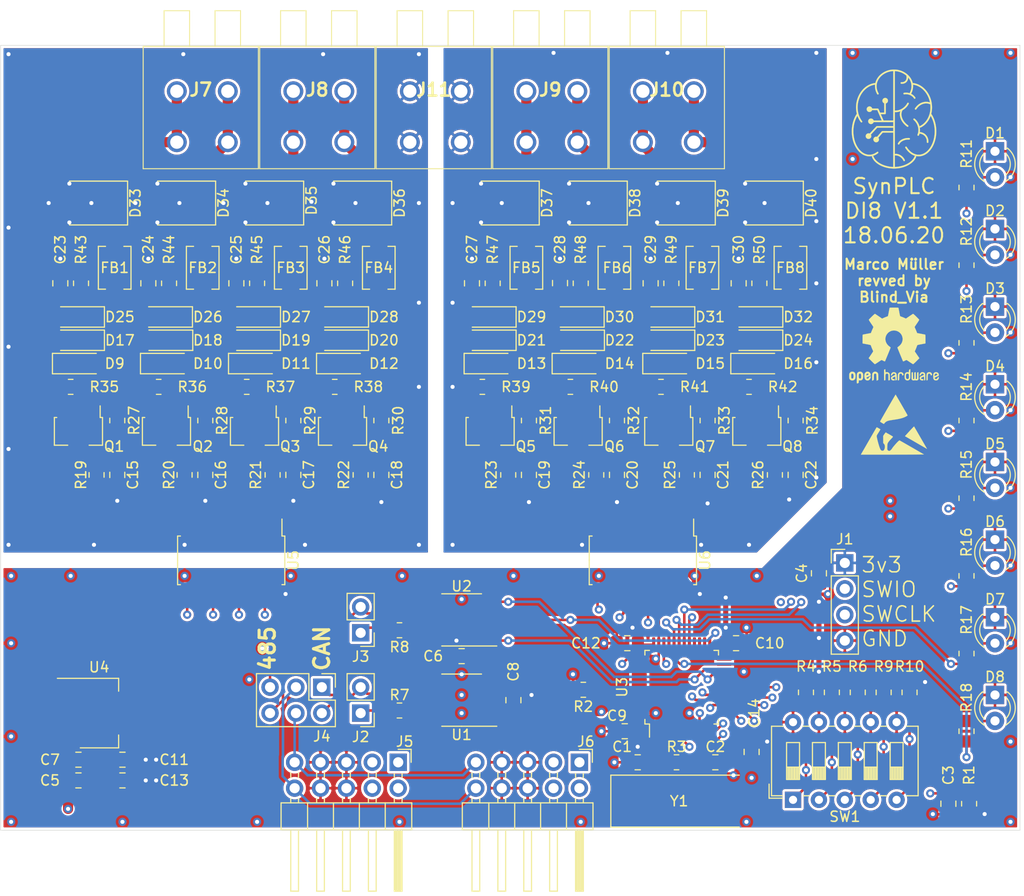
<source format=kicad_pcb>
(kicad_pcb (version 20171130) (host pcbnew 5.1.10-88a1d61d58~90~ubuntu20.04.1)
  (layers (0 F.Cu signal) (1 In1.Cu signal) (2 In2.Cu signal) (31 B.Cu signal) (34 B.Paste user hide) (35 F.Paste user hide) (36 B.SilkS user hide) (37 F.SilkS user) (38 B.Mask user hide) (39 F.Mask user hide) (44 Edge.Cuts user))
  (net 0 "")
  (net 1 GND)
  (net 2 "Net-(C1-Pad1)")
  (net 3 "Net-(C2-Pad2)")
  (net 4 "Net-(C3-Pad2)")
  (net 5 +3V3)
  (net 6 VCC)
  (net 7 "Net-(C15-Pad2)")
  (net 8 GND1)
  (net 9 "Net-(C16-Pad2)")
  (net 10 "Net-(C17-Pad2)")
  (net 11 "Net-(C18-Pad2)")
  (net 12 "Net-(C19-Pad2)")
  (net 13 GND2)
  (net 14 "Net-(C20-Pad2)")
  (net 15 "Net-(C21-Pad2)")
  (net 16 "Net-(C22-Pad2)")
  (net 17 "Net-(C23-Pad2)")
  (net 18 "Net-(C24-Pad2)")
  (net 19 "Net-(C25-Pad2)")
  (net 20 "Net-(C26-Pad2)")
  (net 21 "Net-(C27-Pad2)")
  (net 22 "Net-(C28-Pad2)")
  (net 23 "Net-(C29-Pad2)")
  (net 24 "Net-(C30-Pad2)")
  (net 25 "Net-(D1-Pad2)")
  (net 26 "Net-(D2-Pad2)")
  (net 27 "Net-(D3-Pad2)")
  (net 28 "Net-(D4-Pad2)")
  (net 29 "Net-(D5-Pad2)")
  (net 30 "Net-(D6-Pad2)")
  (net 31 "Net-(D7-Pad2)")
  (net 32 "Net-(D8-Pad2)")
  (net 33 "Net-(D9-Pad2)")
  (net 34 "Net-(D17-Pad2)")
  (net 35 "Net-(D10-Pad2)")
  (net 36 "Net-(D10-Pad1)")
  (net 37 "Net-(D11-Pad2)")
  (net 38 "Net-(D11-Pad1)")
  (net 39 "Net-(D12-Pad2)")
  (net 40 "Net-(D12-Pad1)")
  (net 41 "Net-(D13-Pad2)")
  (net 42 "Net-(D13-Pad1)")
  (net 43 "Net-(D14-Pad2)")
  (net 44 "Net-(D14-Pad1)")
  (net 45 "Net-(D15-Pad2)")
  (net 46 "Net-(D15-Pad1)")
  (net 47 "Net-(D16-Pad2)")
  (net 48 "Net-(D16-Pad1)")
  (net 49 "Net-(D17-Pad1)")
  (net 50 "Net-(D18-Pad1)")
  (net 51 "Net-(D19-Pad1)")
  (net 52 "Net-(D20-Pad1)")
  (net 53 "Net-(D21-Pad1)")
  (net 54 "Net-(D22-Pad1)")
  (net 55 "Net-(D23-Pad1)")
  (net 56 "Net-(D24-Pad1)")
  (net 57 "Net-(D33-Pad1)")
  (net 58 "Net-(D34-Pad1)")
  (net 59 "Net-(D35-Pad1)")
  (net 60 "Net-(D36-Pad1)")
  (net 61 "Net-(D37-Pad1)")
  (net 62 "Net-(D38-Pad1)")
  (net 63 "Net-(D39-Pad1)")
  (net 64 "Net-(D40-Pad1)")
  (net 65 "Net-(FB1-Pad2)")
  (net 66 "Net-(FB2-Pad2)")
  (net 67 "Net-(FB3-Pad2)")
  (net 68 "Net-(FB4-Pad2)")
  (net 69 "Net-(FB5-Pad2)")
  (net 70 "Net-(FB6-Pad2)")
  (net 71 "Net-(FB7-Pad2)")
  (net 72 "Net-(FB8-Pad2)")
  (net 73 SWCLK)
  (net 74 SWIO)
  (net 75 "Net-(J2-Pad2)")
  (net 76 "Net-(J2-Pad1)")
  (net 77 "Net-(J3-Pad2)")
  (net 78 "Net-(J3-Pad1)")
  (net 79 "Net-(J4-Pad6)")
  (net 80 BUS+)
  (net 81 BUS-)
  (net 82 "Net-(J4-Pad2)")
  (net 83 "Net-(Q1-Pad3)")
  (net 84 "Net-(Q2-Pad3)")
  (net 85 "Net-(Q3-Pad3)")
  (net 86 "Net-(Q4-Pad3)")
  (net 87 "Net-(Q5-Pad3)")
  (net 88 "Net-(Q6-Pad3)")
  (net 89 "Net-(Q7-Pad3)")
  (net 90 "Net-(Q8-Pad3)")
  (net 91 "Net-(R2-Pad1)")
  (net 92 "Net-(R4-Pad1)")
  (net 93 "Net-(R5-Pad1)")
  (net 94 "Net-(R6-Pad1)")
  (net 95 "Net-(R9-Pad1)")
  (net 96 "Net-(R10-Pad1)")
  (net 97 CH1)
  (net 98 CH2)
  (net 99 CH3)
  (net 100 CH4)
  (net 101 CH5)
  (net 102 CH6)
  (net 103 CH7)
  (net 104 CH8)
  (net 105 "Net-(U1-Pad8)")
  (net 106 "Net-(U1-Pad5)")
  (net 107 CAN_RD)
  (net 108 CAN_TD)
  (net 109 TXD)
  (net 110 DIR)
  (net 111 RXD)
  (net 112 "Net-(U3-Pad43)")
  (net 113 "Net-(U3-Pad42)")
  (net 114 "Net-(U3-Pad41)")
  (net 115 "Net-(U3-Pad40)")
  (net 116 "Net-(U3-Pad39)")
  (net 117 "Net-(U3-Pad38)")
  (net 118 "Net-(U3-Pad28)")
  (net 119 "Net-(U3-Pad27)")
  (net 120 "Net-(U3-Pad26)")
  (net 121 "Net-(U3-Pad20)")
  (net 122 "Net-(U3-Pad19)")
  (net 123 "Net-(U3-Pad18)")
  (net 124 "Net-(U3-Pad4)")
  (net 125 "Net-(U3-Pad3)")
  (net 126 "Net-(U3-Pad2)")
  (module Symbol:ESD-Logo_6.6x6mm_SilkScreen (layer F.Cu) (at 129.54 96.647)
    (fp_text reference REF** hide)
    (fp_text value ESD-Logo_6.6x6mm_SilkScreen hide)
  )
  (module Symbol:OSHW-Logo2_9.8x8mm_SilkScreen (layer F.Cu) (at 129.54 88.9)
    (fp_text reference REF** hide)
    (fp_text value OSHW-Logo2_9.8x8mm_SilkScreen hide)
  )
  (module Pictures:logo_new (layer F.Cu) (at 129.54 66.802)
    (fp_text reference G*** hide)
    (fp_text value LOGO hide)
  )
  (module Connector_PinHeader_2.54mm:PinHeader_1x04_P2.54mm_Vertical (layer F.Cu) (at 124.714 110.236)
    (fp_text reference J1 (at 0 -2.33) (layer F.SilkS))
    (fp_text value Conn_01x04)
    (pad 4 thru_hole oval (at 0 7.62) (size 1.7 1.7) (drill 1) (layers *.Cu *.Mask) (net 1 GND))
    (pad 3 thru_hole oval (at 0 5.08) (size 1.7 1.7) (drill 1) (layers *.Cu *.Mask) (net 73 SWCLK))
    (pad 2 thru_hole oval (at 0 2.54) (size 1.7 1.7) (drill 1) (layers *.Cu *.Mask) (net 74 SWIO))
    (pad 1 thru_hole rect (at 0 0) (size 1.7 1.7) (drill 1) (layers *.Cu *.Mask) (net 5 +3V3))
  )
  (module Crystal:Crystal_SMD_HC49-SD (layer F.Cu) (at 108.458 133.604)
    (fp_text reference Y1 (at 0 0) (layer F.SilkS))
    (fp_text value 8MHz)
    (pad 2 smd rect (at 4.25 0) (size 4.5 2) (layers F.Cu F.Paste F.Mask) (net 3 "Net-(C2-Pad2)"))
    (pad 1 smd rect (at -4.25 0) (size 4.5 2) (layers F.Cu F.Paste F.Mask) (net 2 "Net-(C1-Pad1)"))
  )
  (module Package_SO:SOIC-16_4.55x10.3mm_P1.27mm (layer F.Cu) (at 104.902 109.982 270)
    (fp_text reference U6 (at 0 -6.1 90) (layer F.SilkS))
    (fp_text value TLP291-4)
    (pad 16 smd roundrect (at 3.25 -4.445 270) (size 1.6 0.55) (layers F.Cu F.Paste F.Mask) (net 5 +3V3))
    (pad 15 smd roundrect (at 3.25 -3.175 270) (size 1.6 0.55) (layers F.Cu F.Paste F.Mask) (net 104 CH8))
    (pad 14 smd roundrect (at 3.25 -1.905 270) (size 1.6 0.55) (layers F.Cu F.Paste F.Mask) (net 5 +3V3))
    (pad 13 smd roundrect (at 3.25 -0.635 270) (size 1.6 0.55) (layers F.Cu F.Paste F.Mask) (net 103 CH7))
    (pad 12 smd roundrect (at 3.25 0.635 270) (size 1.6 0.55) (layers F.Cu F.Paste F.Mask) (net 5 +3V3))
    (pad 11 smd roundrect (at 3.25 1.905 270) (size 1.6 0.55) (layers F.Cu F.Paste F.Mask) (net 102 CH6))
    (pad 10 smd roundrect (at 3.25 3.175 270) (size 1.6 0.55) (layers F.Cu F.Paste F.Mask) (net 5 +3V3))
    (pad 9 smd roundrect (at 3.25 4.445 270) (size 1.6 0.55) (layers F.Cu F.Paste F.Mask) (net 101 CH5))
    (pad 8 smd roundrect (at -3.25 4.445 270) (size 1.6 0.55) (layers F.Cu F.Paste F.Mask) (net 13 GND2))
    (pad 7 smd roundrect (at -3.25 3.175 270) (size 1.6 0.55) (layers F.Cu F.Paste F.Mask) (net 12 "Net-(C19-Pad2)"))
    (pad 6 smd roundrect (at -3.25 1.905 270) (size 1.6 0.55) (layers F.Cu F.Paste F.Mask) (net 13 GND2))
    (pad 5 smd roundrect (at -3.25 0.635 270) (size 1.6 0.55) (layers F.Cu F.Paste F.Mask) (net 14 "Net-(C20-Pad2)"))
    (pad 4 smd roundrect (at -3.25 -0.635 270) (size 1.6 0.55) (layers F.Cu F.Paste F.Mask) (net 13 GND2))
    (pad 3 smd roundrect (at -3.25 -1.905 270) (size 1.6 0.55) (layers F.Cu F.Paste F.Mask) (net 15 "Net-(C21-Pad2)"))
    (pad 2 smd roundrect (at -3.25 -3.175 270) (size 1.6 0.55) (layers F.Cu F.Paste F.Mask) (net 13 GND2))
    (pad 1 smd roundrect (at -3.25 -4.445 270) (size 1.6 0.55) (layers F.Cu F.Paste F.Mask) (net 16 "Net-(C22-Pad2)"))
  )
  (module Package_SO:SOIC-16_4.55x10.3mm_P1.27mm (layer F.Cu) (at 64.516 109.982 270)
    (fp_text reference U5 (at 0 -6.1 90) (layer F.SilkS))
    (fp_text value TLP291-4)
    (pad 16 smd roundrect (at 3.25 -4.445 270) (size 1.6 0.55) (layers F.Cu F.Paste F.Mask) (net 5 +3V3))
    (pad 15 smd roundrect (at 3.25 -3.175 270) (size 1.6 0.55) (layers F.Cu F.Paste F.Mask) (net 100 CH4))
    (pad 14 smd roundrect (at 3.25 -1.905 270) (size 1.6 0.55) (layers F.Cu F.Paste F.Mask) (net 5 +3V3))
    (pad 13 smd roundrect (at 3.25 -0.635 270) (size 1.6 0.55) (layers F.Cu F.Paste F.Mask) (net 99 CH3))
    (pad 12 smd roundrect (at 3.25 0.635 270) (size 1.6 0.55) (layers F.Cu F.Paste F.Mask) (net 5 +3V3))
    (pad 11 smd roundrect (at 3.25 1.905 270) (size 1.6 0.55) (layers F.Cu F.Paste F.Mask) (net 98 CH2))
    (pad 10 smd roundrect (at 3.25 3.175 270) (size 1.6 0.55) (layers F.Cu F.Paste F.Mask) (net 5 +3V3))
    (pad 9 smd roundrect (at 3.25 4.445 270) (size 1.6 0.55) (layers F.Cu F.Paste F.Mask) (net 97 CH1))
    (pad 8 smd roundrect (at -3.25 4.445 270) (size 1.6 0.55) (layers F.Cu F.Paste F.Mask) (net 8 GND1))
    (pad 7 smd roundrect (at -3.25 3.175 270) (size 1.6 0.55) (layers F.Cu F.Paste F.Mask) (net 7 "Net-(C15-Pad2)"))
    (pad 6 smd roundrect (at -3.25 1.905 270) (size 1.6 0.55) (layers F.Cu F.Paste F.Mask) (net 8 GND1))
    (pad 5 smd roundrect (at -3.25 0.635 270) (size 1.6 0.55) (layers F.Cu F.Paste F.Mask) (net 9 "Net-(C16-Pad2)"))
    (pad 4 smd roundrect (at -3.25 -0.635 270) (size 1.6 0.55) (layers F.Cu F.Paste F.Mask) (net 8 GND1))
    (pad 3 smd roundrect (at -3.25 -1.905 270) (size 1.6 0.55) (layers F.Cu F.Paste F.Mask) (net 10 "Net-(C17-Pad2)"))
    (pad 2 smd roundrect (at -3.25 -3.175 270) (size 1.6 0.55) (layers F.Cu F.Paste F.Mask) (net 8 GND1))
    (pad 1 smd roundrect (at -3.25 -4.445 270) (size 1.6 0.55) (layers F.Cu F.Paste F.Mask) (net 11 "Net-(C18-Pad2)"))
  )
  (module Package_TO_SOT_SMD:SOT-223-3_TabPin2 (layer F.Cu) (at 51.562 124.968)
    (fp_text reference U4 (at 0 -4.5) (layer F.SilkS))
    (fp_text value AP1117-33)
    (pad 1 smd rect (at -3.15 -2.3) (size 2 1.5) (layers F.Cu F.Paste F.Mask) (net 1 GND))
    (pad 3 smd rect (at -3.15 2.3) (size 2 1.5) (layers F.Cu F.Paste F.Mask) (net 6 VCC))
    (pad 2 smd rect (at -3.15 0) (size 2 1.5) (layers F.Cu F.Paste F.Mask) (net 5 +3V3))
    (pad 2 smd rect (at 3.15 0) (size 2 3.8) (layers F.Cu F.Paste F.Mask) (net 5 +3V3))
  )
  (module Package_QFP:LQFP-48_7x7mm_P0.5mm (layer F.Cu) (at 108.712 122.428 90)
    (fp_text reference U3 (at 0 -5.85 90) (layer F.SilkS))
    (fp_text value STM32F103C8Tx)
    (pad 48 smd roundrect (at -2.75 -4.1625 90) (size 0.3 1.475) (layers F.Cu F.Paste F.Mask) (net 5 +3V3))
    (pad 47 smd roundrect (at -2.25 -4.1625 90) (size 0.3 1.475) (layers F.Cu F.Paste F.Mask) (net 1 GND))
    (pad 46 smd roundrect (at -1.75 -4.1625 90) (size 0.3 1.475) (layers F.Cu F.Paste F.Mask) (net 108 CAN_TD))
    (pad 45 smd roundrect (at -1.25 -4.1625 90) (size 0.3 1.475) (layers F.Cu F.Paste F.Mask) (net 107 CAN_RD))
    (pad 44 smd roundrect (at -0.75 -4.1625 90) (size 0.3 1.475) (layers F.Cu F.Paste F.Mask) (net 91 "Net-(R2-Pad1)"))
    (pad 43 smd roundrect (at -0.25 -4.1625 90) (size 0.3 1.475) (layers F.Cu F.Paste F.Mask) (net 112 "Net-(U3-Pad43)"))
    (pad 42 smd roundrect (at 0.25 -4.1625 90) (size 0.3 1.475) (layers F.Cu F.Paste F.Mask) (net 113 "Net-(U3-Pad42)"))
    (pad 41 smd roundrect (at 0.75 -4.1625 90) (size 0.3 1.475) (layers F.Cu F.Paste F.Mask) (net 114 "Net-(U3-Pad41)"))
    (pad 40 smd roundrect (at 1.25 -4.1625 90) (size 0.3 1.475) (layers F.Cu F.Paste F.Mask) (net 115 "Net-(U3-Pad40)"))
    (pad 39 smd roundrect (at 1.75 -4.1625 90) (size 0.3 1.475) (layers F.Cu F.Paste F.Mask) (net 116 "Net-(U3-Pad39)"))
    (pad 38 smd roundrect (at 2.25 -4.1625 90) (size 0.3 1.475) (layers F.Cu F.Paste F.Mask) (net 117 "Net-(U3-Pad38)"))
    (pad 37 smd roundrect (at 2.75 -4.1625 90) (size 0.3 1.475) (layers F.Cu F.Paste F.Mask) (net 73 SWCLK))
    (pad 36 smd roundrect (at 4.1625 -2.75 90) (size 1.475 0.3) (layers F.Cu F.Paste F.Mask) (net 5 +3V3))
    (pad 35 smd roundrect (at 4.1625 -2.25 90) (size 1.475 0.3) (layers F.Cu F.Paste F.Mask) (net 1 GND))
    (pad 34 smd roundrect (at 4.1625 -1.75 90) (size 1.475 0.3) (layers F.Cu F.Paste F.Mask) (net 74 SWIO))
    (pad 33 smd roundrect (at 4.1625 -1.25 90) (size 1.475 0.3) (layers F.Cu F.Paste F.Mask) (net 104 CH8))
    (pad 32 smd roundrect (at 4.1625 -0.75 90) (size 1.475 0.3) (layers F.Cu F.Paste F.Mask) (net 103 CH7))
    (pad 31 smd roundrect (at 4.1625 -0.25 90) (size 1.475 0.3) (layers F.Cu F.Paste F.Mask) (net 102 CH6))
    (pad 30 smd roundrect (at 4.1625 0.25 90) (size 1.475 0.3) (layers F.Cu F.Paste F.Mask) (net 101 CH5))
    (pad 29 smd roundrect (at 4.1625 0.75 90) (size 1.475 0.3) (layers F.Cu F.Paste F.Mask) (net 100 CH4))
    (pad 28 smd roundrect (at 4.1625 1.25 90) (size 1.475 0.3) (layers F.Cu F.Paste F.Mask) (net 118 "Net-(U3-Pad28)"))
    (pad 27 smd roundrect (at 4.1625 1.75 90) (size 1.475 0.3) (layers F.Cu F.Paste F.Mask) (net 119 "Net-(U3-Pad27)"))
    (pad 26 smd roundrect (at 4.1625 2.25 90) (size 1.475 0.3) (layers F.Cu F.Paste F.Mask) (net 120 "Net-(U3-Pad26)"))
    (pad 25 smd roundrect (at 4.1625 2.75 90) (size 1.475 0.3) (layers F.Cu F.Paste F.Mask) (net 110 DIR))
    (pad 24 smd roundrect (at 2.75 4.1625 90) (size 0.3 1.475) (layers F.Cu F.Paste F.Mask) (net 5 +3V3))
    (pad 23 smd roundrect (at 2.25 4.1625 90) (size 0.3 1.475) (layers F.Cu F.Paste F.Mask) (net 1 GND))
    (pad 22 smd roundrect (at 1.75 4.1625 90) (size 0.3 1.475) (layers F.Cu F.Paste F.Mask) (net 111 RXD))
    (pad 21 smd roundrect (at 1.25 4.1625 90) (size 0.3 1.475) (layers F.Cu F.Paste F.Mask) (net 109 TXD))
    (pad 20 smd roundrect (at 0.75 4.1625 90) (size 0.3 1.475) (layers F.Cu F.Paste F.Mask) (net 121 "Net-(U3-Pad20)"))
    (pad 19 smd roundrect (at 0.25 4.1625 90) (size 0.3 1.475) (layers F.Cu F.Paste F.Mask) (net 122 "Net-(U3-Pad19)"))
    (pad 18 smd roundrect (at -0.25 4.1625 90) (size 0.3 1.475) (layers F.Cu F.Paste F.Mask) (net 123 "Net-(U3-Pad18)"))
    (pad 17 smd roundrect (at -0.75 4.1625 90) (size 0.3 1.475) (layers F.Cu F.Paste F.Mask) (net 99 CH3))
    (pad 16 smd roundrect (at -1.25 4.1625 90) (size 0.3 1.475) (layers F.Cu F.Paste F.Mask) (net 98 CH2))
    (pad 15 smd roundrect (at -1.75 4.1625 90) (size 0.3 1.475) (layers F.Cu F.Paste F.Mask) (net 97 CH1))
    (pad 14 smd roundrect (at -2.25 4.1625 90) (size 0.3 1.475) (layers F.Cu F.Paste F.Mask) (net 96 "Net-(R10-Pad1)"))
    (pad 13 smd roundrect (at -2.75 4.1625 90) (size 0.3 1.475) (layers F.Cu F.Paste F.Mask) (net 95 "Net-(R9-Pad1)"))
    (pad 12 smd roundrect (at -4.1625 2.75 90) (size 1.475 0.3) (layers F.Cu F.Paste F.Mask) (net 94 "Net-(R6-Pad1)"))
    (pad 11 smd roundrect (at -4.1625 2.25 90) (size 1.475 0.3) (layers F.Cu F.Paste F.Mask) (net 93 "Net-(R5-Pad1)"))
    (pad 10 smd roundrect (at -4.1625 1.75 90) (size 1.475 0.3) (layers F.Cu F.Paste F.Mask) (net 92 "Net-(R4-Pad1)"))
    (pad 9 smd roundrect (at -4.1625 1.25 90) (size 1.475 0.3) (layers F.Cu F.Paste F.Mask) (net 5 +3V3))
    (pad 8 smd roundrect (at -4.1625 0.75 90) (size 1.475 0.3) (layers F.Cu F.Paste F.Mask) (net 1 GND))
    (pad 7 smd roundrect (at -4.1625 0.25 90) (size 1.475 0.3) (layers F.Cu F.Paste F.Mask) (net 4 "Net-(C3-Pad2)"))
    (pad 6 smd roundrect (at -4.1625 -0.25 90) (size 1.475 0.3) (layers F.Cu F.Paste F.Mask) (net 3 "Net-(C2-Pad2)"))
    (pad 5 smd roundrect (at -4.1625 -0.75 90) (size 1.475 0.3) (layers F.Cu F.Paste F.Mask) (net 2 "Net-(C1-Pad1)"))
    (pad 4 smd roundrect (at -4.1625 -1.25 90) (size 1.475 0.3) (layers F.Cu F.Paste F.Mask) (net 124 "Net-(U3-Pad4)"))
    (pad 3 smd roundrect (at -4.1625 -1.75 90) (size 1.475 0.3) (layers F.Cu F.Paste F.Mask) (net 125 "Net-(U3-Pad3)"))
    (pad 2 smd roundrect (at -4.1625 -2.25 90) (size 1.475 0.3) (layers F.Cu F.Paste F.Mask) (net 126 "Net-(U3-Pad2)"))
    (pad 1 smd roundrect (at -4.1625 -2.75 90) (size 1.475 0.3) (layers F.Cu F.Paste F.Mask) (net 5 +3V3))
  )
  (module Package_SO:SOIC-8_3.9x4.9mm_P1.27mm (layer F.Cu) (at 87.122 115.824 180)
    (fp_text reference U2 (at 0 3.302) (layer F.SilkS))
    (fp_text value MAX485E)
    (pad 8 smd roundrect (at 2.475 -1.905 180) (size 1.95 0.6) (layers F.Cu F.Paste F.Mask) (net 5 +3V3))
    (pad 7 smd roundrect (at 2.475 -0.635 180) (size 1.95 0.6) (layers F.Cu F.Paste F.Mask) (net 79 "Net-(J4-Pad6)"))
    (pad 6 smd roundrect (at 2.475 0.635 180) (size 1.95 0.6) (layers F.Cu F.Paste F.Mask) (net 77 "Net-(J3-Pad2)"))
    (pad 5 smd roundrect (at 2.475 1.905 180) (size 1.95 0.6) (layers F.Cu F.Paste F.Mask) (net 1 GND))
    (pad 4 smd roundrect (at -2.475 1.905 180) (size 1.95 0.6) (layers F.Cu F.Paste F.Mask) (net 109 TXD))
    (pad 3 smd roundrect (at -2.475 0.635 180) (size 1.95 0.6) (layers F.Cu F.Paste F.Mask) (net 110 DIR))
    (pad 2 smd roundrect (at -2.475 -0.635 180) (size 1.95 0.6) (layers F.Cu F.Paste F.Mask) (net 110 DIR))
    (pad 1 smd rect (at -2.475 -1.905 180) (size 1.95 0.6) (layers F.Cu F.Paste F.Mask) (net 111 RXD))
  )
  (module Package_SO:SOIC-8_3.9x4.9mm_P1.27mm (layer F.Cu) (at 87.122 123.698 180)
    (fp_text reference U1 (at 0 -3.4) (layer F.SilkS))
    (fp_text value SN65HVD232)
    (pad 8 smd roundrect (at 2.475 -1.905 180) (size 1.95 0.6) (layers F.Cu F.Paste F.Mask) (net 105 "Net-(U1-Pad8)"))
    (pad 7 smd roundrect (at 2.475 -0.635 180) (size 1.95 0.6) (layers F.Cu F.Paste F.Mask) (net 82 "Net-(J4-Pad2)"))
    (pad 6 smd roundrect (at 2.475 0.635 180) (size 1.95 0.6) (layers F.Cu F.Paste F.Mask) (net 75 "Net-(J2-Pad2)"))
    (pad 5 smd roundrect (at 2.475 1.905 180) (size 1.95 0.6) (layers F.Cu F.Paste F.Mask) (net 106 "Net-(U1-Pad5)"))
    (pad 4 smd roundrect (at -2.475 1.905 180) (size 1.95 0.6) (layers F.Cu F.Paste F.Mask) (net 107 CAN_RD))
    (pad 3 smd roundrect (at -2.475 0.635 180) (size 1.95 0.6) (layers F.Cu F.Paste F.Mask) (net 5 +3V3))
    (pad 2 smd roundrect (at -2.475 -0.635 180) (size 1.95 0.6) (layers F.Cu F.Paste F.Mask) (net 1 GND))
    (pad 1 smd rect (at -2.475 -1.905 180) (size 1.95 0.6) (layers F.Cu F.Paste F.Mask) (net 108 CAN_TD))
  )
  (module Button_Switch_THT:SW_DIP_SPSTx05_Slide_6.7x14.26mm_W7.62mm_P2.54mm_LowProfile (layer F.Cu) (at 119.634 133.477 90)
    (fp_text reference SW1 (at -1.651 5.08 180) (layer F.SilkS))
    (fp_text value SW_DIP_x05)
    (pad 10 thru_hole oval (at 7.62 0 90) (size 1.6 1.6) (drill 0.8) (layers *.Cu *.Mask) (net 1 GND))
    (pad 5 thru_hole oval (at 0 10.16 90) (size 1.6 1.6) (drill 0.8) (layers *.Cu *.Mask) (net 96 "Net-(R10-Pad1)"))
    (pad 9 thru_hole oval (at 7.62 2.54 90) (size 1.6 1.6) (drill 0.8) (layers *.Cu *.Mask) (net 1 GND))
    (pad 4 thru_hole oval (at 0 7.62 90) (size 1.6 1.6) (drill 0.8) (layers *.Cu *.Mask) (net 95 "Net-(R9-Pad1)"))
    (pad 8 thru_hole oval (at 7.62 5.08 90) (size 1.6 1.6) (drill 0.8) (layers *.Cu *.Mask) (net 1 GND))
    (pad 3 thru_hole oval (at 0 5.08 90) (size 1.6 1.6) (drill 0.8) (layers *.Cu *.Mask) (net 94 "Net-(R6-Pad1)"))
    (pad 7 thru_hole oval (at 7.62 7.62 90) (size 1.6 1.6) (drill 0.8) (layers *.Cu *.Mask) (net 1 GND))
    (pad 2 thru_hole oval (at 0 2.54 90) (size 1.6 1.6) (drill 0.8) (layers *.Cu *.Mask) (net 93 "Net-(R5-Pad1)"))
    (pad 6 thru_hole oval (at 7.62 10.16 90) (size 1.6 1.6) (drill 0.8) (layers *.Cu *.Mask) (net 1 GND))
    (pad 1 thru_hole rect (at 0 0 90) (size 1.6 1.6) (drill 0.8) (layers *.Cu *.Mask) (net 92 "Net-(R4-Pad1)"))
  )
  (module Resistor_SMD:R_0805_2012Metric_Pad1.20x1.40mm_HandSolder (layer F.Cu) (at 116.332 82.804 270)
    (fp_text reference R50 (at -3.302 0 90) (layer F.SilkS))
    (fp_text value 1k)
    (pad 2 smd roundrect (at 1 0 270) (size 1.2 1.4) (layers F.Cu F.Paste F.Mask) (roundrect_rratio 0.2083325) (net 24 "Net-(C30-Pad2)"))
    (pad 1 smd roundrect (at -1 0 270) (size 1.2 1.4) (layers F.Cu F.Paste F.Mask) (roundrect_rratio 0.2083325) (net 72 "Net-(FB8-Pad2)"))
  )
  (module Resistor_SMD:R_0805_2012Metric_Pad1.20x1.40mm_HandSolder (layer F.Cu) (at 107.696 82.804 270)
    (fp_text reference R49 (at -3.302 0 90) (layer F.SilkS))
    (fp_text value 1k)
    (pad 2 smd roundrect (at 1 0 270) (size 1.2 1.4) (layers F.Cu F.Paste F.Mask) (roundrect_rratio 0.2083325) (net 23 "Net-(C29-Pad2)"))
    (pad 1 smd roundrect (at -1 0 270) (size 1.2 1.4) (layers F.Cu F.Paste F.Mask) (roundrect_rratio 0.2083325) (net 71 "Net-(FB7-Pad2)"))
  )
  (module Resistor_SMD:R_0805_2012Metric_Pad1.20x1.40mm_HandSolder (layer F.Cu) (at 98.806 82.804 270)
    (fp_text reference R48 (at -3.302 0 90) (layer F.SilkS))
    (fp_text value 1k)
    (pad 2 smd roundrect (at 1 0 270) (size 1.2 1.4) (layers F.Cu F.Paste F.Mask) (roundrect_rratio 0.2083325) (net 22 "Net-(C28-Pad2)"))
    (pad 1 smd roundrect (at -1 0 270) (size 1.2 1.4) (layers F.Cu F.Paste F.Mask) (roundrect_rratio 0.2083325) (net 70 "Net-(FB6-Pad2)"))
  )
  (module Resistor_SMD:R_0805_2012Metric_Pad1.20x1.40mm_HandSolder (layer F.Cu) (at 90.17 82.804 270)
    (fp_text reference R47 (at -3.302 0 90) (layer F.SilkS))
    (fp_text value 1k)
    (pad 2 smd roundrect (at 1 0 270) (size 1.2 1.4) (layers F.Cu F.Paste F.Mask) (roundrect_rratio 0.2083325) (net 21 "Net-(C27-Pad2)"))
    (pad 1 smd roundrect (at -1 0 270) (size 1.2 1.4) (layers F.Cu F.Paste F.Mask) (roundrect_rratio 0.2083325) (net 69 "Net-(FB5-Pad2)"))
  )
  (module Resistor_SMD:R_0805_2012Metric_Pad1.20x1.40mm_HandSolder (layer F.Cu) (at 75.692 82.804 270)
    (fp_text reference R46 (at -3.302 0 90) (layer F.SilkS))
    (fp_text value 1k)
    (pad 2 smd roundrect (at 1 0 270) (size 1.2 1.4) (layers F.Cu F.Paste F.Mask) (roundrect_rratio 0.2083325) (net 20 "Net-(C26-Pad2)"))
    (pad 1 smd roundrect (at -1 0 270) (size 1.2 1.4) (layers F.Cu F.Paste F.Mask) (roundrect_rratio 0.2083325) (net 68 "Net-(FB4-Pad2)"))
  )
  (module Resistor_SMD:R_0805_2012Metric_Pad1.20x1.40mm_HandSolder (layer F.Cu) (at 67.056 82.804 270)
    (fp_text reference R45 (at -3.302 0 90) (layer F.SilkS))
    (fp_text value 1k)
    (pad 2 smd roundrect (at 1 0 270) (size 1.2 1.4) (layers F.Cu F.Paste F.Mask) (roundrect_rratio 0.2083325) (net 19 "Net-(C25-Pad2)"))
    (pad 1 smd roundrect (at -1 0 270) (size 1.2 1.4) (layers F.Cu F.Paste F.Mask) (roundrect_rratio 0.2083325) (net 67 "Net-(FB3-Pad2)"))
  )
  (module Resistor_SMD:R_0805_2012Metric_Pad1.20x1.40mm_HandSolder (layer F.Cu) (at 58.42 82.804 270)
    (fp_text reference R44 (at -3.302 0 90) (layer F.SilkS))
    (fp_text value 1k)
    (pad 2 smd roundrect (at 1 0 270) (size 1.2 1.4) (layers F.Cu F.Paste F.Mask) (roundrect_rratio 0.2083325) (net 18 "Net-(C24-Pad2)"))
    (pad 1 smd roundrect (at -1 0 270) (size 1.2 1.4) (layers F.Cu F.Paste F.Mask) (roundrect_rratio 0.2083325) (net 66 "Net-(FB2-Pad2)"))
  )
  (module Resistor_SMD:R_0805_2012Metric_Pad1.20x1.40mm_HandSolder (layer F.Cu) (at 49.784 82.804 270)
    (fp_text reference R43 (at -3.302 0 90) (layer F.SilkS))
    (fp_text value 1k)
    (pad 2 smd roundrect (at 1 0 270) (size 1.2 1.4) (layers F.Cu F.Paste F.Mask) (roundrect_rratio 0.2083325) (net 17 "Net-(C23-Pad2)"))
    (pad 1 smd roundrect (at -1 0 270) (size 1.2 1.4) (layers F.Cu F.Paste F.Mask) (roundrect_rratio 0.2083325) (net 65 "Net-(FB1-Pad2)"))
  )
  (module Resistor_SMD:R_0805_2012Metric_Pad1.20x1.40mm_HandSolder (layer F.Cu) (at 115.316 92.964)
    (fp_text reference R42 (at 3.302 0) (layer F.SilkS))
    (fp_text value 2k2)
    (pad 2 smd roundrect (at 1 0) (size 1.2 1.4) (layers F.Cu F.Paste F.Mask) (roundrect_rratio 0.2083325) (net 90 "Net-(Q8-Pad3)"))
    (pad 1 smd roundrect (at -1 0) (size 1.2 1.4) (layers F.Cu F.Paste F.Mask) (roundrect_rratio 0.2083325) (net 48 "Net-(D16-Pad1)"))
  )
  (module Resistor_SMD:R_0805_2012Metric_Pad1.20x1.40mm_HandSolder (layer F.Cu) (at 106.68 92.964)
    (fp_text reference R41 (at 3.302 0) (layer F.SilkS))
    (fp_text value 2k2)
    (pad 2 smd roundrect (at 1 0) (size 1.2 1.4) (layers F.Cu F.Paste F.Mask) (roundrect_rratio 0.2083325) (net 89 "Net-(Q7-Pad3)"))
    (pad 1 smd roundrect (at -1 0) (size 1.2 1.4) (layers F.Cu F.Paste F.Mask) (roundrect_rratio 0.2083325) (net 46 "Net-(D15-Pad1)"))
  )
  (module Resistor_SMD:R_0805_2012Metric_Pad1.20x1.40mm_HandSolder (layer F.Cu) (at 97.79 92.964)
    (fp_text reference R40 (at 3.302 0) (layer F.SilkS))
    (fp_text value 2k2)
    (pad 2 smd roundrect (at 1 0) (size 1.2 1.4) (layers F.Cu F.Paste F.Mask) (roundrect_rratio 0.2083325) (net 88 "Net-(Q6-Pad3)"))
    (pad 1 smd roundrect (at -1 0) (size 1.2 1.4) (layers F.Cu F.Paste F.Mask) (roundrect_rratio 0.2083325) (net 44 "Net-(D14-Pad1)"))
  )
  (module Resistor_SMD:R_0805_2012Metric_Pad1.20x1.40mm_HandSolder (layer F.Cu) (at 89.154 92.964)
    (fp_text reference R39 (at 3.302 0) (layer F.SilkS))
    (fp_text value 2k2)
    (pad 2 smd roundrect (at 1 0) (size 1.2 1.4) (layers F.Cu F.Paste F.Mask) (roundrect_rratio 0.2083325) (net 87 "Net-(Q5-Pad3)"))
    (pad 1 smd roundrect (at -1 0) (size 1.2 1.4) (layers F.Cu F.Paste F.Mask) (roundrect_rratio 0.2083325) (net 42 "Net-(D13-Pad1)"))
  )
  (module Resistor_SMD:R_0805_2012Metric_Pad1.20x1.40mm_HandSolder (layer F.Cu) (at 74.676 92.964)
    (fp_text reference R38 (at 3.302 0) (layer F.SilkS))
    (fp_text value 2k2)
    (pad 2 smd roundrect (at 1 0) (size 1.2 1.4) (layers F.Cu F.Paste F.Mask) (roundrect_rratio 0.2083325) (net 86 "Net-(Q4-Pad3)"))
    (pad 1 smd roundrect (at -1 0) (size 1.2 1.4) (layers F.Cu F.Paste F.Mask) (roundrect_rratio 0.2083325) (net 40 "Net-(D12-Pad1)"))
  )
  (module Resistor_SMD:R_0805_2012Metric_Pad1.20x1.40mm_HandSolder (layer F.Cu) (at 66.04 92.964)
    (fp_text reference R37 (at 3.302 0) (layer F.SilkS))
    (fp_text value 2k2)
    (pad 2 smd roundrect (at 1 0) (size 1.2 1.4) (layers F.Cu F.Paste F.Mask) (roundrect_rratio 0.2083325) (net 85 "Net-(Q3-Pad3)"))
    (pad 1 smd roundrect (at -1 0) (size 1.2 1.4) (layers F.Cu F.Paste F.Mask) (roundrect_rratio 0.2083325) (net 38 "Net-(D11-Pad1)"))
  )
  (module Resistor_SMD:R_0805_2012Metric_Pad1.20x1.40mm_HandSolder (layer F.Cu) (at 57.404 92.964)
    (fp_text reference R36 (at 3.302 0) (layer F.SilkS))
    (fp_text value 2k2)
    (pad 2 smd roundrect (at 1 0) (size 1.2 1.4) (layers F.Cu F.Paste F.Mask) (roundrect_rratio 0.2083325) (net 84 "Net-(Q2-Pad3)"))
    (pad 1 smd roundrect (at -1 0) (size 1.2 1.4) (layers F.Cu F.Paste F.Mask) (roundrect_rratio 0.2083325) (net 36 "Net-(D10-Pad1)"))
  )
  (module Resistor_SMD:R_0805_2012Metric_Pad1.20x1.40mm_HandSolder (layer F.Cu) (at 48.768 92.964)
    (fp_text reference R35 (at 3.302 0) (layer F.SilkS))
    (fp_text value 2k2)
    (pad 2 smd roundrect (at 1 0) (size 1.2 1.4) (layers F.Cu F.Paste F.Mask) (roundrect_rratio 0.2083325) (net 83 "Net-(Q1-Pad3)"))
    (pad 1 smd roundrect (at -1 0) (size 1.2 1.4) (layers F.Cu F.Paste F.Mask) (roundrect_rratio 0.2083325) (net 34 "Net-(D17-Pad2)"))
  )
  (module Resistor_SMD:R_0805_2012Metric_Pad1.20x1.40mm_HandSolder (layer F.Cu) (at 119.888 96.266 270)
    (fp_text reference R34 (at 0 -1.65 90) (layer F.SilkS))
    (fp_text value 47k)
    (pad 2 smd roundrect (at 1 0 270) (size 1.2 1.4) (layers F.Cu F.Paste F.Mask) (roundrect_rratio 0.2083325) (net 16 "Net-(C22-Pad2)"))
    (pad 1 smd roundrect (at -1 0 270) (size 1.2 1.4) (layers F.Cu F.Paste F.Mask) (roundrect_rratio 0.2083325) (net 47 "Net-(D16-Pad2)"))
  )
  (module Resistor_SMD:R_0805_2012Metric_Pad1.20x1.40mm_HandSolder (layer F.Cu) (at 111.252 96.266 270)
    (fp_text reference R33 (at 0 -1.65 90) (layer F.SilkS))
    (fp_text value 47k)
    (pad 2 smd roundrect (at 1 0 270) (size 1.2 1.4) (layers F.Cu F.Paste F.Mask) (roundrect_rratio 0.2083325) (net 15 "Net-(C21-Pad2)"))
    (pad 1 smd roundrect (at -1 0 270) (size 1.2 1.4) (layers F.Cu F.Paste F.Mask) (roundrect_rratio 0.2083325) (net 45 "Net-(D15-Pad2)"))
  )
  (module Resistor_SMD:R_0805_2012Metric_Pad1.20x1.40mm_HandSolder (layer F.Cu) (at 102.362 96.266 270)
    (fp_text reference R32 (at 0 -1.65 90) (layer F.SilkS))
    (fp_text value 47k)
    (pad 2 smd roundrect (at 1 0 270) (size 1.2 1.4) (layers F.Cu F.Paste F.Mask) (roundrect_rratio 0.2083325) (net 14 "Net-(C20-Pad2)"))
    (pad 1 smd roundrect (at -1 0 270) (size 1.2 1.4) (layers F.Cu F.Paste F.Mask) (roundrect_rratio 0.2083325) (net 43 "Net-(D14-Pad2)"))
  )
  (module Resistor_SMD:R_0805_2012Metric_Pad1.20x1.40mm_HandSolder (layer F.Cu) (at 93.726 96.266 270)
    (fp_text reference R31 (at 0 -1.65 90) (layer F.SilkS))
    (fp_text value 47k)
    (pad 2 smd roundrect (at 1 0 270) (size 1.2 1.4) (layers F.Cu F.Paste F.Mask) (roundrect_rratio 0.2083325) (net 12 "Net-(C19-Pad2)"))
    (pad 1 smd roundrect (at -1 0 270) (size 1.2 1.4) (layers F.Cu F.Paste F.Mask) (roundrect_rratio 0.2083325) (net 41 "Net-(D13-Pad2)"))
  )
  (module Resistor_SMD:R_0805_2012Metric_Pad1.20x1.40mm_HandSolder (layer F.Cu) (at 79.248 96.266 270)
    (fp_text reference R30 (at 0 -1.65 90) (layer F.SilkS))
    (fp_text value 47k)
    (pad 2 smd roundrect (at 1 0 270) (size 1.2 1.4) (layers F.Cu F.Paste F.Mask) (roundrect_rratio 0.2083325) (net 11 "Net-(C18-Pad2)"))
    (pad 1 smd roundrect (at -1 0 270) (size 1.2 1.4) (layers F.Cu F.Paste F.Mask) (roundrect_rratio 0.2083325) (net 39 "Net-(D12-Pad2)"))
  )
  (module Resistor_SMD:R_0805_2012Metric_Pad1.20x1.40mm_HandSolder (layer F.Cu) (at 70.612 96.266 270)
    (fp_text reference R29 (at 0 -1.65 90) (layer F.SilkS))
    (fp_text value 47k)
    (pad 2 smd roundrect (at 1 0 270) (size 1.2 1.4) (layers F.Cu F.Paste F.Mask) (roundrect_rratio 0.2083325) (net 10 "Net-(C17-Pad2)"))
    (pad 1 smd roundrect (at -1 0 270) (size 1.2 1.4) (layers F.Cu F.Paste F.Mask) (roundrect_rratio 0.2083325) (net 37 "Net-(D11-Pad2)"))
  )
  (module Resistor_SMD:R_0805_2012Metric_Pad1.20x1.40mm_HandSolder (layer F.Cu) (at 61.976 96.266 270)
    (fp_text reference R28 (at 0 -1.65 90) (layer F.SilkS))
    (fp_text value 47k)
    (pad 2 smd roundrect (at 1 0 270) (size 1.2 1.4) (layers F.Cu F.Paste F.Mask) (roundrect_rratio 0.2083325) (net 9 "Net-(C16-Pad2)"))
    (pad 1 smd roundrect (at -1 0 270) (size 1.2 1.4) (layers F.Cu F.Paste F.Mask) (roundrect_rratio 0.2083325) (net 35 "Net-(D10-Pad2)"))
  )
  (module Resistor_SMD:R_0805_2012Metric_Pad1.20x1.40mm_HandSolder (layer F.Cu) (at 53.34 96.266 270)
    (fp_text reference R27 (at 0 -1.65 90) (layer F.SilkS))
    (fp_text value 47k)
    (pad 2 smd roundrect (at 1 0 270) (size 1.2 1.4) (layers F.Cu F.Paste F.Mask) (roundrect_rratio 0.2083325) (net 7 "Net-(C15-Pad2)"))
    (pad 1 smd roundrect (at -1 0 270) (size 1.2 1.4) (layers F.Cu F.Paste F.Mask) (roundrect_rratio 0.2083325) (net 33 "Net-(D9-Pad2)"))
  )
  (module Resistor_SMD:R_0805_2012Metric_Pad1.20x1.40mm_HandSolder (layer F.Cu) (at 117.856 101.6 90)
    (fp_text reference R26 (at 0 -1.65 90) (layer F.SilkS))
    (fp_text value 10k)
    (pad 2 smd roundrect (at 1 0 90) (size 1.2 1.4) (layers F.Cu F.Paste F.Mask) (roundrect_rratio 0.2083325) (net 16 "Net-(C22-Pad2)"))
    (pad 1 smd roundrect (at -1 0 90) (size 1.2 1.4) (layers F.Cu F.Paste F.Mask) (roundrect_rratio 0.2083325) (net 13 GND2))
  )
  (module Resistor_SMD:R_0805_2012Metric_Pad1.20x1.40mm_HandSolder (layer F.Cu) (at 109.22 101.6 90)
    (fp_text reference R25 (at 0 -1.65 90) (layer F.SilkS))
    (fp_text value 10k)
    (pad 2 smd roundrect (at 1 0 90) (size 1.2 1.4) (layers F.Cu F.Paste F.Mask) (roundrect_rratio 0.2083325) (net 15 "Net-(C21-Pad2)"))
    (pad 1 smd roundrect (at -1 0 90) (size 1.2 1.4) (layers F.Cu F.Paste F.Mask) (roundrect_rratio 0.2083325) (net 13 GND2))
  )
  (module Resistor_SMD:R_0805_2012Metric_Pad1.20x1.40mm_HandSolder (layer F.Cu) (at 100.33 101.6 90)
    (fp_text reference R24 (at 0 -1.65 90) (layer F.SilkS))
    (fp_text value 10k)
    (pad 2 smd roundrect (at 1 0 90) (size 1.2 1.4) (layers F.Cu F.Paste F.Mask) (roundrect_rratio 0.2083325) (net 14 "Net-(C20-Pad2)"))
    (pad 1 smd roundrect (at -1 0 90) (size 1.2 1.4) (layers F.Cu F.Paste F.Mask) (roundrect_rratio 0.2083325) (net 13 GND2))
  )
  (module Resistor_SMD:R_0805_2012Metric_Pad1.20x1.40mm_HandSolder (layer F.Cu) (at 91.694 101.6 90)
    (fp_text reference R23 (at 0 -1.65 90) (layer F.SilkS))
    (fp_text value 10k)
    (pad 2 smd roundrect (at 1 0 90) (size 1.2 1.4) (layers F.Cu F.Paste F.Mask) (roundrect_rratio 0.2083325) (net 12 "Net-(C19-Pad2)"))
    (pad 1 smd roundrect (at -1 0 90) (size 1.2 1.4) (layers F.Cu F.Paste F.Mask) (roundrect_rratio 0.2083325) (net 13 GND2))
  )
  (module Resistor_SMD:R_0805_2012Metric_Pad1.20x1.40mm_HandSolder (layer F.Cu) (at 77.216 101.6 90)
    (fp_text reference R22 (at 0 -1.65 90) (layer F.SilkS))
    (fp_text value 10k)
    (pad 2 smd roundrect (at 1 0 90) (size 1.2 1.4) (layers F.Cu F.Paste F.Mask) (roundrect_rratio 0.2083325) (net 11 "Net-(C18-Pad2)"))
    (pad 1 smd roundrect (at -1 0 90) (size 1.2 1.4) (layers F.Cu F.Paste F.Mask) (roundrect_rratio 0.2083325) (net 8 GND1))
  )
  (module Resistor_SMD:R_0805_2012Metric_Pad1.20x1.40mm_HandSolder (layer F.Cu) (at 68.58 101.6 90)
    (fp_text reference R21 (at 0 -1.65 90) (layer F.SilkS))
    (fp_text value 10k)
    (pad 2 smd roundrect (at 1 0 90) (size 1.2 1.4) (layers F.Cu F.Paste F.Mask) (roundrect_rratio 0.2083325) (net 10 "Net-(C17-Pad2)"))
    (pad 1 smd roundrect (at -1 0 90) (size 1.2 1.4) (layers F.Cu F.Paste F.Mask) (roundrect_rratio 0.2083325) (net 8 GND1))
  )
  (module Resistor_SMD:R_0805_2012Metric_Pad1.20x1.40mm_HandSolder (layer F.Cu) (at 59.944 101.6 90)
    (fp_text reference R20 (at 0 -1.524 90) (layer F.SilkS))
    (fp_text value 10k)
    (pad 2 smd roundrect (at 1 0 90) (size 1.2 1.4) (layers F.Cu F.Paste F.Mask) (roundrect_rratio 0.2083325) (net 9 "Net-(C16-Pad2)"))
    (pad 1 smd roundrect (at -1 0 90) (size 1.2 1.4) (layers F.Cu F.Paste F.Mask) (roundrect_rratio 0.2083325) (net 8 GND1))
  )
  (module Resistor_SMD:R_0805_2012Metric_Pad1.20x1.40mm_HandSolder (layer F.Cu) (at 51.308 101.6 90)
    (fp_text reference R19 (at 0 -1.524 90) (layer F.SilkS))
    (fp_text value 10k)
    (pad 2 smd roundrect (at 1 0 90) (size 1.2 1.4) (layers F.Cu F.Paste F.Mask) (roundrect_rratio 0.2083325) (net 7 "Net-(C15-Pad2)"))
    (pad 1 smd roundrect (at -1 0 90) (size 1.2 1.4) (layers F.Cu F.Paste F.Mask) (roundrect_rratio 0.2083325) (net 8 GND1))
  )
  (module Resistor_SMD:R_0805_2012Metric_Pad1.20x1.40mm_HandSolder (layer F.Cu) (at 136.652 126.746 270)
    (fp_text reference R18 (at -3.302 0 90) (layer F.SilkS))
    (fp_text value 220)
    (pad 2 smd roundrect (at 1 0 270) (size 1.2 1.4) (layers F.Cu F.Paste F.Mask) (roundrect_rratio 0.2083325) (net 104 CH8))
    (pad 1 smd roundrect (at -1 0 270) (size 1.2 1.4) (layers F.Cu F.Paste F.Mask) (roundrect_rratio 0.2083325) (net 32 "Net-(D8-Pad2)"))
  )
  (module Resistor_SMD:R_0805_2012Metric_Pad1.20x1.40mm_HandSolder (layer F.Cu) (at 136.652 119.126 270)
    (fp_text reference R17 (at -3.302 0 90) (layer F.SilkS))
    (fp_text value 220)
    (pad 2 smd roundrect (at 1 0 270) (size 1.2 1.4) (layers F.Cu F.Paste F.Mask) (roundrect_rratio 0.2083325) (net 103 CH7))
    (pad 1 smd roundrect (at -1 0 270) (size 1.2 1.4) (layers F.Cu F.Paste F.Mask) (roundrect_rratio 0.2083325) (net 31 "Net-(D7-Pad2)"))
  )
  (module Resistor_SMD:R_0805_2012Metric_Pad1.20x1.40mm_HandSolder (layer F.Cu) (at 136.652 111.506 270)
    (fp_text reference R16 (at -3.302 0 90) (layer F.SilkS))
    (fp_text value 220)
    (pad 2 smd roundrect (at 1 0 270) (size 1.2 1.4) (layers F.Cu F.Paste F.Mask) (roundrect_rratio 0.2083325) (net 102 CH6))
    (pad 1 smd roundrect (at -1 0 270) (size 1.2 1.4) (layers F.Cu F.Paste F.Mask) (roundrect_rratio 0.2083325) (net 30 "Net-(D6-Pad2)"))
  )
  (module Resistor_SMD:R_0805_2012Metric_Pad1.20x1.40mm_HandSolder (layer F.Cu) (at 136.652 103.886 270)
    (fp_text reference R15 (at -3.302 0 90) (layer F.SilkS))
    (fp_text value 220)
    (pad 2 smd roundrect (at 1 0 270) (size 1.2 1.4) (layers F.Cu F.Paste F.Mask) (roundrect_rratio 0.2083325) (net 101 CH5))
    (pad 1 smd roundrect (at -1 0 270) (size 1.2 1.4) (layers F.Cu F.Paste F.Mask) (roundrect_rratio 0.2083325) (net 29 "Net-(D5-Pad2)"))
  )
  (module Resistor_SMD:R_0805_2012Metric_Pad1.20x1.40mm_HandSolder (layer F.Cu) (at 136.652 96.266 270)
    (fp_text reference R14 (at -3.302 0 90) (layer F.SilkS))
    (fp_text value 220)
    (pad 2 smd roundrect (at 1 0 270) (size 1.2 1.4) (layers F.Cu F.Paste F.Mask) (roundrect_rratio 0.2083325) (net 100 CH4))
    (pad 1 smd roundrect (at -1 0 270) (size 1.2 1.4) (layers F.Cu F.Paste F.Mask) (roundrect_rratio 0.2083325) (net 28 "Net-(D4-Pad2)"))
  )
  (module Resistor_SMD:R_0805_2012Metric_Pad1.20x1.40mm_HandSolder (layer F.Cu) (at 136.652 88.646 270)
    (fp_text reference R13 (at -3.302 0 270) (layer F.SilkS))
    (fp_text value 220)
    (pad 2 smd roundrect (at 1 0 270) (size 1.2 1.4) (layers F.Cu F.Paste F.Mask) (roundrect_rratio 0.2083325) (net 99 CH3))
    (pad 1 smd roundrect (at -1 0 270) (size 1.2 1.4) (layers F.Cu F.Paste F.Mask) (roundrect_rratio 0.2083325) (net 27 "Net-(D3-Pad2)"))
  )
  (module Resistor_SMD:R_0805_2012Metric_Pad1.20x1.40mm_HandSolder (layer F.Cu) (at 136.652 81.026 270)
    (fp_text reference R12 (at -3.302 0 90) (layer F.SilkS))
    (fp_text value 220)
    (pad 2 smd roundrect (at 1 0 270) (size 1.2 1.4) (layers F.Cu F.Paste F.Mask) (roundrect_rratio 0.2083325) (net 98 CH2))
    (pad 1 smd roundrect (at -1 0 270) (size 1.2 1.4) (layers F.Cu F.Paste F.Mask) (roundrect_rratio 0.2083325) (net 26 "Net-(D2-Pad2)"))
  )
  (module Resistor_SMD:R_0805_2012Metric_Pad1.20x1.40mm_HandSolder (layer F.Cu) (at 136.652 73.406 270)
    (fp_text reference R11 (at -3.302 0 90) (layer F.SilkS))
    (fp_text value 220)
    (pad 2 smd roundrect (at 1 0 270) (size 1.2 1.4) (layers F.Cu F.Paste F.Mask) (roundrect_rratio 0.2083325) (net 97 CH1))
    (pad 1 smd roundrect (at -1 0 270) (size 1.2 1.4) (layers F.Cu F.Paste F.Mask) (roundrect_rratio 0.2083325) (net 25 "Net-(D1-Pad2)"))
  )
  (module Resistor_SMD:R_0805_2012Metric_Pad1.20x1.40mm_HandSolder (layer F.Cu) (at 131.064 122.936 90)
    (fp_text reference R10 (at 2.54 0 180) (layer F.SilkS))
    (fp_text value 1k)
    (pad 2 smd roundrect (at 1 0 90) (size 1.2 1.4) (layers F.Cu F.Paste F.Mask) (roundrect_rratio 0.2083325) (net 5 +3V3))
    (pad 1 smd roundrect (at -1 0 90) (size 1.2 1.4) (layers F.Cu F.Paste F.Mask) (roundrect_rratio 0.2083325) (net 96 "Net-(R10-Pad1)"))
  )
  (module Resistor_SMD:R_0805_2012Metric_Pad1.20x1.40mm_HandSolder (layer F.Cu) (at 128.524 122.936 90)
    (fp_text reference R9 (at 2.54 0 180) (layer F.SilkS))
    (fp_text value 1k)
    (pad 2 smd roundrect (at 1 0 90) (size 1.2 1.4) (layers F.Cu F.Paste F.Mask) (roundrect_rratio 0.2083325) (net 5 +3V3))
    (pad 1 smd roundrect (at -1 0 90) (size 1.2 1.4) (layers F.Cu F.Paste F.Mask) (roundrect_rratio 0.2083325) (net 95 "Net-(R9-Pad1)"))
  )
  (module Resistor_SMD:R_0805_2012Metric_Pad1.20x1.40mm_HandSolder (layer F.Cu) (at 81.026 116.84 180)
    (fp_text reference R8 (at 0 -1.65) (layer F.SilkS))
    (fp_text value 150)
    (pad 2 smd roundrect (at 1 0 180) (size 1.2 1.4) (layers F.Cu F.Paste F.Mask) (roundrect_rratio 0.2083325) (net 78 "Net-(J3-Pad1)"))
    (pad 1 smd roundrect (at -1 0 180) (size 1.2 1.4) (layers F.Cu F.Paste F.Mask) (roundrect_rratio 0.2083325) (net 79 "Net-(J4-Pad6)"))
  )
  (module Resistor_SMD:R_0805_2012Metric_Pad1.20x1.40mm_HandSolder (layer F.Cu) (at 81.026 124.714 180)
    (fp_text reference R7 (at 0 1.524) (layer F.SilkS))
    (fp_text value 120)
    (pad 2 smd roundrect (at 1 0 180) (size 1.2 1.4) (layers F.Cu F.Paste F.Mask) (roundrect_rratio 0.2083325) (net 76 "Net-(J2-Pad1)"))
    (pad 1 smd roundrect (at -1 0 180) (size 1.2 1.4) (layers F.Cu F.Paste F.Mask) (roundrect_rratio 0.2083325) (net 82 "Net-(J4-Pad2)"))
  )
  (module Resistor_SMD:R_0805_2012Metric_Pad1.20x1.40mm_HandSolder (layer F.Cu) (at 125.984 122.936 90)
    (fp_text reference R6 (at 2.54 0 180) (layer F.SilkS))
    (fp_text value 1k)
    (pad 2 smd roundrect (at 1 0 90) (size 1.2 1.4) (layers F.Cu F.Paste F.Mask) (roundrect_rratio 0.2083325) (net 5 +3V3))
    (pad 1 smd roundrect (at -1 0 90) (size 1.2 1.4) (layers F.Cu F.Paste F.Mask) (roundrect_rratio 0.2083325) (net 94 "Net-(R6-Pad1)"))
  )
  (module Resistor_SMD:R_0805_2012Metric_Pad1.20x1.40mm_HandSolder (layer F.Cu) (at 123.444 122.936 90)
    (fp_text reference R5 (at 2.54 0 180) (layer F.SilkS))
    (fp_text value 1k)
    (pad 2 smd roundrect (at 1 0 90) (size 1.2 1.4) (layers F.Cu F.Paste F.Mask) (roundrect_rratio 0.2083325) (net 5 +3V3))
    (pad 1 smd roundrect (at -1 0 90) (size 1.2 1.4) (layers F.Cu F.Paste F.Mask) (roundrect_rratio 0.2083325) (net 93 "Net-(R5-Pad1)"))
  )
  (module Resistor_SMD:R_0805_2012Metric_Pad1.20x1.40mm_HandSolder (layer F.Cu) (at 120.904 122.936 90)
    (fp_text reference R4 (at 2.54 0 180) (layer F.SilkS))
    (fp_text value 1k)
    (pad 2 smd roundrect (at 1 0 90) (size 1.2 1.4) (layers F.Cu F.Paste F.Mask) (roundrect_rratio 0.2083325) (net 5 +3V3))
    (pad 1 smd roundrect (at -1 0 90) (size 1.2 1.4) (layers F.Cu F.Paste F.Mask) (roundrect_rratio 0.2083325) (net 92 "Net-(R4-Pad1)"))
  )
  (module Resistor_SMD:R_0805_2012Metric_Pad1.20x1.40mm_HandSolder (layer F.Cu) (at 108.204 129.794 180)
    (fp_text reference R3 (at 0 1.524) (layer F.SilkS))
    (fp_text value 1M)
    (pad 2 smd roundrect (at 1 0 180) (size 1.2 1.4) (layers F.Cu F.Paste F.Mask) (roundrect_rratio 0.2083325) (net 2 "Net-(C1-Pad1)"))
    (pad 1 smd roundrect (at -1 0 180) (size 1.2 1.4) (layers F.Cu F.Paste F.Mask) (roundrect_rratio 0.2083325) (net 3 "Net-(C2-Pad2)"))
  )
  (module Resistor_SMD:R_0805_2012Metric_Pad1.20x1.40mm_HandSolder (layer F.Cu) (at 99.06 122.682 180)
    (fp_text reference R2 (at 0 -1.65) (layer F.SilkS))
    (fp_text value 1k)
    (pad 2 smd roundrect (at 1 0 180) (size 1.2 1.4) (layers F.Cu F.Paste F.Mask) (roundrect_rratio 0.2083325) (net 1 GND))
    (pad 1 smd roundrect (at -1 0 180) (size 1.2 1.4) (layers F.Cu F.Paste F.Mask) (roundrect_rratio 0.2083325) (net 91 "Net-(R2-Pad1)"))
  )
  (module Resistor_SMD:R_0805_2012Metric_Pad1.20x1.40mm_HandSolder (layer F.Cu) (at 136.906 133.858 270)
    (fp_text reference R1 (at -2.794 0 90) (layer F.SilkS))
    (fp_text value 1k)
    (pad 2 smd roundrect (at 1 0 270) (size 1.2 1.4) (layers F.Cu F.Paste F.Mask) (roundrect_rratio 0.2083325) (net 5 +3V3))
    (pad 1 smd roundrect (at -1 0 270) (size 1.2 1.4) (layers F.Cu F.Paste F.Mask) (roundrect_rratio 0.2083325) (net 4 "Net-(C3-Pad2)"))
  )
  (module Package_TO_SOT_SMD:SOT-89-3 (layer F.Cu) (at 116.078 97.028 270)
    (fp_text reference Q8 (at 1.778 -3.5 180) (layer F.SilkS))
    (fp_text value BCX53)
    (pad 2 smd custom (at -1.5625 0 270) (size 1.475 0.9) (layers F.Cu F.Paste F.Mask) (net 16 "Net-(C22-Pad2)") (options (clearance outline) (anchor rect)) (primitives (gr_poly (pts (xy 0.7375 -0.8665) (xy 3.8625 -0.8665) (xy 3.8625 0.8665) (xy 0.7375 0.8665)) (width 0))))
    (pad 3 smd rect (at -1.65 1.5 270) (size 1.3 0.9) (layers F.Cu F.Paste F.Mask) (net 90 "Net-(Q8-Pad3)"))
    (pad 1 smd rect (at -1.65 -1.5 270) (size 1.3 0.9) (layers F.Cu F.Paste F.Mask) (net 47 "Net-(D16-Pad2)"))
  )
  (module Package_TO_SOT_SMD:SOT-89-3 (layer F.Cu) (at 107.442 97.028 270)
    (fp_text reference Q7 (at 1.778 -3.556 180) (layer F.SilkS))
    (fp_text value BCX53)
    (pad 2 smd custom (at -1.5625 0 270) (size 1.475 0.9) (layers F.Cu F.Paste F.Mask) (net 15 "Net-(C21-Pad2)") (options (clearance outline) (anchor rect)) (primitives (gr_poly (pts (xy 0.7375 -0.8665) (xy 3.8625 -0.8665) (xy 3.8625 0.8665) (xy 0.7375 0.8665)) (width 0))))
    (pad 3 smd rect (at -1.65 1.5 270) (size 1.3 0.9) (layers F.Cu F.Paste F.Mask) (net 89 "Net-(Q7-Pad3)"))
    (pad 1 smd rect (at -1.65 -1.5 270) (size 1.3 0.9) (layers F.Cu F.Paste F.Mask) (net 45 "Net-(D15-Pad2)"))
  )
  (module Package_TO_SOT_SMD:SOT-89-3 (layer F.Cu) (at 98.552 97.028 270)
    (fp_text reference Q6 (at 1.778 -3.556 180) (layer F.SilkS))
    (fp_text value BCX53)
    (pad 2 smd custom (at -1.5625 0 270) (size 1.475 0.9) (layers F.Cu F.Paste F.Mask) (net 14 "Net-(C20-Pad2)") (options (clearance outline) (anchor rect)) (primitives (gr_poly (pts (xy 0.7375 -0.8665) (xy 3.8625 -0.8665) (xy 3.8625 0.8665) (xy 0.7375 0.8665)) (width 0))))
    (pad 3 smd rect (at -1.65 1.5 270) (size 1.3 0.9) (layers F.Cu F.Paste F.Mask) (net 88 "Net-(Q6-Pad3)"))
    (pad 1 smd rect (at -1.65 -1.5 270) (size 1.3 0.9) (layers F.Cu F.Paste F.Mask) (net 43 "Net-(D14-Pad2)"))
  )
  (module Package_TO_SOT_SMD:SOT-89-3 (layer F.Cu) (at 89.916 97.028 270)
    (fp_text reference Q5 (at 1.778 -3.5 180) (layer F.SilkS))
    (fp_text value BCX53)
    (pad 2 smd custom (at -1.5625 0 270) (size 1.475 0.9) (layers F.Cu F.Paste F.Mask) (net 12 "Net-(C19-Pad2)") (options (clearance outline) (anchor rect)) (primitives (gr_poly (pts (xy 0.7375 -0.8665) (xy 3.8625 -0.8665) (xy 3.8625 0.8665) (xy 0.7375 0.8665)) (width 0))))
    (pad 3 smd rect (at -1.65 1.5 270) (size 1.3 0.9) (layers F.Cu F.Paste F.Mask) (net 87 "Net-(Q5-Pad3)"))
    (pad 1 smd rect (at -1.65 -1.5 270) (size 1.3 0.9) (layers F.Cu F.Paste F.Mask) (net 41 "Net-(D13-Pad2)"))
  )
  (module Package_TO_SOT_SMD:SOT-89-3 (layer F.Cu) (at 75.438 97.028 270)
    (fp_text reference Q4 (at 1.778 -3.5 180) (layer F.SilkS))
    (fp_text value BCX53)
    (pad 2 smd custom (at -1.5625 0 270) (size 1.475 0.9) (layers F.Cu F.Paste F.Mask) (net 11 "Net-(C18-Pad2)") (options (clearance outline) (anchor rect)) (primitives (gr_poly (pts (xy 0.7375 -0.8665) (xy 3.8625 -0.8665) (xy 3.8625 0.8665) (xy 0.7375 0.8665)) (width 0))))
    (pad 3 smd rect (at -1.65 1.5 270) (size 1.3 0.9) (layers F.Cu F.Paste F.Mask) (net 86 "Net-(Q4-Pad3)"))
    (pad 1 smd rect (at -1.65 -1.5 270) (size 1.3 0.9) (layers F.Cu F.Paste F.Mask) (net 39 "Net-(D12-Pad2)"))
  )
  (module Package_TO_SOT_SMD:SOT-89-3 (layer F.Cu) (at 66.802 97.028 270)
    (fp_text reference Q3 (at 1.778 -3.5 180) (layer F.SilkS))
    (fp_text value BCX53)
    (pad 2 smd custom (at -1.5625 0 270) (size 1.475 0.9) (layers F.Cu F.Paste F.Mask) (net 10 "Net-(C17-Pad2)") (options (clearance outline) (anchor rect)) (primitives (gr_poly (pts (xy 0.7375 -0.8665) (xy 3.8625 -0.8665) (xy 3.8625 0.8665) (xy 0.7375 0.8665)) (width 0))))
    (pad 3 smd rect (at -1.65 1.5 270) (size 1.3 0.9) (layers F.Cu F.Paste F.Mask) (net 85 "Net-(Q3-Pad3)"))
    (pad 1 smd rect (at -1.65 -1.5 270) (size 1.3 0.9) (layers F.Cu F.Paste F.Mask) (net 37 "Net-(D11-Pad2)"))
  )
  (module Package_TO_SOT_SMD:SOT-89-3 (layer F.Cu) (at 58.166 97.028 270)
    (fp_text reference Q2 (at 1.778 -3.556 180) (layer F.SilkS))
    (fp_text value BCX53)
    (pad 2 smd custom (at -1.5625 0 270) (size 1.475 0.9) (layers F.Cu F.Paste F.Mask) (net 9 "Net-(C16-Pad2)") (options (clearance outline) (anchor rect)) (primitives (gr_poly (pts (xy 0.7375 -0.8665) (xy 3.8625 -0.8665) (xy 3.8625 0.8665) (xy 0.7375 0.8665)) (width 0))))
    (pad 3 smd rect (at -1.65 1.5 270) (size 1.3 0.9) (layers F.Cu F.Paste F.Mask) (net 84 "Net-(Q2-Pad3)"))
    (pad 1 smd rect (at -1.65 -1.5 270) (size 1.3 0.9) (layers F.Cu F.Paste F.Mask) (net 35 "Net-(D10-Pad2)"))
  )
  (module Package_TO_SOT_SMD:SOT-89-3 (layer F.Cu) (at 49.53 97.028 270)
    (fp_text reference Q1 (at 1.778 -3.5 180) (layer F.SilkS))
    (fp_text value BCX53)
    (pad 2 smd custom (at -1.5625 0 270) (size 1.475 0.9) (layers F.Cu F.Paste F.Mask) (net 7 "Net-(C15-Pad2)") (options (clearance outline) (anchor rect)) (primitives (gr_poly (pts (xy 0.7375 -0.8665) (xy 3.8625 -0.8665) (xy 3.8625 0.8665) (xy 0.7375 0.8665)) (width 0))))
    (pad 3 smd rect (at -1.65 1.5 270) (size 1.3 0.9) (layers F.Cu F.Paste F.Mask) (net 83 "Net-(Q1-Pad3)"))
    (pad 1 smd rect (at -1.65 -1.5 270) (size 1.3 0.9) (layers F.Cu F.Paste F.Mask) (net 33 "Net-(D9-Pad2)"))
  )
  (module KiCAD_Additional_Parts:TBL00950002GY2GY (layer F.Cu) (at 82.042 68.961)
    (fp_text reference J11 (at 2.35 -5.15) (layer F.SilkS) (effects (font (size 1.27 1.27) (thickness 0.254))))
    (fp_text value TBL009-500-02GY-2GY hide)
    (pad 4 thru_hole circle (at 5 -5) (size 1.95 1.95) (drill 1.3) (layers *.Cu *.Mask) (net 13 GND2))
    (pad 3 thru_hole circle (at 5 0) (size 1.95 1.95) (drill 1.3) (layers *.Cu *.Mask) (net 13 GND2))
    (pad 2 thru_hole circle (at 0 -5) (size 1.95 1.95) (drill 1.3) (layers *.Cu *.Mask) (net 8 GND1))
    (pad 1 thru_hole circle (at 0 0) (size 1.95 1.95) (drill 1.3) (layers *.Cu *.Mask) (net 8 GND1))
  )
  (module KiCAD_Additional_Parts:TBL00950002GY2GY (layer F.Cu) (at 104.902 68.961)
    (fp_text reference J10 (at 2.35 -5.15) (layer F.SilkS) (effects (font (size 1.27 1.27) (thickness 0.254))))
    (fp_text value TBL009-500-02GY-2GY hide)
    (pad 4 thru_hole circle (at 5 -5) (size 1.95 1.95) (drill 1.3) (layers *.Cu *.Mask) (net 64 "Net-(D40-Pad1)"))
    (pad 3 thru_hole circle (at 5 0) (size 1.95 1.95) (drill 1.3) (layers *.Cu *.Mask) (net 64 "Net-(D40-Pad1)"))
    (pad 2 thru_hole circle (at 0 -5) (size 1.95 1.95) (drill 1.3) (layers *.Cu *.Mask) (net 63 "Net-(D39-Pad1)"))
    (pad 1 thru_hole circle (at 0 0) (size 1.95 1.95) (drill 1.3) (layers *.Cu *.Mask) (net 63 "Net-(D39-Pad1)"))
  )
  (module KiCAD_Additional_Parts:TBL00950002GY2GY (layer F.Cu) (at 93.472 68.961)
    (fp_text reference J9 (at 2.35 -5.15) (layer F.SilkS) (effects (font (size 1.27 1.27) (thickness 0.254))))
    (fp_text value TBL009-500-02GY-2GY hide)
    (pad 4 thru_hole circle (at 5 -5) (size 1.95 1.95) (drill 1.3) (layers *.Cu *.Mask) (net 62 "Net-(D38-Pad1)"))
    (pad 3 thru_hole circle (at 5 0) (size 1.95 1.95) (drill 1.3) (layers *.Cu *.Mask) (net 62 "Net-(D38-Pad1)"))
    (pad 2 thru_hole circle (at 0 -5) (size 1.95 1.95) (drill 1.3) (layers *.Cu *.Mask) (net 61 "Net-(D37-Pad1)"))
    (pad 1 thru_hole circle (at 0 0) (size 1.95 1.95) (drill 1.3) (layers *.Cu *.Mask) (net 61 "Net-(D37-Pad1)"))
  )
  (module KiCAD_Additional_Parts:TBL00950002GY2GY (layer F.Cu) (at 70.612 68.961)
    (fp_text reference J8 (at 2.35 -5.15) (layer F.SilkS) (effects (font (size 1.27 1.27) (thickness 0.254))))
    (fp_text value TBL009-500-02GY-2GY hide)
    (pad 4 thru_hole circle (at 5 -5) (size 1.95 1.95) (drill 1.3) (layers *.Cu *.Mask) (net 60 "Net-(D36-Pad1)"))
    (pad 3 thru_hole circle (at 5 0) (size 1.95 1.95) (drill 1.3) (layers *.Cu *.Mask) (net 60 "Net-(D36-Pad1)"))
    (pad 2 thru_hole circle (at 0 -5) (size 1.95 1.95) (drill 1.3) (layers *.Cu *.Mask) (net 59 "Net-(D35-Pad1)"))
    (pad 1 thru_hole circle (at 0 0) (size 1.95 1.95) (drill 1.3) (layers *.Cu *.Mask) (net 59 "Net-(D35-Pad1)"))
  )
  (module KiCAD_Additional_Parts:TBL00950002GY2GY (layer F.Cu) (at 59.182 68.961)
    (fp_text reference J7 (at 2.35 -5.15) (layer F.SilkS) (effects (font (size 1.27 1.27) (thickness 0.254))))
    (fp_text value TBL009-500-02GY-2GY hide)
    (pad 4 thru_hole circle (at 5 -5) (size 1.95 1.95) (drill 1.3) (layers *.Cu *.Mask) (net 58 "Net-(D34-Pad1)"))
    (pad 3 thru_hole circle (at 5 0) (size 1.95 1.95) (drill 1.3) (layers *.Cu *.Mask) (net 58 "Net-(D34-Pad1)"))
    (pad 2 thru_hole circle (at 0 -5) (size 1.95 1.95) (drill 1.3) (layers *.Cu *.Mask) (net 57 "Net-(D33-Pad1)"))
    (pad 1 thru_hole circle (at 0 0) (size 1.95 1.95) (drill 1.3) (layers *.Cu *.Mask) (net 57 "Net-(D33-Pad1)"))
  )
  (module Connector_PinHeader_2.54mm:PinHeader_2x05_P2.54mm_Horizontal (layer F.Cu) (at 98.679 129.794 270)
    (fp_text reference J6 (at -2.032 -0.635 180) (layer F.SilkS))
    (fp_text value Conn_02x05_Odd_Even)
    (pad 10 thru_hole oval (at 2.54 10.16 270) (size 1.7 1.7) (drill 1) (layers *.Cu *.Mask) (net 81 BUS-))
    (pad 9 thru_hole oval (at 0 10.16 270) (size 1.7 1.7) (drill 1) (layers *.Cu *.Mask) (net 80 BUS+))
    (pad 8 thru_hole oval (at 2.54 7.62 270) (size 1.7 1.7) (drill 1) (layers *.Cu *.Mask) (net 1 GND))
    (pad 7 thru_hole oval (at 0 7.62 270) (size 1.7 1.7) (drill 1) (layers *.Cu *.Mask) (net 1 GND))
    (pad 6 thru_hole oval (at 2.54 5.08 270) (size 1.7 1.7) (drill 1) (layers *.Cu *.Mask) (net 1 GND))
    (pad 5 thru_hole oval (at 0 5.08 270) (size 1.7 1.7) (drill 1) (layers *.Cu *.Mask) (net 1 GND))
    (pad 4 thru_hole oval (at 2.54 2.54 270) (size 1.7 1.7) (drill 1) (layers *.Cu *.Mask) (net 6 VCC))
    (pad 3 thru_hole oval (at 0 2.54 270) (size 1.7 1.7) (drill 1) (layers *.Cu *.Mask) (net 6 VCC))
    (pad 2 thru_hole oval (at 2.54 0 270) (size 1.7 1.7) (drill 1) (layers *.Cu *.Mask) (net 6 VCC))
    (pad 1 thru_hole rect (at 0 0 270) (size 1.7 1.7) (drill 1) (layers *.Cu *.Mask) (net 6 VCC))
  )
  (module Connector_PinHeader_2.54mm:PinHeader_2x05_P2.54mm_Horizontal (layer F.Cu) (at 80.899 129.794 270)
    (fp_text reference J5 (at -2.032 -0.635 180) (layer F.SilkS))
    (fp_text value Conn_02x05_Odd_Even)
    (pad 10 thru_hole oval (at 2.54 10.16 270) (size 1.7 1.7) (drill 1) (layers *.Cu *.Mask) (net 81 BUS-))
    (pad 9 thru_hole oval (at 0 10.16 270) (size 1.7 1.7) (drill 1) (layers *.Cu *.Mask) (net 80 BUS+))
    (pad 8 thru_hole oval (at 2.54 7.62 270) (size 1.7 1.7) (drill 1) (layers *.Cu *.Mask) (net 1 GND))
    (pad 7 thru_hole oval (at 0 7.62 270) (size 1.7 1.7) (drill 1) (layers *.Cu *.Mask) (net 1 GND))
    (pad 6 thru_hole oval (at 2.54 5.08 270) (size 1.7 1.7) (drill 1) (layers *.Cu *.Mask) (net 1 GND))
    (pad 5 thru_hole oval (at 0 5.08 270) (size 1.7 1.7) (drill 1) (layers *.Cu *.Mask) (net 1 GND))
    (pad 4 thru_hole oval (at 2.54 2.54 270) (size 1.7 1.7) (drill 1) (layers *.Cu *.Mask) (net 6 VCC))
    (pad 3 thru_hole oval (at 0 2.54 270) (size 1.7 1.7) (drill 1) (layers *.Cu *.Mask) (net 6 VCC))
    (pad 2 thru_hole oval (at 2.54 0 270) (size 1.7 1.7) (drill 1) (layers *.Cu *.Mask) (net 6 VCC))
    (pad 1 thru_hole rect (at 0 0 270) (size 1.7 1.7) (drill 1) (layers *.Cu *.Mask) (net 6 VCC))
  )
  (module Connector_PinHeader_2.54mm:PinHeader_2x03_P2.54mm_Vertical (layer F.Cu) (at 73.406 122.428 270)
    (fp_text reference J4 (at 4.826 0 180) (layer F.SilkS))
    (fp_text value Conn_02x03_Odd_Even)
    (pad 6 thru_hole oval (at 2.54 5.08 270) (size 1.7 1.7) (drill 1) (layers *.Cu *.Mask) (net 79 "Net-(J4-Pad6)"))
    (pad 5 thru_hole oval (at 0 5.08 270) (size 1.7 1.7) (drill 1) (layers *.Cu *.Mask) (net 77 "Net-(J3-Pad2)"))
    (pad 4 thru_hole oval (at 2.54 2.54 270) (size 1.7 1.7) (drill 1) (layers *.Cu *.Mask) (net 80 BUS+))
    (pad 3 thru_hole oval (at 0 2.54 270) (size 1.7 1.7) (drill 1) (layers *.Cu *.Mask) (net 81 BUS-))
    (pad 2 thru_hole oval (at 2.54 0 270) (size 1.7 1.7) (drill 1) (layers *.Cu *.Mask) (net 82 "Net-(J4-Pad2)"))
    (pad 1 thru_hole rect (at 0 0 270) (size 1.7 1.7) (drill 1) (layers *.Cu *.Mask) (net 75 "Net-(J2-Pad2)"))
  )
  (module Connector_PinHeader_2.54mm:PinHeader_1x02_P2.54mm_Vertical (layer F.Cu) (at 77.216 117.094 180)
    (fp_text reference J3 (at 0 -2.33) (layer F.SilkS))
    (fp_text value Conn_01x02)
    (pad 2 thru_hole oval (at 0 2.54 180) (size 1.7 1.7) (drill 1) (layers *.Cu *.Mask) (net 77 "Net-(J3-Pad2)"))
    (pad 1 thru_hole rect (at 0 0 180) (size 1.7 1.7) (drill 1) (layers *.Cu *.Mask) (net 78 "Net-(J3-Pad1)"))
  )
  (module Connector_PinHeader_2.54mm:PinHeader_1x02_P2.54mm_Vertical (layer F.Cu) (at 77.216 124.968 180)
    (fp_text reference J2 (at 0 -2.33) (layer F.SilkS))
    (fp_text value Conn_01x02)
    (pad 2 thru_hole oval (at 0 2.54 180) (size 1.7 1.7) (drill 1) (layers *.Cu *.Mask) (net 75 "Net-(J2-Pad2)"))
    (pad 1 thru_hole rect (at 0 0 180) (size 1.7 1.7) (drill 1) (layers *.Cu *.Mask) (net 76 "Net-(J2-Pad1)"))
  )
  (module KiCAD_Additional_Parts:SMB-001 (layer F.Cu) (at 119.38 81.28 90)
    (fp_text reference FB8 (at 0 0 180) (layer F.SilkS))
    (fp_text value Ferrite_Bead)
    (pad 2 smd roundrect (at -2.1 0 90) (size 2 1.6) (layers F.Cu F.Paste F.Mask) (net 72 "Net-(FB8-Pad2)"))
    (pad 1 smd roundrect (at 2.1 0 90) (size 2 1.6) (layers F.Cu F.Paste F.Mask) (net 64 "Net-(D40-Pad1)"))
  )
  (module KiCAD_Additional_Parts:SMB-001 (layer F.Cu) (at 110.744 81.28 90)
    (fp_text reference FB7 (at 0 0 180) (layer F.SilkS))
    (fp_text value Ferrite_Bead)
    (pad 2 smd roundrect (at -2.1 0 90) (size 2 1.6) (layers F.Cu F.Paste F.Mask) (net 71 "Net-(FB7-Pad2)"))
    (pad 1 smd roundrect (at 2.1 0 90) (size 2 1.6) (layers F.Cu F.Paste F.Mask) (net 63 "Net-(D39-Pad1)"))
  )
  (module KiCAD_Additional_Parts:SMB-001 (layer F.Cu) (at 102.108 81.28 90)
    (fp_text reference FB6 (at 0 0.254 180) (layer F.SilkS))
    (fp_text value Ferrite_Bead)
    (pad 2 smd roundrect (at -2.1 0 90) (size 2 1.6) (layers F.Cu F.Paste F.Mask) (net 70 "Net-(FB6-Pad2)"))
    (pad 1 smd roundrect (at 2.1 0 90) (size 2 1.6) (layers F.Cu F.Paste F.Mask) (net 62 "Net-(D38-Pad1)"))
  )
  (module KiCAD_Additional_Parts:SMB-001 (layer F.Cu) (at 93.472 81.28 90)
    (fp_text reference FB5 (at 0 0 180) (layer F.SilkS))
    (fp_text value Ferrite_Bead)
    (pad 2 smd roundrect (at -2.1 0 90) (size 2 1.6) (layers F.Cu F.Paste F.Mask) (net 69 "Net-(FB5-Pad2)"))
    (pad 1 smd roundrect (at 2.1 0 90) (size 2 1.6) (layers F.Cu F.Paste F.Mask) (net 61 "Net-(D37-Pad1)"))
  )
  (module KiCAD_Additional_Parts:SMB-001 (layer F.Cu) (at 78.994 81.28 90)
    (fp_text reference FB4 (at 0 0 180) (layer F.SilkS))
    (fp_text value Ferrite_Bead)
    (pad 2 smd roundrect (at -2.1 0 90) (size 2 1.6) (layers F.Cu F.Paste F.Mask) (net 68 "Net-(FB4-Pad2)"))
    (pad 1 smd roundrect (at 2.1 0 90) (size 2 1.6) (layers F.Cu F.Paste F.Mask) (net 60 "Net-(D36-Pad1)"))
  )
  (module KiCAD_Additional_Parts:SMB-001 (layer F.Cu) (at 70.358 81.28 90)
    (fp_text reference FB3 (at 0 0 180) (layer F.SilkS))
    (fp_text value Ferrite_Bead)
    (pad 2 smd roundrect (at -2.1 0 90) (size 2 1.6) (layers F.Cu F.Paste F.Mask) (net 67 "Net-(FB3-Pad2)"))
    (pad 1 smd roundrect (at 2.1 0 90) (size 2 1.6) (layers F.Cu F.Paste F.Mask) (net 59 "Net-(D35-Pad1)"))
  )
  (module KiCAD_Additional_Parts:SMB-001 (layer F.Cu) (at 61.722 81.28 90)
    (fp_text reference FB2 (at 0 0 180) (layer F.SilkS))
    (fp_text value Ferrite_Bead)
    (pad 2 smd roundrect (at -2.1 0 90) (size 2 1.6) (layers F.Cu F.Paste F.Mask) (net 66 "Net-(FB2-Pad2)"))
    (pad 1 smd roundrect (at 2.1 0 90) (size 2 1.6) (layers F.Cu F.Paste F.Mask) (net 58 "Net-(D34-Pad1)"))
  )
  (module KiCAD_Additional_Parts:SMB-001 (layer F.Cu) (at 53.086 81.28 90)
    (fp_text reference FB1 (at 0 0 180) (layer F.SilkS))
    (fp_text value Ferrite_Bead)
    (pad 2 smd roundrect (at -2.1 0 90) (size 2 1.6) (layers F.Cu F.Paste F.Mask) (net 65 "Net-(FB1-Pad2)"))
    (pad 1 smd roundrect (at 2.1 0 90) (size 2 1.6) (layers F.Cu F.Paste F.Mask) (net 57 "Net-(D33-Pad1)"))
  )
  (module Diode_SMD:D_SMB (layer F.Cu) (at 117.094 74.93 180)
    (fp_text reference D40 (at -4.318 0 90) (layer F.SilkS))
    (fp_text value SM6T36A)
    (pad 2 smd rect (at 2.15 0 180) (size 2.5 2.3) (layers F.Cu F.Paste F.Mask) (net 13 GND2))
    (pad 1 smd rect (at -2.15 0 180) (size 2.5 2.3) (layers F.Cu F.Paste F.Mask) (net 64 "Net-(D40-Pad1)"))
  )
  (module Diode_SMD:D_SMB (layer F.Cu) (at 108.458 74.93 180)
    (fp_text reference D39 (at -4.318 0 90) (layer F.SilkS))
    (fp_text value SM6T36A)
    (pad 2 smd rect (at 2.15 0 180) (size 2.5 2.3) (layers F.Cu F.Paste F.Mask) (net 13 GND2))
    (pad 1 smd rect (at -2.15 0 180) (size 2.5 2.3) (layers F.Cu F.Paste F.Mask) (net 63 "Net-(D39-Pad1)"))
  )
  (module Diode_SMD:D_SMB (layer F.Cu) (at 99.822 74.93 180)
    (fp_text reference D38 (at -4.318 0 90) (layer F.SilkS))
    (fp_text value SM6T36A)
    (pad 2 smd rect (at 2.15 0 180) (size 2.5 2.3) (layers F.Cu F.Paste F.Mask) (net 13 GND2))
    (pad 1 smd rect (at -2.15 0 180) (size 2.5 2.3) (layers F.Cu F.Paste F.Mask) (net 62 "Net-(D38-Pad1)"))
  )
  (module Diode_SMD:D_SMB (layer F.Cu) (at 91.186 74.93 180)
    (fp_text reference D37 (at -4.318 0 90) (layer F.SilkS))
    (fp_text value SM6T36A)
    (pad 2 smd rect (at 2.15 0 180) (size 2.5 2.3) (layers F.Cu F.Paste F.Mask) (net 13 GND2))
    (pad 1 smd rect (at -2.15 0 180) (size 2.5 2.3) (layers F.Cu F.Paste F.Mask) (net 61 "Net-(D37-Pad1)"))
  )
  (module Diode_SMD:D_SMB (layer F.Cu) (at 76.708 74.93 180)
    (fp_text reference D36 (at -4.318 0 90) (layer F.SilkS))
    (fp_text value SM6T36A)
    (pad 2 smd rect (at 2.15 0 180) (size 2.5 2.3) (layers F.Cu F.Paste F.Mask) (net 8 GND1))
    (pad 1 smd rect (at -2.15 0 180) (size 2.5 2.3) (layers F.Cu F.Paste F.Mask) (net 60 "Net-(D36-Pad1)"))
  )
  (module Diode_SMD:D_SMB (layer F.Cu) (at 68.072 74.93 180)
    (fp_text reference D35 (at -4.318 0.254 90) (layer F.SilkS))
    (fp_text value SM6T36A)
    (pad 2 smd rect (at 2.15 0 180) (size 2.5 2.3) (layers F.Cu F.Paste F.Mask) (net 8 GND1))
    (pad 1 smd rect (at -2.15 0 180) (size 2.5 2.3) (layers F.Cu F.Paste F.Mask) (net 59 "Net-(D35-Pad1)"))
  )
  (module Diode_SMD:D_SMB (layer F.Cu) (at 59.436 74.93 180)
    (fp_text reference D34 (at -4.318 0 90) (layer F.SilkS))
    (fp_text value SM6T36A)
    (pad 2 smd rect (at 2.15 0 180) (size 2.5 2.3) (layers F.Cu F.Paste F.Mask) (net 8 GND1))
    (pad 1 smd rect (at -2.15 0 180) (size 2.5 2.3) (layers F.Cu F.Paste F.Mask) (net 58 "Net-(D34-Pad1)"))
  )
  (module Diode_SMD:D_SMB (layer F.Cu) (at 50.8 74.93 180)
    (fp_text reference D33 (at -4.318 0 90) (layer F.SilkS))
    (fp_text value SM6T36A)
    (pad 2 smd rect (at 2.15 0 180) (size 2.5 2.3) (layers F.Cu F.Paste F.Mask) (net 8 GND1))
    (pad 1 smd rect (at -2.15 0 180) (size 2.5 2.3) (layers F.Cu F.Paste F.Mask) (net 57 "Net-(D33-Pad1)"))
  )
  (module Diode_SMD:D_MiniMELF (layer F.Cu) (at 116.078 86.106 180)
    (fp_text reference D32 (at -4.064 0) (layer F.SilkS))
    (fp_text value LL4148)
    (pad 2 smd rect (at 1.75 0 180) (size 1.3 1.7) (layers F.Cu F.Paste F.Mask) (net 24 "Net-(C30-Pad2)"))
    (pad 1 smd rect (at -1.75 0 180) (size 1.3 1.7) (layers F.Cu F.Paste F.Mask) (net 56 "Net-(D24-Pad1)"))
  )
  (module Diode_SMD:D_MiniMELF (layer F.Cu) (at 107.442 86.106 180)
    (fp_text reference D31 (at -4.064 0) (layer F.SilkS))
    (fp_text value LL4148)
    (pad 2 smd rect (at 1.75 0 180) (size 1.3 1.7) (layers F.Cu F.Paste F.Mask) (net 23 "Net-(C29-Pad2)"))
    (pad 1 smd rect (at -1.75 0 180) (size 1.3 1.7) (layers F.Cu F.Paste F.Mask) (net 55 "Net-(D23-Pad1)"))
  )
  (module Diode_SMD:D_MiniMELF (layer F.Cu) (at 98.552 86.106 180)
    (fp_text reference D30 (at -4.064 0) (layer F.SilkS))
    (fp_text value LL4148)
    (pad 2 smd rect (at 1.75 0 180) (size 1.3 1.7) (layers F.Cu F.Paste F.Mask) (net 22 "Net-(C28-Pad2)"))
    (pad 1 smd rect (at -1.75 0 180) (size 1.3 1.7) (layers F.Cu F.Paste F.Mask) (net 54 "Net-(D22-Pad1)"))
  )
  (module Diode_SMD:D_MiniMELF (layer F.Cu) (at 89.916 86.106 180)
    (fp_text reference D29 (at -4.064 0) (layer F.SilkS))
    (fp_text value LL4148)
    (pad 2 smd rect (at 1.75 0 180) (size 1.3 1.7) (layers F.Cu F.Paste F.Mask) (net 21 "Net-(C27-Pad2)"))
    (pad 1 smd rect (at -1.75 0 180) (size 1.3 1.7) (layers F.Cu F.Paste F.Mask) (net 53 "Net-(D21-Pad1)"))
  )
  (module Diode_SMD:D_MiniMELF (layer F.Cu) (at 75.438 86.106 180)
    (fp_text reference D28 (at -4.064 0) (layer F.SilkS))
    (fp_text value LL4148)
    (pad 2 smd rect (at 1.75 0 180) (size 1.3 1.7) (layers F.Cu F.Paste F.Mask) (net 20 "Net-(C26-Pad2)"))
    (pad 1 smd rect (at -1.75 0 180) (size 1.3 1.7) (layers F.Cu F.Paste F.Mask) (net 52 "Net-(D20-Pad1)"))
  )
  (module Diode_SMD:D_MiniMELF (layer F.Cu) (at 66.802 86.106 180)
    (fp_text reference D27 (at -4.064 0) (layer F.SilkS))
    (fp_text value LL4148)
    (pad 2 smd rect (at 1.75 0 180) (size 1.3 1.7) (layers F.Cu F.Paste F.Mask) (net 19 "Net-(C25-Pad2)"))
    (pad 1 smd rect (at -1.75 0 180) (size 1.3 1.7) (layers F.Cu F.Paste F.Mask) (net 51 "Net-(D19-Pad1)"))
  )
  (module Diode_SMD:D_MiniMELF (layer F.Cu) (at 58.166 86.106 180)
    (fp_text reference D26 (at -4.064 0) (layer F.SilkS))
    (fp_text value LL4148)
    (pad 2 smd rect (at 1.75 0 180) (size 1.3 1.7) (layers F.Cu F.Paste F.Mask) (net 18 "Net-(C24-Pad2)"))
    (pad 1 smd rect (at -1.75 0 180) (size 1.3 1.7) (layers F.Cu F.Paste F.Mask) (net 50 "Net-(D18-Pad1)"))
  )
  (module Diode_SMD:D_MiniMELF (layer F.Cu) (at 49.53 86.106 180)
    (fp_text reference D25 (at -4.064 0) (layer F.SilkS))
    (fp_text value LL4148)
    (pad 2 smd rect (at 1.75 0 180) (size 1.3 1.7) (layers F.Cu F.Paste F.Mask) (net 17 "Net-(C23-Pad2)"))
    (pad 1 smd rect (at -1.75 0 180) (size 1.3 1.7) (layers F.Cu F.Paste F.Mask) (net 49 "Net-(D17-Pad1)"))
  )
  (module Diode_SMD:D_MiniMELF (layer F.Cu) (at 116.078 88.392 180)
    (fp_text reference D24 (at -4.064 0) (layer F.SilkS))
    (fp_text value 6v8)
    (pad 2 smd rect (at 1.75 0 180) (size 1.3 1.7) (layers F.Cu F.Paste F.Mask) (net 48 "Net-(D16-Pad1)"))
    (pad 1 smd rect (at -1.75 0 180) (size 1.3 1.7) (layers F.Cu F.Paste F.Mask) (net 56 "Net-(D24-Pad1)"))
  )
  (module Diode_SMD:D_MiniMELF (layer F.Cu) (at 107.442 88.392 180)
    (fp_text reference D23 (at -4.064 0) (layer F.SilkS))
    (fp_text value 6v8)
    (pad 2 smd rect (at 1.75 0 180) (size 1.3 1.7) (layers F.Cu F.Paste F.Mask) (net 46 "Net-(D15-Pad1)"))
    (pad 1 smd rect (at -1.75 0 180) (size 1.3 1.7) (layers F.Cu F.Paste F.Mask) (net 55 "Net-(D23-Pad1)"))
  )
  (module Diode_SMD:D_MiniMELF (layer F.Cu) (at 98.58 88.392 180)
    (fp_text reference D22 (at -4.036 0) (layer F.SilkS))
    (fp_text value 6v8)
    (pad 2 smd rect (at 1.75 0 180) (size 1.3 1.7) (layers F.Cu F.Paste F.Mask) (net 44 "Net-(D14-Pad1)"))
    (pad 1 smd rect (at -1.75 0 180) (size 1.3 1.7) (layers F.Cu F.Paste F.Mask) (net 54 "Net-(D22-Pad1)"))
  )
  (module Diode_SMD:D_MiniMELF (layer F.Cu) (at 89.916 88.392 180)
    (fp_text reference D21 (at -4.064 0) (layer F.SilkS))
    (fp_text value 6v8)
    (pad 2 smd rect (at 1.75 0 180) (size 1.3 1.7) (layers F.Cu F.Paste F.Mask) (net 42 "Net-(D13-Pad1)"))
    (pad 1 smd rect (at -1.75 0 180) (size 1.3 1.7) (layers F.Cu F.Paste F.Mask) (net 53 "Net-(D21-Pad1)"))
  )
  (module Diode_SMD:D_MiniMELF (layer F.Cu) (at 75.438 88.392 180)
    (fp_text reference D20 (at -4.064 0) (layer F.SilkS))
    (fp_text value 6v8)
    (pad 2 smd rect (at 1.75 0 180) (size 1.3 1.7) (layers F.Cu F.Paste F.Mask) (net 40 "Net-(D12-Pad1)"))
    (pad 1 smd rect (at -1.75 0 180) (size 1.3 1.7) (layers F.Cu F.Paste F.Mask) (net 52 "Net-(D20-Pad1)"))
  )
  (module Diode_SMD:D_MiniMELF (layer F.Cu) (at 66.802 88.392 180)
    (fp_text reference D19 (at -4.064 0) (layer F.SilkS))
    (fp_text value 6v8)
    (pad 2 smd rect (at 1.75 0 180) (size 1.3 1.7) (layers F.Cu F.Paste F.Mask) (net 38 "Net-(D11-Pad1)"))
    (pad 1 smd rect (at -1.75 0 180) (size 1.3 1.7) (layers F.Cu F.Paste F.Mask) (net 51 "Net-(D19-Pad1)"))
  )
  (module Diode_SMD:D_MiniMELF (layer F.Cu) (at 58.194 88.392 180)
    (fp_text reference D18 (at -4.036 0) (layer F.SilkS))
    (fp_text value 6v8)
    (pad 2 smd rect (at 1.75 0 180) (size 1.3 1.7) (layers F.Cu F.Paste F.Mask) (net 36 "Net-(D10-Pad1)"))
    (pad 1 smd rect (at -1.75 0 180) (size 1.3 1.7) (layers F.Cu F.Paste F.Mask) (net 50 "Net-(D18-Pad1)"))
  )
  (module Diode_SMD:D_MiniMELF (layer F.Cu) (at 49.53 88.392 180)
    (fp_text reference D17 (at -4.064 0) (layer F.SilkS))
    (fp_text value 6v8)
    (pad 2 smd rect (at 1.75 0 180) (size 1.3 1.7) (layers F.Cu F.Paste F.Mask) (net 34 "Net-(D17-Pad2)"))
    (pad 1 smd rect (at -1.75 0 180) (size 1.3 1.7) (layers F.Cu F.Paste F.Mask) (net 49 "Net-(D17-Pad1)"))
  )
  (module Diode_SMD:D_MiniMELF (layer F.Cu) (at 116.078 90.678)
    (fp_text reference D16 (at 4.064 0) (layer F.SilkS))
    (fp_text value 5v6)
    (pad 2 smd rect (at 1.75 0) (size 1.3 1.7) (layers F.Cu F.Paste F.Mask) (net 47 "Net-(D16-Pad2)"))
    (pad 1 smd rect (at -1.75 0) (size 1.3 1.7) (layers F.Cu F.Paste F.Mask) (net 48 "Net-(D16-Pad1)"))
  )
  (module Diode_SMD:D_MiniMELF (layer F.Cu) (at 107.442 90.678)
    (fp_text reference D15 (at 4.064 0) (layer F.SilkS))
    (fp_text value 5v6)
    (pad 2 smd rect (at 1.75 0) (size 1.3 1.7) (layers F.Cu F.Paste F.Mask) (net 45 "Net-(D15-Pad2)"))
    (pad 1 smd rect (at -1.75 0) (size 1.3 1.7) (layers F.Cu F.Paste F.Mask) (net 46 "Net-(D15-Pad1)"))
  )
  (module Diode_SMD:D_MiniMELF (layer F.Cu) (at 98.552 90.678)
    (fp_text reference D14 (at 4.064 0) (layer F.SilkS))
    (fp_text value 5v6)
    (pad 2 smd rect (at 1.75 0) (size 1.3 1.7) (layers F.Cu F.Paste F.Mask) (net 43 "Net-(D14-Pad2)"))
    (pad 1 smd rect (at -1.75 0) (size 1.3 1.7) (layers F.Cu F.Paste F.Mask) (net 44 "Net-(D14-Pad1)"))
  )
  (module Diode_SMD:D_MiniMELF (layer F.Cu) (at 89.916 90.678)
    (fp_text reference D13 (at 4.064 0) (layer F.SilkS))
    (fp_text value 5v6)
    (pad 2 smd rect (at 1.75 0) (size 1.3 1.7) (layers F.Cu F.Paste F.Mask) (net 41 "Net-(D13-Pad2)"))
    (pad 1 smd rect (at -1.75 0) (size 1.3 1.7) (layers F.Cu F.Paste F.Mask) (net 42 "Net-(D13-Pad1)"))
  )
  (module Diode_SMD:D_MiniMELF (layer F.Cu) (at 75.438 90.678)
    (fp_text reference D12 (at 4.064 0) (layer F.SilkS))
    (fp_text value 5v6)
    (pad 2 smd rect (at 1.75 0) (size 1.3 1.7) (layers F.Cu F.Paste F.Mask) (net 39 "Net-(D12-Pad2)"))
    (pad 1 smd rect (at -1.75 0) (size 1.3 1.7) (layers F.Cu F.Paste F.Mask) (net 40 "Net-(D12-Pad1)"))
  )
  (module Diode_SMD:D_MiniMELF (layer F.Cu) (at 66.802 90.678)
    (fp_text reference D11 (at 4.064 0) (layer F.SilkS))
    (fp_text value 5v6)
    (pad 2 smd rect (at 1.75 0) (size 1.3 1.7) (layers F.Cu F.Paste F.Mask) (net 37 "Net-(D11-Pad2)"))
    (pad 1 smd rect (at -1.75 0) (size 1.3 1.7) (layers F.Cu F.Paste F.Mask) (net 38 "Net-(D11-Pad1)"))
  )
  (module Diode_SMD:D_MiniMELF (layer F.Cu) (at 58.166 90.678)
    (fp_text reference D10 (at 4.064 0) (layer F.SilkS))
    (fp_text value 5v6)
    (pad 2 smd rect (at 1.75 0) (size 1.3 1.7) (layers F.Cu F.Paste F.Mask) (net 35 "Net-(D10-Pad2)"))
    (pad 1 smd rect (at -1.75 0) (size 1.3 1.7) (layers F.Cu F.Paste F.Mask) (net 36 "Net-(D10-Pad1)"))
  )
  (module Diode_SMD:D_MiniMELF (layer F.Cu) (at 49.53 90.678)
    (fp_text reference D9 (at 3.556 0) (layer F.SilkS))
    (fp_text value 5v6)
    (pad 2 smd rect (at 1.75 0) (size 1.3 1.7) (layers F.Cu F.Paste F.Mask) (net 33 "Net-(D9-Pad2)"))
    (pad 1 smd rect (at -1.75 0) (size 1.3 1.7) (layers F.Cu F.Paste F.Mask) (net 34 "Net-(D17-Pad2)"))
  )
  (module LED_THT:LED_D3.0mm (layer F.Cu) (at 139.446 123.19 270)
    (fp_text reference D8 (at -1.778 0 180) (layer F.SilkS))
    (fp_text value LED)
    (pad 2 thru_hole circle (at 2.54 0 270) (size 1.8 1.8) (drill 0.9) (layers *.Cu *.Mask) (net 32 "Net-(D8-Pad2)"))
    (pad 1 thru_hole rect (at 0 0 270) (size 1.8 1.8) (drill 0.9) (layers *.Cu *.Mask) (net 1 GND))
  )
  (module LED_THT:LED_D3.0mm (layer F.Cu) (at 139.446 115.57 270)
    (fp_text reference D7 (at -1.778 0 180) (layer F.SilkS))
    (fp_text value LED)
    (pad 2 thru_hole circle (at 2.54 0 270) (size 1.8 1.8) (drill 0.9) (layers *.Cu *.Mask) (net 31 "Net-(D7-Pad2)"))
    (pad 1 thru_hole rect (at 0 0 270) (size 1.8 1.8) (drill 0.9) (layers *.Cu *.Mask) (net 1 GND))
  )
  (module LED_THT:LED_D3.0mm (layer F.Cu) (at 139.446 107.95 270)
    (fp_text reference D6 (at -1.778 0 180) (layer F.SilkS))
    (fp_text value LED)
    (pad 2 thru_hole circle (at 2.54 0 270) (size 1.8 1.8) (drill 0.9) (layers *.Cu *.Mask) (net 30 "Net-(D6-Pad2)"))
    (pad 1 thru_hole rect (at 0 0 270) (size 1.8 1.8) (drill 0.9) (layers *.Cu *.Mask) (net 1 GND))
  )
  (module LED_THT:LED_D3.0mm (layer F.Cu) (at 139.446 100.33 270)
    (fp_text reference D5 (at -1.778 0 180) (layer F.SilkS))
    (fp_text value LED)
    (pad 2 thru_hole circle (at 2.54 0 270) (size 1.8 1.8) (drill 0.9) (layers *.Cu *.Mask) (net 29 "Net-(D5-Pad2)"))
    (pad 1 thru_hole rect (at 0 0 270) (size 1.8 1.8) (drill 0.9) (layers *.Cu *.Mask) (net 1 GND))
  )
  (module LED_THT:LED_D3.0mm (layer F.Cu) (at 139.446 92.71 270)
    (fp_text reference D4 (at -1.778 0 180) (layer F.SilkS))
    (fp_text value LED)
    (pad 2 thru_hole circle (at 2.54 0 270) (size 1.8 1.8) (drill 0.9) (layers *.Cu *.Mask) (net 28 "Net-(D4-Pad2)"))
    (pad 1 thru_hole rect (at 0 0 270) (size 1.8 1.8) (drill 0.9) (layers *.Cu *.Mask) (net 1 GND))
  )
  (module LED_THT:LED_D3.0mm (layer F.Cu) (at 139.446 85.09 270)
    (fp_text reference D3 (at -1.778 0 180) (layer F.SilkS))
    (fp_text value LED)
    (pad 2 thru_hole circle (at 2.54 0 270) (size 1.8 1.8) (drill 0.9) (layers *.Cu *.Mask) (net 27 "Net-(D3-Pad2)"))
    (pad 1 thru_hole rect (at 0 0 270) (size 1.8 1.8) (drill 0.9) (layers *.Cu *.Mask) (net 1 GND))
  )
  (module LED_THT:LED_D3.0mm (layer F.Cu) (at 139.446 77.47 270)
    (fp_text reference D2 (at -1.778 0 180) (layer F.SilkS))
    (fp_text value LED)
    (pad 2 thru_hole circle (at 2.54 0 270) (size 1.8 1.8) (drill 0.9) (layers *.Cu *.Mask) (net 26 "Net-(D2-Pad2)"))
    (pad 1 thru_hole rect (at 0 0 270) (size 1.8 1.8) (drill 0.9) (layers *.Cu *.Mask) (net 1 GND))
  )
  (module LED_THT:LED_D3.0mm (layer F.Cu) (at 139.446 69.85 270)
    (fp_text reference D1 (at -1.778 0 180) (layer F.SilkS))
    (fp_text value LED)
    (pad 2 thru_hole circle (at 2.54 0 270) (size 1.8 1.8) (drill 0.9) (layers *.Cu *.Mask) (net 25 "Net-(D1-Pad2)"))
    (pad 1 thru_hole rect (at 0 0 270) (size 1.8 1.8) (drill 0.9) (layers *.Cu *.Mask) (net 1 GND))
  )
  (module Capacitor_SMD:C_0805_2012Metric_Pad1.18x1.45mm_HandSolder (layer F.Cu) (at 114.3 82.804 270)
    (fp_text reference C30 (at -3.302 0 90) (layer F.SilkS))
    (fp_text value 470n)
    (pad 2 smd roundrect (at 1.0375 0 270) (size 1.175 1.45) (layers F.Cu F.Paste F.Mask) (roundrect_rratio 0.2127659574468085) (net 24 "Net-(C30-Pad2)"))
    (pad 1 smd roundrect (at -1.0375 0 270) (size 1.175 1.45) (layers F.Cu F.Paste F.Mask) (roundrect_rratio 0.2127659574468085) (net 13 GND2))
  )
  (module Capacitor_SMD:C_0805_2012Metric_Pad1.18x1.45mm_HandSolder (layer F.Cu) (at 105.664 82.804 270)
    (fp_text reference C29 (at -3.302 0 90) (layer F.SilkS))
    (fp_text value 470n)
    (pad 2 smd roundrect (at 1.0375 0 270) (size 1.175 1.45) (layers F.Cu F.Paste F.Mask) (roundrect_rratio 0.2127659574468085) (net 23 "Net-(C29-Pad2)"))
    (pad 1 smd roundrect (at -1.0375 0 270) (size 1.175 1.45) (layers F.Cu F.Paste F.Mask) (roundrect_rratio 0.2127659574468085) (net 13 GND2))
  )
  (module Capacitor_SMD:C_0805_2012Metric_Pad1.18x1.45mm_HandSolder (layer F.Cu) (at 96.774 82.7825 270)
    (fp_text reference C28 (at -3.2805 0 90) (layer F.SilkS))
    (fp_text value 470n)
    (pad 2 smd roundrect (at 1.0375 0 270) (size 1.175 1.45) (layers F.Cu F.Paste F.Mask) (roundrect_rratio 0.2127659574468085) (net 22 "Net-(C28-Pad2)"))
    (pad 1 smd roundrect (at -1.0375 0 270) (size 1.175 1.45) (layers F.Cu F.Paste F.Mask) (roundrect_rratio 0.2127659574468085) (net 13 GND2))
  )
  (module Capacitor_SMD:C_0805_2012Metric_Pad1.18x1.45mm_HandSolder (layer F.Cu) (at 88.138 82.804 270)
    (fp_text reference C27 (at -3.302 0 90) (layer F.SilkS))
    (fp_text value 470n)
    (pad 2 smd roundrect (at 1.0375 0 270) (size 1.175 1.45) (layers F.Cu F.Paste F.Mask) (roundrect_rratio 0.2127659574468085) (net 21 "Net-(C27-Pad2)"))
    (pad 1 smd roundrect (at -1.0375 0 270) (size 1.175 1.45) (layers F.Cu F.Paste F.Mask) (roundrect_rratio 0.2127659574468085) (net 13 GND2))
  )
  (module Capacitor_SMD:C_0805_2012Metric_Pad1.18x1.45mm_HandSolder (layer F.Cu) (at 73.66 82.804 270)
    (fp_text reference C26 (at -3.302 0 90) (layer F.SilkS))
    (fp_text value 470n)
    (pad 2 smd roundrect (at 1.0375 0 270) (size 1.175 1.45) (layers F.Cu F.Paste F.Mask) (roundrect_rratio 0.2127659574468085) (net 20 "Net-(C26-Pad2)"))
    (pad 1 smd roundrect (at -1.0375 0 270) (size 1.175 1.45) (layers F.Cu F.Paste F.Mask) (roundrect_rratio 0.2127659574468085) (net 8 GND1))
  )
  (module Capacitor_SMD:C_0805_2012Metric_Pad1.18x1.45mm_HandSolder (layer F.Cu) (at 65.024 82.804 270)
    (fp_text reference C25 (at -3.302 0 90) (layer F.SilkS))
    (fp_text value 470n)
    (pad 2 smd roundrect (at 1.0375 0 270) (size 1.175 1.45) (layers F.Cu F.Paste F.Mask) (roundrect_rratio 0.2127659574468085) (net 19 "Net-(C25-Pad2)"))
    (pad 1 smd roundrect (at -1.0375 0 270) (size 1.175 1.45) (layers F.Cu F.Paste F.Mask) (roundrect_rratio 0.2127659574468085) (net 8 GND1))
  )
  (module Capacitor_SMD:C_0805_2012Metric_Pad1.18x1.45mm_HandSolder (layer F.Cu) (at 56.388 82.804 270)
    (fp_text reference C24 (at -3.302 0 90) (layer F.SilkS))
    (fp_text value 470n)
    (pad 2 smd roundrect (at 1.0375 0 270) (size 1.175 1.45) (layers F.Cu F.Paste F.Mask) (roundrect_rratio 0.2127659574468085) (net 18 "Net-(C24-Pad2)"))
    (pad 1 smd roundrect (at -1.0375 0 270) (size 1.175 1.45) (layers F.Cu F.Paste F.Mask) (roundrect_rratio 0.2127659574468085) (net 8 GND1))
  )
  (module Capacitor_SMD:C_0805_2012Metric_Pad1.18x1.45mm_HandSolder (layer F.Cu) (at 47.752 82.804 270)
    (fp_text reference C23 (at -3.302 0 90) (layer F.SilkS))
    (fp_text value 470n)
    (pad 2 smd roundrect (at 1.0375 0 270) (size 1.175 1.45) (layers F.Cu F.Paste F.Mask) (roundrect_rratio 0.2127659574468085) (net 17 "Net-(C23-Pad2)"))
    (pad 1 smd roundrect (at -1.0375 0 270) (size 1.175 1.45) (layers F.Cu F.Paste F.Mask) (roundrect_rratio 0.2127659574468085) (net 8 GND1))
  )
  (module Capacitor_SMD:C_0805_2012Metric_Pad1.18x1.45mm_HandSolder (layer F.Cu) (at 119.888 101.6 90)
    (fp_text reference C22 (at 0 1.524 90) (layer F.SilkS))
    (fp_text value 1n)
    (pad 2 smd roundrect (at 1.0375 0 90) (size 1.175 1.45) (layers F.Cu F.Paste F.Mask) (roundrect_rratio 0.2127659574468085) (net 16 "Net-(C22-Pad2)"))
    (pad 1 smd roundrect (at -1.0375 0 90) (size 1.175 1.45) (layers F.Cu F.Paste F.Mask) (roundrect_rratio 0.2127659574468085) (net 13 GND2))
  )
  (module Capacitor_SMD:C_0805_2012Metric_Pad1.18x1.45mm_HandSolder (layer F.Cu) (at 111.252 101.6 90)
    (fp_text reference C21 (at 0 1.524 90) (layer F.SilkS))
    (fp_text value 1n)
    (pad 2 smd roundrect (at 1.0375 0 90) (size 1.175 1.45) (layers F.Cu F.Paste F.Mask) (roundrect_rratio 0.2127659574468085) (net 15 "Net-(C21-Pad2)"))
    (pad 1 smd roundrect (at -1.0375 0 90) (size 1.175 1.45) (layers F.Cu F.Paste F.Mask) (roundrect_rratio 0.2127659574468085) (net 13 GND2))
  )
  (module Capacitor_SMD:C_0805_2012Metric_Pad1.18x1.45mm_HandSolder (layer F.Cu) (at 102.362 101.6 90)
    (fp_text reference C20 (at 0 1.524 90) (layer F.SilkS))
    (fp_text value 1n)
    (pad 2 smd roundrect (at 1.0375 0 90) (size 1.175 1.45) (layers F.Cu F.Paste F.Mask) (roundrect_rratio 0.2127659574468085) (net 14 "Net-(C20-Pad2)"))
    (pad 1 smd roundrect (at -1.0375 0 90) (size 1.175 1.45) (layers F.Cu F.Paste F.Mask) (roundrect_rratio 0.2127659574468085) (net 13 GND2))
  )
  (module Capacitor_SMD:C_0805_2012Metric_Pad1.18x1.45mm_HandSolder (layer F.Cu) (at 93.726 101.6 90)
    (fp_text reference C19 (at 0 1.524 90) (layer F.SilkS))
    (fp_text value 1n)
    (pad 2 smd roundrect (at 1.0375 0 90) (size 1.175 1.45) (layers F.Cu F.Paste F.Mask) (roundrect_rratio 0.2127659574468085) (net 12 "Net-(C19-Pad2)"))
    (pad 1 smd roundrect (at -1.0375 0 90) (size 1.175 1.45) (layers F.Cu F.Paste F.Mask) (roundrect_rratio 0.2127659574468085) (net 13 GND2))
  )
  (module Capacitor_SMD:C_0805_2012Metric_Pad1.18x1.45mm_HandSolder (layer F.Cu) (at 79.248 101.6 90)
    (fp_text reference C18 (at 0 1.524 90) (layer F.SilkS))
    (fp_text value 1n)
    (pad 2 smd roundrect (at 1.0375 0 90) (size 1.175 1.45) (layers F.Cu F.Paste F.Mask) (roundrect_rratio 0.2127659574468085) (net 11 "Net-(C18-Pad2)"))
    (pad 1 smd roundrect (at -1.0375 0 90) (size 1.175 1.45) (layers F.Cu F.Paste F.Mask) (roundrect_rratio 0.2127659574468085) (net 8 GND1))
  )
  (module Capacitor_SMD:C_0805_2012Metric_Pad1.18x1.45mm_HandSolder (layer F.Cu) (at 70.612 101.6 90)
    (fp_text reference C17 (at 0 1.524 90) (layer F.SilkS))
    (fp_text value 1n)
    (pad 2 smd roundrect (at 1.0375 0 90) (size 1.175 1.45) (layers F.Cu F.Paste F.Mask) (roundrect_rratio 0.2127659574468085) (net 10 "Net-(C17-Pad2)"))
    (pad 1 smd roundrect (at -1.0375 0 90) (size 1.175 1.45) (layers F.Cu F.Paste F.Mask) (roundrect_rratio 0.2127659574468085) (net 8 GND1))
  )
  (module Capacitor_SMD:C_0805_2012Metric_Pad1.18x1.45mm_HandSolder (layer F.Cu) (at 61.976 101.6 90)
    (fp_text reference C16 (at 0 1.524 90) (layer F.SilkS))
    (fp_text value 1n)
    (pad 2 smd roundrect (at 1.0375 0 90) (size 1.175 1.45) (layers F.Cu F.Paste F.Mask) (roundrect_rratio 0.2127659574468085) (net 9 "Net-(C16-Pad2)"))
    (pad 1 smd roundrect (at -1.0375 0 90) (size 1.175 1.45) (layers F.Cu F.Paste F.Mask) (roundrect_rratio 0.2127659574468085) (net 8 GND1))
  )
  (module Capacitor_SMD:C_0805_2012Metric_Pad1.18x1.45mm_HandSolder (layer F.Cu) (at 53.34 101.6 90)
    (fp_text reference C15 (at 0 1.524 90) (layer F.SilkS))
    (fp_text value 1n)
    (pad 2 smd roundrect (at 1.0375 0 90) (size 1.175 1.45) (layers F.Cu F.Paste F.Mask) (roundrect_rratio 0.2127659574468085) (net 7 "Net-(C15-Pad2)"))
    (pad 1 smd roundrect (at -1.0375 0 90) (size 1.175 1.45) (layers F.Cu F.Paste F.Mask) (roundrect_rratio 0.2127659574468085) (net 8 GND1))
  )
  (module Capacitor_SMD:C_0805_2012Metric_Pad1.18x1.45mm_HandSolder (layer F.Cu) (at 115.57 128.778 90)
    (fp_text reference C14 (at 3.81 0.254 90) (layer F.SilkS))
    (fp_text value 100n)
    (pad 2 smd roundrect (at 1.0375 0 90) (size 1.175 1.45) (layers F.Cu F.Paste F.Mask) (roundrect_rratio 0.2127659574468085) (net 5 +3V3))
    (pad 1 smd roundrect (at -1.0375 0 90) (size 1.175 1.45) (layers F.Cu F.Paste F.Mask) (roundrect_rratio 0.2127659574468085) (net 1 GND))
  )
  (module Capacitor_SMD:C_0805_2012Metric_Pad1.18x1.45mm_HandSolder (layer F.Cu) (at 53.848 131.572)
    (fp_text reference C13 (at 5.08 0) (layer F.SilkS))
    (fp_text value 1µ)
    (pad 2 smd roundrect (at 1.0375 0) (size 1.175 1.45) (layers F.Cu F.Paste F.Mask) (roundrect_rratio 0.2127659574468085) (net 5 +3V3))
    (pad 1 smd roundrect (at -1.0375 0) (size 1.175 1.45) (layers F.Cu F.Paste F.Mask) (roundrect_rratio 0.2127659574468085) (net 1 GND))
  )
  (module Capacitor_SMD:C_0805_2012Metric_Pad1.18x1.45mm_HandSolder (layer F.Cu) (at 103.378 118.11)
    (fp_text reference C12 (at -4.064 0) (layer F.SilkS))
    (fp_text value 100n)
    (pad 2 smd roundrect (at 1.0375 0) (size 1.175 1.45) (layers F.Cu F.Paste F.Mask) (roundrect_rratio 0.2127659574468085) (net 5 +3V3))
    (pad 1 smd roundrect (at -1.0375 0) (size 1.175 1.45) (layers F.Cu F.Paste F.Mask) (roundrect_rratio 0.2127659574468085) (net 1 GND))
  )
  (module Capacitor_SMD:C_0805_2012Metric_Pad1.18x1.45mm_HandSolder (layer F.Cu) (at 53.848 129.54)
    (fp_text reference C11 (at 5.08 0) (layer F.SilkS))
    (fp_text value 100n)
    (pad 2 smd roundrect (at 1.0375 0) (size 1.175 1.45) (layers F.Cu F.Paste F.Mask) (roundrect_rratio 0.2127659574468085) (net 5 +3V3))
    (pad 1 smd roundrect (at -1.0375 0) (size 1.175 1.45) (layers F.Cu F.Paste F.Mask) (roundrect_rratio 0.2127659574468085) (net 1 GND))
  )
  (module Capacitor_SMD:C_0805_2012Metric_Pad1.18x1.45mm_HandSolder (layer F.Cu) (at 114.046 118.11 180)
    (fp_text reference C10 (at -3.302 0) (layer F.SilkS))
    (fp_text value 100n)
    (pad 2 smd roundrect (at 1.0375 0 180) (size 1.175 1.45) (layers F.Cu F.Paste F.Mask) (roundrect_rratio 0.2127659574468085) (net 5 +3V3))
    (pad 1 smd roundrect (at -1.0375 0 180) (size 1.175 1.45) (layers F.Cu F.Paste F.Mask) (roundrect_rratio 0.2127659574468085) (net 1 GND))
  )
  (module Capacitor_SMD:C_0805_2012Metric_Pad1.18x1.45mm_HandSolder (layer F.Cu) (at 103.124 126.746)
    (fp_text reference C9 (at -0.762 -1.524) (layer F.SilkS))
    (fp_text value 100n)
    (pad 2 smd roundrect (at 1.0375 0) (size 1.175 1.45) (layers F.Cu F.Paste F.Mask) (roundrect_rratio 0.2127659574468085) (net 5 +3V3))
    (pad 1 smd roundrect (at -1.0375 0) (size 1.175 1.45) (layers F.Cu F.Paste F.Mask) (roundrect_rratio 0.2127659574468085) (net 1 GND))
  )
  (module Capacitor_SMD:C_0805_2012Metric_Pad1.18x1.45mm_HandSolder (layer F.Cu) (at 92.202 123.698 90)
    (fp_text reference C8 (at 2.794 0 90) (layer F.SilkS))
    (fp_text value 100n)
    (pad 2 smd roundrect (at 1.0375 0 90) (size 1.175 1.45) (layers F.Cu F.Paste F.Mask) (roundrect_rratio 0.2127659574468085) (net 5 +3V3))
    (pad 1 smd roundrect (at -1.0375 0 90) (size 1.175 1.45) (layers F.Cu F.Paste F.Mask) (roundrect_rratio 0.2127659574468085) (net 1 GND))
  )
  (module Capacitor_SMD:C_0805_2012Metric_Pad1.18x1.45mm_HandSolder (layer F.Cu) (at 49.53 129.54 180)
    (fp_text reference C7 (at 2.794 0) (layer F.SilkS))
    (fp_text value 100n)
    (pad 2 smd roundrect (at 1.0375 0 180) (size 1.175 1.45) (layers F.Cu F.Paste F.Mask) (roundrect_rratio 0.2127659574468085) (net 6 VCC))
    (pad 1 smd roundrect (at -1.0375 0 180) (size 1.175 1.45) (layers F.Cu F.Paste F.Mask) (roundrect_rratio 0.2127659574468085) (net 1 GND))
  )
  (module Capacitor_SMD:C_0805_2012Metric_Pad1.18x1.45mm_HandSolder (layer F.Cu) (at 87.122 119.38 180)
    (fp_text reference C6 (at 2.794 0) (layer F.SilkS))
    (fp_text value 100n)
    (pad 2 smd roundrect (at 1.0375 0 180) (size 1.175 1.45) (layers F.Cu F.Paste F.Mask) (roundrect_rratio 0.2127659574468085) (net 5 +3V3))
    (pad 1 smd roundrect (at -1.0375 0 180) (size 1.175 1.45) (layers F.Cu F.Paste F.Mask) (roundrect_rratio 0.2127659574468085) (net 1 GND))
  )
  (module Capacitor_SMD:C_0805_2012Metric_Pad1.18x1.45mm_HandSolder (layer F.Cu) (at 49.53 131.572 180)
    (fp_text reference C5 (at 2.794 0) (layer F.SilkS))
    (fp_text value 1µ)
    (pad 2 smd roundrect (at 1.0375 0 180) (size 1.175 1.45) (layers F.Cu F.Paste F.Mask) (roundrect_rratio 0.2127659574468085) (net 6 VCC))
    (pad 1 smd roundrect (at -1.0375 0 180) (size 1.175 1.45) (layers F.Cu F.Paste F.Mask) (roundrect_rratio 0.2127659574468085) (net 1 GND))
  )
  (module Capacitor_SMD:C_0805_2012Metric_Pad1.18x1.45mm_HandSolder (layer F.Cu) (at 122.174 111.252 90)
    (fp_text reference C4 (at 0 -1.68 90) (layer F.SilkS))
    (fp_text value 100n)
    (pad 2 smd roundrect (at 1.0375 0 90) (size 1.175 1.45) (layers F.Cu F.Paste F.Mask) (roundrect_rratio 0.2127659574468085) (net 5 +3V3))
    (pad 1 smd roundrect (at -1.0375 0 90) (size 1.175 1.45) (layers F.Cu F.Paste F.Mask) (roundrect_rratio 0.2127659574468085) (net 1 GND))
  )
  (module Capacitor_SMD:C_0805_2012Metric_Pad1.18x1.45mm_HandSolder (layer F.Cu) (at 134.874 133.858 90)
    (fp_text reference C3 (at 2.794 0 90) (layer F.SilkS))
    (fp_text value 100n)
    (pad 2 smd roundrect (at 1.0375 0 90) (size 1.175 1.45) (layers F.Cu F.Paste F.Mask) (roundrect_rratio 0.2127659574468085) (net 4 "Net-(C3-Pad2)"))
    (pad 1 smd roundrect (at -1.0375 0 90) (size 1.175 1.45) (layers F.Cu F.Paste F.Mask) (roundrect_rratio 0.2127659574468085) (net 1 GND))
  )
  (module Capacitor_SMD:C_0805_2012Metric_Pad1.18x1.45mm_HandSolder (layer F.Cu) (at 112.014 129.794 180)
    (fp_text reference C2 (at 0 1.524) (layer F.SilkS))
    (fp_text value 20p)
    (pad 2 smd roundrect (at 1.0375 0 180) (size 1.175 1.45) (layers F.Cu F.Paste F.Mask) (roundrect_rratio 0.2127659574468085) (net 3 "Net-(C2-Pad2)"))
    (pad 1 smd roundrect (at -1.0375 0 180) (size 1.175 1.45) (layers F.Cu F.Paste F.Mask) (roundrect_rratio 0.2127659574468085) (net 1 GND))
  )
  (module Capacitor_SMD:C_0805_2012Metric_Pad1.18x1.45mm_HandSolder (layer F.Cu) (at 104.394 129.794 180)
    (fp_text reference C1 (at 1.524 1.524) (layer F.SilkS))
    (fp_text value 20p)
    (pad 2 smd roundrect (at 1.0375 0 180) (size 1.175 1.45) (layers F.Cu F.Paste F.Mask) (roundrect_rratio 0.2127659574468085) (net 1 GND))
    (pad 1 smd roundrect (at -1.0375 0 180) (size 1.175 1.45) (layers F.Cu F.Paste F.Mask) (roundrect_rratio 0.2127659574468085) (net 2 "Net-(C1-Pad1)"))
  )
  (gr_text "Marco Müller\nrevved by\nBlind_Via" (at 129.54 82.55) (layer F.SilkS) (effects (font (size 1 1) (thickness 0.2))))
  (gr_text CAN (at 73.406 118.618 90) (layer F.SilkS) (effects (font (size 1.5 1.5) (thickness 0.3))))
  (gr_text 485 (at 68.072 118.618 90) (layer F.SilkS) (effects (font (size 1.5 1.5) (thickness 0.3))))
  (gr_text "SynPLC\nDI8 V1.1\n18.06.20" (at 129.54 75.692) (layer F.SilkS) (effects (font (size 1.5 1.5) (thickness 0.2))))
  (gr_text "3v3\nSWIO\nSWCLK\nGND" (at 126.238 114.046) (layer F.SilkS) (effects (font (size 1.5 1.5)) (justify left)))
  (gr_line (start 141.898 136.46) (end 41.898 136.46) (layer Edge.Cuts) (width 0.05))
  (gr_line (start 141.898 59.46) (end 141.898 136.46) (layer Edge.Cuts) (width 0.05))
  (gr_line (start 41.898 59.46) (end 141.898 59.46) (layer Edge.Cuts) (width 0.05))
  (gr_line (start 41.898 136.46) (end 41.898 59.46) (layer Edge.Cuts) (width 0.05))
  (via (at 101.092 118.11) (size 0.8) (drill 0.4) (layers F.Cu B.Cu) (net 1))
  (via (at 106.172 119.634) (size 0.8) (drill 0.4) (layers F.Cu B.Cu) (net 1))
  (via (at 42.926 135.636) (size 0.8) (drill 0.4) (layers F.Cu B.Cu) (net 1))
  (via (at 53.848 135.636) (size 0.8) (drill 0.4) (layers F.Cu B.Cu) (net 1))
  (via (at 67.056 135.636) (size 0.8) (drill 0.4) (layers F.Cu B.Cu) (net 1))
  (via (at 81.026 135.636) (size 0.8) (drill 0.4) (layers F.Cu B.Cu) (net 1))
  (via (at 98.806 135.636) (size 0.8) (drill 0.4) (layers F.Cu B.Cu) (net 1))
  (via (at 115.062 135.636) (size 0.8) (drill 0.4) (layers F.Cu B.Cu) (net 1))
  (via (at 133.35 134.874) (size 0.8) (drill 0.4) (layers F.Cu B.Cu) (net 1))
  (via (at 140.97 135.636) (size 0.8) (drill 0.4) (layers F.Cu B.Cu) (net 1))
  (via (at 140.97 127.762) (size 0.8) (drill 0.4) (layers F.Cu B.Cu) (net 1))
  (via (at 140.97 118.11) (size 0.8) (drill 0.4) (layers F.Cu B.Cu) (net 1))
  (via (at 140.97 110.49) (size 0.8) (drill 0.4) (layers F.Cu B.Cu) (net 1))
  (via (at 140.97 102.87) (size 0.8) (drill 0.4) (layers F.Cu B.Cu) (net 1))
  (via (at 140.97 95.25) (size 0.8) (drill 0.4) (layers F.Cu B.Cu) (net 1))
  (via (at 140.97 87.63) (size 0.8) (drill 0.4) (layers F.Cu B.Cu) (net 1))
  (via (at 140.97 80.01) (size 0.8) (drill 0.4) (layers F.Cu B.Cu) (net 1))
  (via (at 140.97 72.39) (size 0.8) (drill 0.4) (layers F.Cu B.Cu) (net 1))
  (via (at 140.97 60.198) (size 0.8) (drill 0.4) (layers F.Cu B.Cu) (net 1))
  (via (at 125.476 60.198) (size 0.8) (drill 0.4) (layers F.Cu B.Cu) (net 1))
  (via (at 133.604 60.198) (size 0.8) (drill 0.4) (layers F.Cu B.Cu) (net 1))
  (via (at 125.476 70.612) (size 0.8) (drill 0.4) (layers F.Cu B.Cu) (net 1))
  (via (at 129.159 104.14) (size 0.8) (drill 0.4) (layers F.Cu B.Cu) (net 1))
  (via (at 129.159 105.664) (size 0.8) (drill 0.4) (layers F.Cu B.Cu) (net 1))
  (via (at 116.078 111.506) (size 0.8) (drill 0.4) (layers F.Cu B.Cu) (net 1))
  (via (at 109.982 111.506) (size 0.8) (drill 0.4) (layers F.Cu B.Cu) (net 1))
  (via (at 100.584 111.506) (size 0.8) (drill 0.4) (layers F.Cu B.Cu) (net 1))
  (via (at 92.202 111.506) (size 0.8) (drill 0.4) (layers F.Cu B.Cu) (net 1))
  (via (at 81.28 111.506) (size 0.8) (drill 0.4) (layers F.Cu B.Cu) (net 1))
  (via (at 70.358 111.506) (size 0.8) (drill 0.4) (layers F.Cu B.Cu) (net 1))
  (via (at 59.944 111.506) (size 0.8) (drill 0.4) (layers F.Cu B.Cu) (net 1))
  (via (at 48.768 111.506) (size 0.8) (drill 0.4) (layers F.Cu B.Cu) (net 1))
  (via (at 42.926 111.506) (size 0.8) (drill 0.4) (layers F.Cu B.Cu) (net 1))
  (via (at 42.926 118.11) (size 0.8) (drill 0.4) (layers F.Cu B.Cu) (net 1))
  (via (at 42.926 127.254) (size 0.8) (drill 0.4) (layers F.Cu B.Cu) (net 1))
  (via (at 67.564 118.618) (size 0.8) (drill 0.4) (layers F.Cu B.Cu) (net 1))
  (via (at 66.294 121.666) (size 0.8) (drill 0.4) (layers F.Cu B.Cu) (net 1))
  (via (at 87.122 123.19) (size 0.8) (drill 0.4) (layers F.Cu B.Cu) (net 1))
  (via (at 87.122 124.968) (size 0.8) (drill 0.4) (layers F.Cu B.Cu) (net 1))
  (via (at 87.122 121.158) (size 0.8) (drill 0.4) (layers F.Cu B.Cu) (net 1))
  (via (at 98.044 121.158) (size 0.8) (drill 0.4) (layers F.Cu B.Cu) (net 1))
  (via (at 100.838 126.746) (size 0.8) (drill 0.4) (layers F.Cu B.Cu) (net 1))
  (via (at 115.57 131.318) (size 0.8) (drill 0.4) (layers F.Cu B.Cu) (net 1))
  (via (at 115.062 116.586) (size 0.8) (drill 0.4) (layers F.Cu B.Cu) (net 1))
  (via (at 102.108 129.794) (size 0.8) (drill 0.4) (layers F.Cu B.Cu) (net 1))
  (via (at 113.792 131.064) (size 0.8) (drill 0.4) (layers F.Cu B.Cu) (net 1))
  (via (at 109.474 124.968) (size 0.8) (drill 0.4) (layers F.Cu B.Cu) (net 1))
  (via (at 106.172 124.968) (size 0.8) (drill 0.4) (layers F.Cu B.Cu) (net 1))
  (via (at 114.808 120.904) (size 0.8) (drill 0.4) (layers F.Cu B.Cu) (net 1))
  (via (at 87.122 113.792) (size 0.8) (drill 0.4) (layers F.Cu B.Cu) (net 1))
  (via (at 100.838 124.841) (size 0.8) (drill 0.4) (layers F.Cu B.Cu) (net 1))
  (via (at 123.063 113.284) (size 0.8) (drill 0.4) (layers F.Cu B.Cu) (net 1))
  (segment (start 107.962 126.988) (end 107.93701 127.01299) (width 0.25) (layer F.Cu) (net 2))
  (segment (start 107.93701 129.06099) (end 107.204 129.794) (width 0.25) (layer F.Cu) (net 2))
  (segment (start 107.93701 127.01299) (end 107.93701 129.06099) (width 0.25) (layer F.Cu) (net 2))
  (segment (start 107.962 126.5905) (end 107.962 126.988) (width 0.25) (layer F.Cu) (net 2))
  (segment (start 104.394 133.604) (end 104.208 133.604) (width 0.25) (layer F.Cu) (net 2))
  (segment (start 105.4315 132.5665) (end 104.394 133.604) (width 0.25) (layer F.Cu) (net 2))
  (segment (start 105.4315 129.794) (end 105.4315 132.5665) (width 0.25) (layer F.Cu) (net 2))
  (segment (start 105.4315 129.794) (end 107.204 129.794) (width 0.25) (layer F.Cu) (net 2))
  (segment (start 108.462 129.052) (end 109.204 129.794) (width 0.25) (layer F.Cu) (net 3))
  (segment (start 108.462 126.5905) (end 108.462 129.052) (width 0.25) (layer F.Cu) (net 3))
  (segment (start 110.9765 132.5665) (end 112.014 133.604) (width 0.25) (layer F.Cu) (net 3))
  (segment (start 112.014 133.604) (end 112.708 133.604) (width 0.25) (layer F.Cu) (net 3))
  (segment (start 110.9765 129.794) (end 110.9765 132.5665) (width 0.25) (layer F.Cu) (net 3))
  (segment (start 109.204 129.794) (end 110.9765 129.794) (width 0.25) (layer F.Cu) (net 3))
  (segment (start 134.9115 132.858) (end 134.874 132.8205) (width 0.25) (layer F.Cu) (net 4))
  (segment (start 136.906 132.858) (end 134.9115 132.858) (width 0.25) (layer F.Cu) (net 4))
  (via (at 109.474 128.27) (size 0.8) (drill 0.4) (layers F.Cu B.Cu) (net 4))
  (segment (start 108.962 127.758) (end 109.474 128.27) (width 0.25) (layer F.Cu) (net 4))
  (segment (start 108.962 126.5905) (end 108.962 127.758) (width 0.25) (layer F.Cu) (net 4))
  (via (at 133.096 132.842) (size 0.8) (drill 0.4) (layers F.Cu B.Cu) (net 4))
  (segment (start 134.8525 132.842) (end 134.874 132.8205) (width 0.25) (layer F.Cu) (net 4))
  (segment (start 133.096 132.842) (end 134.8525 132.842) (width 0.25) (layer F.Cu) (net 4))
  (segment (start 54.8855 131.572) (end 54.8855 129.54) (width 1) (layer F.Cu) (net 5))
  (segment (start 54.8855 125.1415) (end 54.712 124.968) (width 1) (layer F.Cu) (net 5))
  (segment (start 54.8855 129.54) (end 54.8855 125.1415) (width 1) (layer F.Cu) (net 5))
  (segment (start 54.712 124.968) (end 48.412 124.968) (width 1) (layer F.Cu) (net 5))
  (segment (start 112.8745 118.244) (end 113.0085 118.11) (width 0.25) (layer F.Cu) (net 5))
  (segment (start 112.8745 119.678) (end 112.8745 118.244) (width 0.25) (layer F.Cu) (net 5))
  (segment (start 104.571 118.2655) (end 104.4155 118.11) (width 0.25) (layer F.Cu) (net 5))
  (segment (start 105.962 118.2655) (end 104.571 118.2655) (width 0.25) (layer F.Cu) (net 5))
  (segment (start 104.5495 126.358) (end 104.1615 126.746) (width 0.25) (layer F.Cu) (net 5))
  (segment (start 104.5495 125.178) (end 104.5495 126.358) (width 0.25) (layer F.Cu) (net 5))
  (segment (start 104.317 126.5905) (end 104.1615 126.746) (width 0.25) (layer F.Cu) (net 5))
  (segment (start 105.962 126.5905) (end 104.317 126.5905) (width 0.25) (layer F.Cu) (net 5))
  (via (at 56.134 129.54) (size 0.8) (drill 0.4) (layers F.Cu B.Cu) (net 5))
  (segment (start 54.8855 129.54) (end 56.134 129.54) (width 0.5) (layer F.Cu) (net 5))
  (via (at 57.15 129.54) (size 0.8) (drill 0.4) (layers F.Cu B.Cu) (net 5))
  (segment (start 56.134 129.54) (end 57.15 129.54) (width 0.5) (layer F.Cu) (net 5))
  (via (at 57.15 131.572) (size 0.8) (drill 0.4) (layers F.Cu B.Cu) (net 5))
  (segment (start 54.8855 131.572) (end 56.134 131.572) (width 0.5) (layer F.Cu) (net 5))
  (segment (start 56.134 131.572) (end 57.15 131.572) (width 0.5) (layer F.Cu) (net 5))
  (via (at 56.134 131.572) (size 0.8) (drill 0.4) (layers F.Cu B.Cu) (net 5))
  (segment (start 91.7995 123.063) (end 92.202 122.6605) (width 0.25) (layer F.Cu) (net 5))
  (segment (start 89.597 123.063) (end 91.7995 123.063) (width 0.25) (layer F.Cu) (net 5))
  (via (at 93.98 123.19) (size 0.8) (drill 0.4) (layers F.Cu B.Cu) (net 5))
  (segment (start 93.4505 122.6605) (end 93.98 123.19) (width 0.25) (layer F.Cu) (net 5))
  (segment (start 92.202 122.6605) (end 93.4505 122.6605) (width 0.25) (layer F.Cu) (net 5))
  (segment (start 84.647 117.729) (end 84.647 118.937) (width 0.25) (layer F.Cu) (net 5))
  (segment (start 85.09 119.38) (end 86.0845 119.38) (width 0.25) (layer F.Cu) (net 5))
  (segment (start 84.647 118.937) (end 85.09 119.38) (width 0.25) (layer F.Cu) (net 5))
  (via (at 86.614 117.856) (size 0.8) (drill 0.4) (layers F.Cu B.Cu) (net 5))
  (segment (start 86.0845 118.3855) (end 86.614 117.856) (width 0.25) (layer F.Cu) (net 5))
  (segment (start 86.0845 119.38) (end 86.0845 118.3855) (width 0.25) (layer F.Cu) (net 5))
  (via (at 104.394 128.27) (size 0.8) (drill 0.4) (layers F.Cu B.Cu) (net 5))
  (segment (start 104.1615 128.0375) (end 104.394 128.27) (width 0.25) (layer F.Cu) (net 5))
  (segment (start 104.1615 126.746) (end 104.1615 128.0375) (width 0.25) (layer F.Cu) (net 5))
  (segment (start 114.7865 128.524) (end 115.57 127.7405) (width 0.25) (layer F.Cu) (net 5))
  (segment (start 110.801002 128.524) (end 114.7865 128.524) (width 0.25) (layer F.Cu) (net 5))
  (segment (start 109.962 127.684998) (end 110.801002 128.524) (width 0.25) (layer F.Cu) (net 5))
  (segment (start 109.962 126.5905) (end 109.962 127.684998) (width 0.25) (layer F.Cu) (net 5))
  (via (at 117.094 127.762) (size 0.8) (drill 0.4) (layers F.Cu B.Cu) (net 5))
  (segment (start 117.0725 127.7405) (end 117.094 127.762) (width 0.25) (layer F.Cu) (net 5))
  (segment (start 115.57 127.7405) (end 117.0725 127.7405) (width 0.25) (layer F.Cu) (net 5))
  (via (at 113.03 116.586) (size 0.8) (drill 0.4) (layers F.Cu B.Cu) (net 5))
  (segment (start 113.0085 116.6075) (end 113.03 116.586) (width 0.25) (layer F.Cu) (net 5))
  (segment (start 113.0085 118.11) (end 113.0085 116.6075) (width 0.25) (layer F.Cu) (net 5))
  (segment (start 108.966 111.76) (end 109.347 112.141) (width 0.25) (layer F.Cu) (net 5))
  (segment (start 101.727 112.141) (end 102.108 111.76) (width 0.25) (layer F.Cu) (net 5))
  (segment (start 109.347 112.141) (end 109.347 113.232) (width 0.25) (layer F.Cu) (net 5))
  (segment (start 101.727 113.232) (end 101.727 112.141) (width 0.25) (layer F.Cu) (net 5))
  (segment (start 106.807 111.887) (end 106.68 111.76) (width 0.25) (layer F.Cu) (net 5))
  (segment (start 106.807 113.232) (end 106.807 111.887) (width 0.25) (layer F.Cu) (net 5))
  (segment (start 106.68 111.76) (end 108.966 111.76) (width 0.25) (layer F.Cu) (net 5))
  (segment (start 104.267 111.887) (end 104.394 111.76) (width 0.25) (layer F.Cu) (net 5))
  (segment (start 104.267 113.232) (end 104.267 111.887) (width 0.25) (layer F.Cu) (net 5))
  (segment (start 104.394 111.76) (end 106.68 111.76) (width 0.25) (layer F.Cu) (net 5))
  (segment (start 102.108 111.76) (end 104.394 111.76) (width 0.25) (layer F.Cu) (net 5))
  (via (at 110.49 113.284) (size 0.8) (drill 0.4) (layers F.Cu B.Cu) (net 5))
  (segment (start 110.438 113.232) (end 110.49 113.284) (width 0.25) (layer F.Cu) (net 5))
  (segment (start 109.347 113.232) (end 110.438 113.232) (width 0.25) (layer F.Cu) (net 5))
  (segment (start 68.961 112.141) (end 68.961 113.232) (width 0.25) (layer F.Cu) (net 5))
  (segment (start 61.341 112.141) (end 61.976 111.506) (width 0.25) (layer F.Cu) (net 5))
  (segment (start 68.326 111.506) (end 68.961 112.141) (width 0.25) (layer F.Cu) (net 5))
  (segment (start 61.341 113.232) (end 61.341 112.141) (width 0.25) (layer F.Cu) (net 5))
  (segment (start 63.881 111.633) (end 64.008 111.506) (width 0.25) (layer F.Cu) (net 5))
  (segment (start 63.881 113.232) (end 63.881 111.633) (width 0.25) (layer F.Cu) (net 5))
  (segment (start 61.976 111.506) (end 64.008 111.506) (width 0.25) (layer F.Cu) (net 5))
  (segment (start 66.421 111.633) (end 66.548 111.506) (width 0.25) (layer F.Cu) (net 5))
  (segment (start 66.421 113.232) (end 66.421 111.633) (width 0.25) (layer F.Cu) (net 5))
  (segment (start 66.548 111.506) (end 68.326 111.506) (width 0.25) (layer F.Cu) (net 5))
  (segment (start 64.008 111.506) (end 66.548 111.506) (width 0.25) (layer F.Cu) (net 5))
  (segment (start 69.798 113.232) (end 69.85 113.284) (width 0.25) (layer F.Cu) (net 5))
  (via (at 69.85 113.284) (size 0.8) (drill 0.4) (layers F.Cu B.Cu) (net 5))
  (segment (start 68.961 113.232) (end 69.798 113.232) (width 0.25) (layer F.Cu) (net 5))
  (via (at 132.588 121.92) (size 0.8) (drill 0.4) (layers F.Cu B.Cu) (net 5))
  (segment (start 132.572 121.936) (end 132.588 121.92) (width 0.25) (layer F.Cu) (net 5))
  (segment (start 131.064 121.936) (end 132.572 121.936) (width 0.25) (layer F.Cu) (net 5))
  (segment (start 124.6925 110.2145) (end 124.714 110.236) (width 0.25) (layer F.Cu) (net 5))
  (segment (start 122.174 110.2145) (end 124.6925 110.2145) (width 0.25) (layer F.Cu) (net 5))
  (via (at 103.886 116.585992) (size 0.8) (drill 0.4) (layers F.Cu B.Cu) (net 5))
  (segment (start 104.4155 118.11) (end 104.4155 117.115492) (width 0.25) (layer F.Cu) (net 5))
  (segment (start 104.4155 117.115492) (end 103.886 116.585992) (width 0.25) (layer F.Cu) (net 5))
  (via (at 138.43 134.874) (size 0.8) (drill 0.4) (layers F.Cu B.Cu) (net 5))
  (segment (start 138.414 134.858) (end 138.43 134.874) (width 0.25) (layer F.Cu) (net 5))
  (segment (start 136.906 134.858) (end 138.414 134.858) (width 0.25) (layer F.Cu) (net 5))
  (via (at 113.03 113.63299) (size 0.8) (drill 0.4) (layers F.Cu B.Cu) (net 5))
  (segment (start 113.03 116.586) (end 113.03 113.63299) (width 0.5) (layer F.Cu) (net 5))
  (via (at 122.174 114.046) (size 0.8) (drill 0.4) (layers F.Cu B.Cu) (net 5))
  (via (at 122.174 117.602) (size 0.8) (drill 0.4) (layers F.Cu B.Cu) (net 5))
  (via (at 122.174 120.904) (size 0.8) (drill 0.4) (layers F.Cu B.Cu) (net 5))
  (segment (start 122.174 120.904) (end 122.174 114.046) (width 0.5) (layer F.Cu) (net 5))
  (segment (start 122.19 120.92) (end 122.174 120.904) (width 0.25) (layer F.Cu) (net 5))
  (segment (start 122.19 121.936) (end 122.19 120.92) (width 0.25) (layer F.Cu) (net 5))
  (segment (start 120.904 121.936) (end 122.19 121.936) (width 0.25) (layer F.Cu) (net 5))
  (segment (start 122.19 121.936) (end 131.064 121.936) (width 0.25) (layer F.Cu) (net 5))
  (via (at 48.514 134.366) (size 0.8) (drill 0.4) (layers F.Cu B.Cu) (net 6))
  (segment (start 48.514 131.5935) (end 48.4925 131.572) (width 1) (layer F.Cu) (net 6))
  (segment (start 48.514 134.366) (end 48.514 131.5935) (width 1) (layer F.Cu) (net 6))
  (segment (start 48.4925 131.572) (end 48.4925 129.54) (width 1) (layer F.Cu) (net 6))
  (segment (start 48.4925 127.3485) (end 48.412 127.268) (width 1) (layer F.Cu) (net 6))
  (segment (start 48.4925 129.54) (end 48.4925 127.3485) (width 1) (layer F.Cu) (net 6))
  (segment (start 49.53 95.4655) (end 49.53 97.536) (width 0.25) (layer F.Cu) (net 7))
  (segment (start 61.341 106.732) (end 61.341 105.537) (width 0.3) (layer F.Cu) (net 7))
  (segment (start 61.341 105.537) (end 60.452 104.648) (width 0.3) (layer F.Cu) (net 7))
  (segment (start 60.452 104.648) (end 57.658 104.648) (width 0.3) (layer F.Cu) (net 7))
  (segment (start 53.5725 100.5625) (end 53.34 100.5625) (width 0.3) (layer F.Cu) (net 7))
  (segment (start 57.658 104.648) (end 53.5725 100.5625) (width 0.3) (layer F.Cu) (net 7))
  (via (at 82.931 108.458) (size 0.8) (drill 0.4) (layers F.Cu B.Cu) (net 8))
  (via (at 71.755 108.458) (size 0.8) (drill 0.4) (layers F.Cu B.Cu) (net 8))
  (via (at 59.944 108.458) (size 0.8) (drill 0.4) (layers F.Cu B.Cu) (net 8))
  (via (at 51.054 108.458) (size 0.8) (drill 0.4) (layers F.Cu B.Cu) (net 8))
  (via (at 42.672 108.458) (size 0.8) (drill 0.4) (layers F.Cu B.Cu) (net 8))
  (via (at 42.672 99.06) (size 0.8) (drill 0.4) (layers F.Cu B.Cu) (net 8))
  (via (at 42.672 89.027) (size 0.8) (drill 0.4) (layers F.Cu B.Cu) (net 8))
  (via (at 42.672 77.343) (size 0.8) (drill 0.4) (layers F.Cu B.Cu) (net 8))
  (via (at 42.672 60.325) (size 0.8) (drill 0.4) (layers F.Cu B.Cu) (net 8))
  (via (at 59.817 60.325) (size 0.8) (drill 0.4) (layers F.Cu B.Cu) (net 8))
  (via (at 73.533 60.325) (size 0.8) (drill 0.4) (layers F.Cu B.Cu) (net 8))
  (via (at 82.931 60.325) (size 0.8) (drill 0.4) (layers F.Cu B.Cu) (net 8))
  (via (at 82.931 74.93) (size 0.8) (drill 0.4) (layers F.Cu B.Cu) (net 8))
  (via (at 82.931 84.709) (size 0.8) (drill 0.4) (layers F.Cu B.Cu) (net 8))
  (via (at 82.931 92.964) (size 0.8) (drill 0.4) (layers F.Cu B.Cu) (net 8))
  (via (at 74.549 76.835) (size 0.8) (drill 0.4) (layers F.Cu B.Cu) (net 8))
  (via (at 76.708 74.93) (size 0.8) (drill 0.4) (layers F.Cu B.Cu) (net 8))
  (via (at 74.549 73.025) (size 0.8) (drill 0.4) (layers F.Cu B.Cu) (net 8))
  (via (at 72.39 74.803) (size 0.8) (drill 0.4) (layers F.Cu B.Cu) (net 8))
  (via (at 68.072 74.93) (size 0.8) (drill 0.4) (layers F.Cu B.Cu) (net 8))
  (via (at 65.913 73.025) (size 0.8) (drill 0.4) (layers F.Cu B.Cu) (net 8))
  (via (at 63.754 74.93) (size 0.8) (drill 0.4) (layers F.Cu B.Cu) (net 8))
  (via (at 65.913 76.835) (size 0.8) (drill 0.4) (layers F.Cu B.Cu) (net 8))
  (via (at 59.436 74.93) (size 0.8) (drill 0.4) (layers F.Cu B.Cu) (net 8))
  (via (at 57.277 73.025) (size 0.8) (drill 0.4) (layers F.Cu B.Cu) (net 8))
  (via (at 57.277 76.835) (size 0.8) (drill 0.4) (layers F.Cu B.Cu) (net 8))
  (via (at 55.118 74.93) (size 0.8) (drill 0.4) (layers F.Cu B.Cu) (net 8))
  (via (at 50.8 74.93) (size 0.8) (drill 0.4) (layers F.Cu B.Cu) (net 8))
  (via (at 48.641 73.025) (size 0.8) (drill 0.4) (layers F.Cu B.Cu) (net 8))
  (via (at 46.609 74.93) (size 0.8) (drill 0.4) (layers F.Cu B.Cu) (net 8))
  (via (at 48.641 76.835) (size 0.8) (drill 0.4) (layers F.Cu B.Cu) (net 8))
  (via (at 53.34 104.14) (size 0.8) (drill 0.4) (layers F.Cu B.Cu) (net 8))
  (via (at 61.976 104.14) (size 0.8) (drill 0.4) (layers F.Cu B.Cu) (net 8))
  (via (at 70.612 104.14) (size 0.8) (drill 0.4) (layers F.Cu B.Cu) (net 8))
  (via (at 79.248 104.267) (size 0.8) (drill 0.4) (layers F.Cu B.Cu) (net 8))
  (via (at 47.752 80.391) (size 0.8) (drill 0.4) (layers F.Cu B.Cu) (net 8))
  (via (at 56.388 80.391) (size 0.8) (drill 0.4) (layers F.Cu B.Cu) (net 8))
  (via (at 65.024 80.391) (size 0.8) (drill 0.4) (layers F.Cu B.Cu) (net 8))
  (via (at 73.66 80.391) (size 0.8) (drill 0.4) (layers F.Cu B.Cu) (net 8))
  (segment (start 58.166 95.4655) (end 58.166 98.044) (width 0.25) (layer F.Cu) (net 9))
  (segment (start 63.881 102.4675) (end 61.976 100.5625) (width 0.3) (layer F.Cu) (net 9))
  (segment (start 63.881 106.732) (end 63.881 102.4675) (width 0.3) (layer F.Cu) (net 9))
  (segment (start 66.802 95.4655) (end 66.802 98.044) (width 0.25) (layer F.Cu) (net 10))
  (segment (start 66.421 102.759) (end 68.58 100.6) (width 0.3) (layer F.Cu) (net 10))
  (segment (start 66.421 106.732) (end 66.421 102.759) (width 0.3) (layer F.Cu) (net 10))
  (segment (start 75.438 95.4655) (end 75.438 98.044) (width 0.25) (layer F.Cu) (net 11))
  (segment (start 71.084 106.732) (end 77.216 100.6) (width 0.3) (layer F.Cu) (net 11))
  (segment (start 68.961 106.732) (end 71.084 106.732) (width 0.3) (layer F.Cu) (net 11))
  (segment (start 89.916 95.4655) (end 89.916 97.536) (width 0.25) (layer F.Cu) (net 12))
  (segment (start 101.727 105.537) (end 101.727 106.732) (width 0.25) (layer F.Cu) (net 12))
  (segment (start 100.838 104.648) (end 101.727 105.537) (width 0.25) (layer F.Cu) (net 12))
  (segment (start 98.044 104.648) (end 100.838 104.648) (width 0.25) (layer F.Cu) (net 12))
  (segment (start 93.9585 100.5625) (end 98.044 104.648) (width 0.25) (layer F.Cu) (net 12))
  (segment (start 93.726 100.5625) (end 93.9585 100.5625) (width 0.25) (layer F.Cu) (net 12))
  (via (at 86.233 108.458) (size 0.8) (drill 0.4) (layers F.Cu B.Cu) (net 13))
  (via (at 98.933 108.458) (size 0.8) (drill 0.4) (layers F.Cu B.Cu) (net 13))
  (via (at 110.617 108.458) (size 0.8) (drill 0.4) (layers F.Cu B.Cu) (net 13))
  (via (at 115.316 108.458) (size 0.8) (drill 0.4) (layers F.Cu B.Cu) (net 13))
  (via (at 121.92 101.854) (size 0.8) (drill 0.4) (layers F.Cu B.Cu) (net 13))
  (via (at 121.92 90.551) (size 0.8) (drill 0.4) (layers F.Cu B.Cu) (net 13))
  (via (at 121.92 82.804) (size 0.8) (drill 0.4) (layers F.Cu B.Cu) (net 13))
  (via (at 121.92 76.708) (size 0.8) (drill 0.4) (layers F.Cu B.Cu) (net 13))
  (via (at 114.935 76.835) (size 0.8) (drill 0.4) (layers F.Cu B.Cu) (net 13))
  (via (at 116.84 74.93) (size 0.8) (drill 0.4) (layers F.Cu B.Cu) (net 13))
  (via (at 114.935 73.025) (size 0.8) (drill 0.4) (layers F.Cu B.Cu) (net 13))
  (via (at 106.299 73.025) (size 0.8) (drill 0.4) (layers F.Cu B.Cu) (net 13))
  (via (at 108.331 74.93) (size 0.8) (drill 0.4) (layers F.Cu B.Cu) (net 13))
  (via (at 106.299 76.835) (size 0.8) (drill 0.4) (layers F.Cu B.Cu) (net 13))
  (via (at 99.568 74.93) (size 0.8) (drill 0.4) (layers F.Cu B.Cu) (net 13))
  (via (at 97.663 73.025) (size 0.8) (drill 0.4) (layers F.Cu B.Cu) (net 13))
  (via (at 97.663 76.835) (size 0.8) (drill 0.4) (layers F.Cu B.Cu) (net 13))
  (via (at 89.027 76.835) (size 0.8) (drill 0.4) (layers F.Cu B.Cu) (net 13))
  (via (at 91.059 74.93) (size 0.8) (drill 0.4) (layers F.Cu B.Cu) (net 13))
  (via (at 89.027 73.025) (size 0.8) (drill 0.4) (layers F.Cu B.Cu) (net 13))
  (via (at 121.92 70.612) (size 0.8) (drill 0.4) (layers F.Cu B.Cu) (net 13))
  (via (at 121.92 60.198) (size 0.8) (drill 0.4) (layers F.Cu B.Cu) (net 13))
  (via (at 107.315 60.198) (size 0.8) (drill 0.4) (layers F.Cu B.Cu) (net 13))
  (via (at 96.139 60.198) (size 0.8) (drill 0.4) (layers F.Cu B.Cu) (net 13))
  (via (at 86.233 74.93) (size 0.8) (drill 0.4) (layers F.Cu B.Cu) (net 13))
  (via (at 86.233 84.709) (size 0.8) (drill 0.4) (layers F.Cu B.Cu) (net 13))
  (via (at 86.233 92.964) (size 0.8) (drill 0.4) (layers F.Cu B.Cu) (net 13))
  (via (at 88.138 80.391) (size 0.8) (drill 0.4) (layers F.Cu B.Cu) (net 13))
  (via (at 96.774 80.391) (size 0.8) (drill 0.4) (layers F.Cu B.Cu) (net 13))
  (via (at 105.664 80.391) (size 0.8) (drill 0.4) (layers F.Cu B.Cu) (net 13))
  (via (at 114.3 80.391) (size 0.8) (drill 0.4) (layers F.Cu B.Cu) (net 13))
  (via (at 93.726 104.267) (size 0.8) (drill 0.4) (layers F.Cu B.Cu) (net 13))
  (via (at 102.362 104.267) (size 0.8) (drill 0.4) (layers F.Cu B.Cu) (net 13))
  (via (at 111.252 104.394) (size 0.8) (drill 0.4) (layers F.Cu B.Cu) (net 13))
  (via (at 119.253 104.013) (size 0.8) (drill 0.4) (layers F.Cu B.Cu) (net 13))
  (segment (start 98.552 95.4655) (end 98.552 97.536) (width 0.25) (layer F.Cu) (net 14))
  (segment (start 104.267 102.4675) (end 102.362 100.5625) (width 0.25) (layer F.Cu) (net 14))
  (segment (start 104.267 106.732) (end 104.267 102.4675) (width 0.25) (layer F.Cu) (net 14))
  (segment (start 107.442 95.4655) (end 107.442 98.044) (width 0.25) (layer F.Cu) (net 15))
  (segment (start 106.807 103.013) (end 109.22 100.6) (width 0.25) (layer F.Cu) (net 15))
  (segment (start 106.807 106.732) (end 106.807 103.013) (width 0.25) (layer F.Cu) (net 15))
  (segment (start 116.078 95.4655) (end 116.078 97.536) (width 0.25) (layer F.Cu) (net 16))
  (segment (start 111.724 106.732) (end 117.856 100.6) (width 0.25) (layer F.Cu) (net 16))
  (segment (start 109.347 106.732) (end 111.724 106.732) (width 0.25) (layer F.Cu) (net 16))
  (segment (start 47.7895 83.804) (end 47.752 83.8415) (width 0.25) (layer F.Cu) (net 17))
  (segment (start 49.784 83.804) (end 47.7895 83.804) (width 0.25) (layer F.Cu) (net 17))
  (segment (start 47.78 83.8695) (end 47.752 83.8415) (width 0.25) (layer F.Cu) (net 17))
  (segment (start 47.78 86.106) (end 47.78 83.8695) (width 0.25) (layer F.Cu) (net 17))
  (segment (start 56.4255 83.804) (end 56.388 83.8415) (width 0.25) (layer F.Cu) (net 18))
  (segment (start 58.42 83.804) (end 56.4255 83.804) (width 0.25) (layer F.Cu) (net 18))
  (segment (start 56.388 86.078) (end 56.416 86.106) (width 0.25) (layer F.Cu) (net 18))
  (segment (start 56.388 83.8415) (end 56.388 86.078) (width 0.25) (layer F.Cu) (net 18))
  (segment (start 65.0615 83.804) (end 65.024 83.8415) (width 0.3) (layer F.Cu) (net 19))
  (segment (start 67.056 83.804) (end 65.0615 83.804) (width 0.3) (layer F.Cu) (net 19))
  (segment (start 65.052 83.8695) (end 65.024 83.8415) (width 0.3) (layer F.Cu) (net 19))
  (segment (start 65.052 86.106) (end 65.052 83.8695) (width 0.3) (layer F.Cu) (net 19))
  (segment (start 73.688 83.8695) (end 73.66 83.8415) (width 0.3) (layer F.Cu) (net 20))
  (segment (start 73.688 86.106) (end 73.688 83.8695) (width 0.3) (layer F.Cu) (net 20))
  (segment (start 73.6975 83.804) (end 73.66 83.8415) (width 0.3) (layer F.Cu) (net 20))
  (segment (start 75.692 83.804) (end 73.6975 83.804) (width 0.3) (layer F.Cu) (net 20))
  (segment (start 88.1755 83.804) (end 88.138 83.8415) (width 0.25) (layer F.Cu) (net 21))
  (segment (start 90.17 83.804) (end 88.1755 83.804) (width 0.25) (layer F.Cu) (net 21))
  (segment (start 88.138 86.078) (end 88.166 86.106) (width 0.25) (layer F.Cu) (net 21))
  (segment (start 88.138 83.8415) (end 88.138 86.078) (width 0.25) (layer F.Cu) (net 21))
  (segment (start 96.802 83.848) (end 96.774 83.82) (width 0.25) (layer F.Cu) (net 22))
  (segment (start 96.802 86.106) (end 96.802 83.848) (width 0.25) (layer F.Cu) (net 22))
  (segment (start 96.79 83.804) (end 96.774 83.82) (width 0.25) (layer F.Cu) (net 22))
  (segment (start 98.806 83.804) (end 96.79 83.804) (width 0.25) (layer F.Cu) (net 22))
  (segment (start 105.692 83.8695) (end 105.664 83.8415) (width 0.25) (layer F.Cu) (net 23))
  (segment (start 105.692 86.106) (end 105.692 83.8695) (width 0.25) (layer F.Cu) (net 23))
  (segment (start 105.7015 83.804) (end 105.664 83.8415) (width 0.25) (layer F.Cu) (net 23))
  (segment (start 107.696 83.804) (end 105.7015 83.804) (width 0.25) (layer F.Cu) (net 23))
  (segment (start 114.3375 83.804) (end 114.3 83.8415) (width 0.25) (layer F.Cu) (net 24))
  (segment (start 116.332 83.804) (end 114.3375 83.804) (width 0.25) (layer F.Cu) (net 24))
  (segment (start 114.3 86.078) (end 114.328 86.106) (width 0.25) (layer F.Cu) (net 24))
  (segment (start 114.3 83.8415) (end 114.3 86.078) (width 0.25) (layer F.Cu) (net 24))
  (segment (start 139.43 72.406) (end 139.446 72.39) (width 0.25) (layer F.Cu) (net 25))
  (segment (start 136.652 72.406) (end 139.43 72.406) (width 0.25) (layer F.Cu) (net 25))
  (segment (start 139.43 80.026) (end 139.446 80.01) (width 0.25) (layer F.Cu) (net 26))
  (segment (start 136.652 80.026) (end 139.43 80.026) (width 0.25) (layer F.Cu) (net 26))
  (segment (start 139.43 87.646) (end 139.446 87.63) (width 0.25) (layer F.Cu) (net 27))
  (segment (start 136.652 87.646) (end 139.43 87.646) (width 0.25) (layer F.Cu) (net 27))
  (segment (start 139.43 95.266) (end 139.446 95.25) (width 0.25) (layer F.Cu) (net 28))
  (segment (start 136.652 95.266) (end 139.43 95.266) (width 0.25) (layer F.Cu) (net 28))
  (segment (start 139.43 102.886) (end 139.446 102.87) (width 0.25) (layer F.Cu) (net 29))
  (segment (start 136.652 102.886) (end 139.43 102.886) (width 0.25) (layer F.Cu) (net 29))
  (segment (start 139.43 110.506) (end 139.446 110.49) (width 0.25) (layer F.Cu) (net 30))
  (segment (start 136.652 110.506) (end 139.43 110.506) (width 0.25) (layer F.Cu) (net 30))
  (segment (start 139.43 118.126) (end 139.446 118.11) (width 0.25) (layer F.Cu) (net 31))
  (segment (start 136.652 118.126) (end 139.43 118.126) (width 0.25) (layer F.Cu) (net 31))
  (segment (start 139.43 125.746) (end 139.446 125.73) (width 0.25) (layer F.Cu) (net 32))
  (segment (start 136.652 125.746) (end 139.43 125.746) (width 0.25) (layer F.Cu) (net 32))
  (segment (start 51.28 95.128) (end 51.03 95.378) (width 0.25) (layer F.Cu) (net 33))
  (segment (start 51.28 90.678) (end 51.28 95.128) (width 0.25) (layer F.Cu) (net 33))
  (segment (start 51.142 95.266) (end 51.03 95.378) (width 0.25) (layer F.Cu) (net 33))
  (segment (start 53.34 95.266) (end 51.142 95.266) (width 0.25) (layer F.Cu) (net 33))
  (segment (start 47.78 92.952) (end 47.768 92.964) (width 0.25) (layer F.Cu) (net 34))
  (segment (start 47.78 88.392) (end 47.78 92.952) (width 0.25) (layer F.Cu) (net 34))
  (segment (start 59.916 95.128) (end 59.666 95.378) (width 0.3) (layer F.Cu) (net 35))
  (segment (start 59.916 90.678) (end 59.916 95.128) (width 0.3) (layer F.Cu) (net 35))
  (segment (start 59.778 95.266) (end 59.666 95.378) (width 0.3) (layer F.Cu) (net 35))
  (segment (start 61.976 95.266) (end 59.778 95.266) (width 0.3) (layer F.Cu) (net 35))
  (segment (start 56.444 92.924) (end 56.404 92.964) (width 0.25) (layer F.Cu) (net 36))
  (segment (start 56.444 88.392) (end 56.444 92.924) (width 0.25) (layer F.Cu) (net 36))
  (segment (start 68.552 95.128) (end 68.302 95.378) (width 0.3) (layer F.Cu) (net 37))
  (segment (start 68.552 90.678) (end 68.552 95.128) (width 0.3) (layer F.Cu) (net 37))
  (segment (start 70.5 95.378) (end 70.612 95.266) (width 0.3) (layer F.Cu) (net 37))
  (segment (start 68.302 95.378) (end 70.5 95.378) (width 0.3) (layer F.Cu) (net 37))
  (segment (start 65.052 90.678) (end 65.052 88.392) (width 0.3) (layer F.Cu) (net 38))
  (segment (start 65.052 92.952) (end 65.04 92.964) (width 0.3) (layer F.Cu) (net 38))
  (segment (start 65.052 90.678) (end 65.052 92.952) (width 0.3) (layer F.Cu) (net 38))
  (segment (start 77.188 95.128) (end 76.938 95.378) (width 0.3) (layer F.Cu) (net 39))
  (segment (start 77.188 90.678) (end 77.188 95.128) (width 0.3) (layer F.Cu) (net 39))
  (segment (start 77.05 95.266) (end 76.938 95.378) (width 0.3) (layer F.Cu) (net 39))
  (segment (start 79.248 95.266) (end 77.05 95.266) (width 0.3) (layer F.Cu) (net 39))
  (segment (start 73.676 88.404) (end 73.688 88.392) (width 0.3) (layer F.Cu) (net 40))
  (segment (start 73.676 92.964) (end 73.676 88.404) (width 0.3) (layer F.Cu) (net 40))
  (segment (start 91.666 95.128) (end 91.416 95.378) (width 0.25) (layer F.Cu) (net 41))
  (segment (start 91.666 90.678) (end 91.666 95.128) (width 0.25) (layer F.Cu) (net 41))
  (segment (start 91.528 95.266) (end 91.416 95.378) (width 0.25) (layer F.Cu) (net 41))
  (segment (start 93.726 95.266) (end 91.528 95.266) (width 0.25) (layer F.Cu) (net 41))
  (segment (start 88.166 92.952) (end 88.154 92.964) (width 0.25) (layer F.Cu) (net 42))
  (segment (start 88.166 88.392) (end 88.166 92.952) (width 0.25) (layer F.Cu) (net 42))
  (segment (start 100.302 95.128) (end 100.052 95.378) (width 0.25) (layer F.Cu) (net 43))
  (segment (start 100.302 90.678) (end 100.302 95.128) (width 0.25) (layer F.Cu) (net 43))
  (segment (start 100.164 95.266) (end 100.052 95.378) (width 0.25) (layer F.Cu) (net 43))
  (segment (start 102.362 95.266) (end 100.164 95.266) (width 0.25) (layer F.Cu) (net 43))
  (segment (start 96.79 88.432) (end 96.83 88.392) (width 0.25) (layer F.Cu) (net 44))
  (segment (start 96.79 92.964) (end 96.79 88.432) (width 0.25) (layer F.Cu) (net 44))
  (segment (start 109.054 95.266) (end 108.942 95.378) (width 0.25) (layer F.Cu) (net 45))
  (segment (start 111.252 95.266) (end 109.054 95.266) (width 0.25) (layer F.Cu) (net 45))
  (segment (start 109.192 95.128) (end 108.942 95.378) (width 0.25) (layer F.Cu) (net 45))
  (segment (start 109.192 90.678) (end 109.192 95.128) (width 0.25) (layer F.Cu) (net 45))
  (segment (start 105.68 88.404) (end 105.692 88.392) (width 0.25) (layer F.Cu) (net 46))
  (segment (start 105.68 92.964) (end 105.68 88.404) (width 0.25) (layer F.Cu) (net 46))
  (segment (start 117.828 95.128) (end 117.578 95.378) (width 0.25) (layer F.Cu) (net 47))
  (segment (start 117.828 90.678) (end 117.828 95.128) (width 0.25) (layer F.Cu) (net 47))
  (segment (start 117.69 95.266) (end 117.578 95.378) (width 0.25) (layer F.Cu) (net 47))
  (segment (start 119.888 95.266) (end 117.69 95.266) (width 0.25) (layer F.Cu) (net 47))
  (segment (start 114.328 92.952) (end 114.316 92.964) (width 0.25) (layer F.Cu) (net 48))
  (segment (start 114.328 88.392) (end 114.328 92.952) (width 0.25) (layer F.Cu) (net 48))
  (segment (start 51.28 86.106) (end 51.28 88.392) (width 0.25) (layer F.Cu) (net 49))
  (segment (start 59.916 88.364) (end 59.944 88.392) (width 0.25) (layer F.Cu) (net 50))
  (segment (start 59.916 86.106) (end 59.916 88.364) (width 0.25) (layer F.Cu) (net 50))
  (segment (start 68.552 88.392) (end 68.552 86.106) (width 0.3) (layer F.Cu) (net 51))
  (segment (start 77.188 88.392) (end 77.188 86.106) (width 0.3) (layer F.Cu) (net 52))
  (segment (start 91.666 86.106) (end 91.666 88.392) (width 0.25) (layer F.Cu) (net 53))
  (segment (start 100.33 86.134) (end 100.302 86.106) (width 0.25) (layer F.Cu) (net 54))
  (segment (start 100.33 88.392) (end 100.33 86.134) (width 0.25) (layer F.Cu) (net 54))
  (segment (start 109.192 88.392) (end 109.192 86.106) (width 0.25) (layer F.Cu) (net 55))
  (segment (start 117.828 86.106) (end 117.828 88.392) (width 0.25) (layer F.Cu) (net 56))
  (segment (start 59.182 63.961) (end 59.182 68.961) (width 1) (layer F.Cu) (net 57))
  (segment (start 59.182 68.961) (end 55.245 68.961) (width 1) (layer F.Cu) (net 57))
  (segment (start 52.95 71.256) (end 52.95 74.676) (width 1) (layer F.Cu) (net 57))
  (segment (start 55.245 68.961) (end 52.95 71.256) (width 1) (layer F.Cu) (net 57))
  (segment (start 53.086 74.812) (end 52.95 74.676) (width 1) (layer F.Cu) (net 57))
  (segment (start 53.086 79.18) (end 53.086 74.812) (width 1) (layer F.Cu) (net 57))
  (segment (start 64.182 63.961) (end 64.182 68.961) (width 1) (layer F.Cu) (net 58))
  (segment (start 64.182 68.961) (end 61.468 71.675) (width 1) (layer F.Cu) (net 58))
  (segment (start 61.468 74.558) (end 61.586 74.676) (width 1) (layer F.Cu) (net 58))
  (segment (start 61.468 71.675) (end 61.468 74.558) (width 1) (layer F.Cu) (net 58))
  (segment (start 61.722 74.812) (end 61.586 74.676) (width 1) (layer F.Cu) (net 58))
  (segment (start 61.722 79.18) (end 61.722 74.812) (width 1) (layer F.Cu) (net 58))
  (segment (start 70.612 63.961) (end 70.612 68.961) (width 1) (layer F.Cu) (net 59))
  (segment (start 70.612 74.54) (end 70.222 74.93) (width 1) (layer F.Cu) (net 59))
  (segment (start 70.612 68.961) (end 70.612 74.54) (width 1) (layer F.Cu) (net 59))
  (segment (start 70.358 75.066) (end 70.222 74.93) (width 1) (layer F.Cu) (net 59))
  (segment (start 70.358 79.18) (end 70.358 75.066) (width 1) (layer F.Cu) (net 59))
  (segment (start 75.612 63.961) (end 75.612 68.961) (width 1) (layer F.Cu) (net 60))
  (segment (start 75.612 68.961) (end 78.74 72.089) (width 1) (layer F.Cu) (net 60))
  (segment (start 78.74 74.812) (end 78.858 74.93) (width 1) (layer F.Cu) (net 60))
  (segment (start 78.74 72.089) (end 78.74 74.812) (width 1) (layer F.Cu) (net 60))
  (segment (start 78.994 75.066) (end 78.858 74.93) (width 1) (layer F.Cu) (net 60))
  (segment (start 78.994 79.18) (end 78.994 75.066) (width 1) (layer F.Cu) (net 60))
  (segment (start 93.472 63.961) (end 93.472 79.18) (width 1) (layer F.Cu) (net 61))
  (segment (start 98.472 63.961) (end 98.472 68.961) (width 1) (layer F.Cu) (net 62))
  (segment (start 98.472 68.961) (end 102.108 72.597) (width 1) (layer F.Cu) (net 62))
  (segment (start 102.108 72.597) (end 102.108 79.18) (width 1) (layer F.Cu) (net 62))
  (segment (start 104.902 63.961) (end 104.902 68.961) (width 1) (layer F.Cu) (net 63))
  (segment (start 104.902 69.224) (end 110.608 74.93) (width 1) (layer F.Cu) (net 63))
  (segment (start 104.902 68.961) (end 104.902 69.224) (width 1) (layer F.Cu) (net 63))
  (segment (start 110.744 75.066) (end 110.608 74.93) (width 1) (layer F.Cu) (net 63))
  (segment (start 110.744 79.18) (end 110.744 75.066) (width 1) (layer F.Cu) (net 63))
  (segment (start 109.902 63.961) (end 109.902 68.961) (width 1) (layer F.Cu) (net 64))
  (segment (start 109.902 68.961) (end 115.443 68.961) (width 1) (layer F.Cu) (net 64))
  (segment (start 119.38 72.898) (end 119.38 79.18) (width 1) (layer F.Cu) (net 64))
  (segment (start 115.443 68.961) (end 119.38 72.898) (width 1) (layer F.Cu) (net 64))
  (segment (start 51.36 83.38) (end 49.784 81.804) (width 0.25) (layer F.Cu) (net 65))
  (segment (start 53.086 83.38) (end 51.36 83.38) (width 0.25) (layer F.Cu) (net 65))
  (segment (start 59.996 83.38) (end 58.42 81.804) (width 0.25) (layer F.Cu) (net 66))
  (segment (start 61.722 83.38) (end 59.996 83.38) (width 0.25) (layer F.Cu) (net 66))
  (segment (start 68.632 83.38) (end 67.056 81.804) (width 0.3) (layer F.Cu) (net 67))
  (segment (start 70.358 83.38) (end 68.632 83.38) (width 0.3) (layer F.Cu) (net 67))
  (segment (start 77.268 83.38) (end 75.692 81.804) (width 0.3) (layer F.Cu) (net 68))
  (segment (start 78.994 83.38) (end 77.268 83.38) (width 0.3) (layer F.Cu) (net 68))
  (segment (start 91.746 83.38) (end 90.17 81.804) (width 0.25) (layer F.Cu) (net 69))
  (segment (start 93.472 83.38) (end 91.746 83.38) (width 0.25) (layer F.Cu) (net 69))
  (segment (start 100.382 83.38) (end 98.806 81.804) (width 0.25) (layer F.Cu) (net 70))
  (segment (start 102.108 83.38) (end 100.382 83.38) (width 0.25) (layer F.Cu) (net 70))
  (segment (start 109.272 83.38) (end 107.696 81.804) (width 0.25) (layer F.Cu) (net 71))
  (segment (start 110.744 83.38) (end 109.272 83.38) (width 0.25) (layer F.Cu) (net 71))
  (segment (start 117.908 83.38) (end 116.332 81.804) (width 0.25) (layer F.Cu) (net 72))
  (segment (start 119.38 83.38) (end 117.908 83.38) (width 0.25) (layer F.Cu) (net 72))
  (via (at 102.87 120.142) (size 0.8) (drill 0.4) (layers F.Cu B.Cu) (net 73))
  (segment (start 103.334 119.678) (end 102.87 120.142) (width 0.25) (layer F.Cu) (net 73))
  (segment (start 104.5495 119.678) (end 103.334 119.678) (width 0.25) (layer F.Cu) (net 73))
  (via (at 107.188 120.141988) (size 0.8) (drill 0.4) (layers F.Cu B.Cu) (net 74))
  (segment (start 106.962 118.2655) (end 106.962 119.915988) (width 0.25) (layer F.Cu) (net 74))
  (segment (start 106.962 119.915988) (end 107.188 120.141988) (width 0.25) (layer F.Cu) (net 74))
  (segment (start 77.851 123.063) (end 77.216 122.428) (width 0.25) (layer F.Cu) (net 75))
  (segment (start 84.647 123.063) (end 77.851 123.063) (width 0.25) (layer F.Cu) (net 75))
  (segment (start 74.168 123.19) (end 73.406 122.428) (width 0.25) (layer F.Cu) (net 75))
  (segment (start 76.454 123.19) (end 74.168 123.19) (width 0.25) (layer F.Cu) (net 75))
  (segment (start 77.216 122.428) (end 76.454 123.19) (width 0.25) (layer F.Cu) (net 75))
  (segment (start 77.47 124.714) (end 77.216 124.968) (width 0.25) (layer F.Cu) (net 76))
  (segment (start 80.026 124.714) (end 77.47 124.714) (width 0.25) (layer F.Cu) (net 76))
  (segment (start 77.851 115.189) (end 77.216 114.554) (width 0.25) (layer F.Cu) (net 77))
  (segment (start 84.647 115.189) (end 77.851 115.189) (width 0.25) (layer F.Cu) (net 77))
  (segment (start 68.326 118.618) (end 68.326 122.428) (width 0.25) (layer F.Cu) (net 77))
  (segment (start 71.628 115.316) (end 68.326 118.618) (width 0.25) (layer F.Cu) (net 77))
  (segment (start 76.454 115.316) (end 71.628 115.316) (width 0.25) (layer F.Cu) (net 77))
  (segment (start 77.216 114.554) (end 76.454 115.316) (width 0.25) (layer F.Cu) (net 77))
  (segment (start 77.724 116.586) (end 77.216 117.094) (width 0.25) (layer F.Cu) (net 78))
  (segment (start 80.026 116.586) (end 77.724 116.586) (width 0.25) (layer F.Cu) (net 78))
  (segment (start 82.153 116.459) (end 82.026 116.586) (width 0.25) (layer F.Cu) (net 79))
  (segment (start 84.647 116.459) (end 82.153 116.459) (width 0.25) (layer F.Cu) (net 79))
  (segment (start 69.596 123.698) (end 68.326 124.968) (width 0.25) (layer F.Cu) (net 79))
  (segment (start 69.596 118.11) (end 69.596 123.698) (width 0.25) (layer F.Cu) (net 79))
  (segment (start 71.89101 115.81499) (end 69.596 118.11) (width 0.25) (layer F.Cu) (net 79))
  (segment (start 81.01699 115.81499) (end 71.89101 115.81499) (width 0.25) (layer F.Cu) (net 79))
  (segment (start 82.026 116.824) (end 81.01699 115.81499) (width 0.25) (layer F.Cu) (net 79))
  (segment (start 82.026 116.84) (end 82.026 116.824) (width 0.25) (layer F.Cu) (net 79))
  (segment (start 70.739 125.095) (end 70.866 124.968) (width 0.25) (layer B.Cu) (net 80))
  (segment (start 70.739 129.794) (end 70.739 125.095) (width 0.25) (layer B.Cu) (net 80))
  (segment (start 70.739 129.794) (end 72.009 131.064) (width 0.25) (layer B.Cu) (net 80))
  (segment (start 87.249 131.064) (end 88.519 129.794) (width 0.25) (layer B.Cu) (net 80))
  (segment (start 72.009 131.064) (end 87.249 131.064) (width 0.25) (layer B.Cu) (net 80))
  (segment (start 70.866 122.428) (end 69.596 123.698) (width 0.25) (layer B.Cu) (net 81))
  (segment (start 69.563999 131.158999) (end 70.739 132.334) (width 0.25) (layer B.Cu) (net 81))
  (segment (start 69.596 129.197998) (end 69.563999 129.229999) (width 0.25) (layer B.Cu) (net 81))
  (segment (start 69.563999 129.229999) (end 69.563999 131.158999) (width 0.25) (layer B.Cu) (net 81))
  (segment (start 69.596 123.698) (end 69.596 129.197998) (width 0.25) (layer B.Cu) (net 81))
  (segment (start 70.739 132.334) (end 72.263 133.858) (width 0.25) (layer B.Cu) (net 81))
  (segment (start 86.995 133.858) (end 88.519 132.334) (width 0.25) (layer B.Cu) (net 81))
  (segment (start 72.263 133.858) (end 86.995 133.858) (width 0.25) (layer B.Cu) (net 81))
  (segment (start 82.407 124.333) (end 82.026 124.714) (width 0.25) (layer F.Cu) (net 82))
  (segment (start 84.647 124.333) (end 82.407 124.333) (width 0.25) (layer F.Cu) (net 82))
  (segment (start 82.026 124.714) (end 81.00099 123.68899) (width 0.25) (layer F.Cu) (net 82))
  (segment (start 74.68501 123.68899) (end 73.406 124.968) (width 0.25) (layer F.Cu) (net 82))
  (segment (start 81.00099 123.68899) (end 74.68501 123.68899) (width 0.25) (layer F.Cu) (net 82))
  (segment (start 49.768 92.964) (end 49.768 93.234) (width 0.25) (layer F.Cu) (net 83))
  (segment (start 48.03 94.972) (end 48.03 95.378) (width 0.25) (layer F.Cu) (net 83))
  (segment (start 49.768 93.234) (end 48.03 94.972) (width 0.25) (layer F.Cu) (net 83))
  (segment (start 56.666 94.972) (end 56.666 95.378) (width 0.25) (layer F.Cu) (net 84))
  (segment (start 58.404 93.234) (end 56.666 94.972) (width 0.25) (layer F.Cu) (net 84))
  (segment (start 58.404 92.964) (end 58.404 93.234) (width 0.25) (layer F.Cu) (net 84))
  (segment (start 65.302 94.972) (end 65.302 95.378) (width 0.3) (layer F.Cu) (net 85))
  (segment (start 67.04 93.234) (end 65.302 94.972) (width 0.3) (layer F.Cu) (net 85))
  (segment (start 67.04 92.964) (end 67.04 93.234) (width 0.3) (layer F.Cu) (net 85))
  (segment (start 75.676 92.964) (end 75.676 93.234) (width 0.3) (layer F.Cu) (net 86))
  (segment (start 73.938 94.972) (end 73.938 95.378) (width 0.3) (layer F.Cu) (net 86))
  (segment (start 75.676 93.234) (end 73.938 94.972) (width 0.3) (layer F.Cu) (net 86))
  (segment (start 88.416 94.972) (end 88.416 95.378) (width 0.25) (layer F.Cu) (net 87))
  (segment (start 90.154 93.234) (end 88.416 94.972) (width 0.25) (layer F.Cu) (net 87))
  (segment (start 90.154 92.964) (end 90.154 93.234) (width 0.25) (layer F.Cu) (net 87))
  (segment (start 98.79 92.964) (end 98.79 93.234) (width 0.25) (layer F.Cu) (net 88))
  (segment (start 97.052 94.972) (end 97.052 95.378) (width 0.25) (layer F.Cu) (net 88))
  (segment (start 98.79 93.234) (end 97.052 94.972) (width 0.25) (layer F.Cu) (net 88))
  (segment (start 107.68 92.964) (end 107.68 93.234) (width 0.25) (layer F.Cu) (net 89))
  (segment (start 105.942 94.972) (end 105.942 95.378) (width 0.25) (layer F.Cu) (net 89))
  (segment (start 107.68 93.234) (end 105.942 94.972) (width 0.25) (layer F.Cu) (net 89))
  (segment (start 116.316 92.964) (end 116.316 93.234) (width 0.25) (layer F.Cu) (net 90))
  (segment (start 114.578 94.972) (end 114.578 95.378) (width 0.25) (layer F.Cu) (net 90))
  (segment (start 116.316 93.234) (end 114.578 94.972) (width 0.25) (layer F.Cu) (net 90))
  (segment (start 100.556 123.178) (end 100.06 122.682) (width 0.25) (layer F.Cu) (net 91))
  (segment (start 104.5495 123.178) (end 100.556 123.178) (width 0.25) (layer F.Cu) (net 91))
  (segment (start 120.904 132.207) (end 119.634 133.477) (width 0.25) (layer F.Cu) (net 92))
  (via (at 110.49 124.968) (size 0.8) (drill 0.4) (layers F.Cu B.Cu) (net 92))
  (segment (start 110.462 124.996) (end 110.49 124.968) (width 0.25) (layer F.Cu) (net 92))
  (segment (start 110.462 126.5905) (end 110.462 124.996) (width 0.25) (layer F.Cu) (net 92))
  (via (at 120.904 130.556) (size 0.8) (drill 0.4) (layers F.Cu B.Cu) (net 92))
  (segment (start 120.904 130.556) (end 120.904 132.207) (width 0.25) (layer F.Cu) (net 92))
  (segment (start 120.904 123.936) (end 120.904 130.556) (width 0.25) (layer F.Cu) (net 92))
  (segment (start 123.444 132.207) (end 122.174 133.477) (width 0.25) (layer F.Cu) (net 93))
  (segment (start 110.962 127.393702) (end 111.221308 127.65301) (width 0.25) (layer F.Cu) (net 93))
  (segment (start 110.962 126.5905) (end 110.962 127.393702) (width 0.25) (layer F.Cu) (net 93))
  (via (at 112.776 127.009306) (size 0.8) (drill 0.4) (layers F.Cu B.Cu) (net 93))
  (segment (start 112.132296 127.65301) (end 112.776 127.009306) (width 0.25) (layer F.Cu) (net 93))
  (segment (start 111.221308 127.65301) (end 112.132296 127.65301) (width 0.25) (layer F.Cu) (net 93))
  (via (at 123.444 129.794) (size 0.8) (drill 0.4) (layers F.Cu B.Cu) (net 93))
  (segment (start 123.444 129.794) (end 123.444 132.207) (width 0.25) (layer F.Cu) (net 93))
  (segment (start 123.444 123.936) (end 123.444 129.794) (width 0.25) (layer F.Cu) (net 93))
  (segment (start 125.984 132.207) (end 124.714 133.477) (width 0.25) (layer F.Cu) (net 94))
  (via (at 112.776 125.984) (size 0.8) (drill 0.4) (layers F.Cu B.Cu) (net 94))
  (segment (start 112.1695 126.5905) (end 112.776 125.984) (width 0.25) (layer F.Cu) (net 94))
  (segment (start 111.462 126.5905) (end 112.1695 126.5905) (width 0.25) (layer F.Cu) (net 94))
  (via (at 125.984 129.032) (size 0.8) (drill 0.4) (layers F.Cu B.Cu) (net 94))
  (segment (start 125.984 129.032) (end 125.984 132.207) (width 0.25) (layer F.Cu) (net 94))
  (segment (start 125.984 123.936) (end 125.984 129.032) (width 0.25) (layer F.Cu) (net 94))
  (segment (start 128.524 132.207) (end 127.254 133.477) (width 0.25) (layer F.Cu) (net 95))
  (via (at 114.554 125.73) (size 0.8) (drill 0.4) (layers F.Cu B.Cu) (net 95))
  (segment (start 114.002 125.178) (end 114.554 125.73) (width 0.25) (layer F.Cu) (net 95))
  (segment (start 112.8745 125.178) (end 114.002 125.178) (width 0.25) (layer F.Cu) (net 95))
  (via (at 128.524 128.27) (size 0.8) (drill 0.4) (layers F.Cu B.Cu) (net 95))
  (segment (start 128.524 128.27) (end 128.524 132.207) (width 0.25) (layer F.Cu) (net 95))
  (segment (start 128.524 123.936) (end 128.524 128.27) (width 0.25) (layer F.Cu) (net 95))
  (segment (start 131.064 132.207) (end 129.794 133.477) (width 0.25) (layer F.Cu) (net 96))
  (via (at 115.824 125.73) (size 0.8) (drill 0.4) (layers F.Cu B.Cu) (net 96))
  (segment (start 114.772 124.678) (end 115.824 125.73) (width 0.25) (layer F.Cu) (net 96))
  (segment (start 112.8745 124.678) (end 114.772 124.678) (width 0.25) (layer F.Cu) (net 96))
  (via (at 131.064 127.508) (size 0.8) (drill 0.4) (layers F.Cu B.Cu) (net 96))
  (segment (start 131.064 127.508) (end 131.064 132.207) (width 0.25) (layer F.Cu) (net 96))
  (segment (start 131.064 123.936) (end 131.064 127.508) (width 0.25) (layer F.Cu) (net 96))
  (via (at 111.506 124.46) (size 0.8) (drill 0.4) (layers F.Cu B.Cu) (net 97))
  (segment (start 111.788 124.178) (end 111.506 124.46) (width 0.25) (layer F.Cu) (net 97))
  (segment (start 112.8745 124.178) (end 111.788 124.178) (width 0.25) (layer F.Cu) (net 97))
  (via (at 60.198 115.316) (size 0.8) (drill 0.4) (layers F.Cu B.Cu) (net 97))
  (segment (start 60.198 113.359) (end 60.071 113.232) (width 0.25) (layer F.Cu) (net 97))
  (segment (start 60.198 115.316) (end 60.198 113.359) (width 0.25) (layer F.Cu) (net 97))
  (via (at 116.812 124.178) (size 0.8) (drill 0.4) (layers F.Cu B.Cu) (net 97))
  (segment (start 112.8745 124.178) (end 113.612 124.178) (width 0.25) (layer F.Cu) (net 97))
  (segment (start 113.612 124.178) (end 116.812 124.178) (width 0.25) (layer F.Cu) (net 97))
  (via (at 136.652 75.946) (size 0.8) (drill 0.4) (layers F.Cu B.Cu) (net 97))
  (segment (start 136.652 74.406) (end 136.652 75.946) (width 0.25) (layer F.Cu) (net 97))
  (via (at 109.728 123.335001) (size 0.8) (drill 0.4) (layers F.Cu B.Cu) (net 98))
  (segment (start 110.070999 123.678) (end 109.728 123.335001) (width 0.25) (layer F.Cu) (net 98))
  (segment (start 112.8745 123.678) (end 110.070999 123.678) (width 0.25) (layer F.Cu) (net 98))
  (via (at 62.738 115.316) (size 0.8) (drill 0.4) (layers F.Cu B.Cu) (net 98))
  (segment (start 62.738 113.359) (end 62.611 113.232) (width 0.25) (layer F.Cu) (net 98))
  (segment (start 62.738 115.316) (end 62.738 113.359) (width 0.25) (layer F.Cu) (net 98))
  (via (at 117.602 123.444) (size 0.8) (drill 0.4) (layers F.Cu B.Cu) (net 98))
  (segment (start 116.472998 123.444) (end 117.602 123.444) (width 0.25) (layer F.Cu) (net 98))
  (segment (start 116.238998 123.678) (end 116.472998 123.444) (width 0.25) (layer F.Cu) (net 98))
  (segment (start 112.8745 123.678) (end 116.238998 123.678) (width 0.25) (layer F.Cu) (net 98))
  (via (at 136.652 83.566) (size 0.8) (drill 0.4) (layers F.Cu B.Cu) (net 98))
  (segment (start 136.652 83.566) (end 136.652 82.026) (width 0.25) (layer F.Cu) (net 98))
  (via (at 110.744 122.936) (size 0.8) (drill 0.4) (layers F.Cu B.Cu) (net 99))
  (segment (start 110.986 123.178) (end 110.744 122.936) (width 0.25) (layer F.Cu) (net 99))
  (segment (start 112.8745 123.178) (end 110.986 123.178) (width 0.25) (layer F.Cu) (net 99))
  (via (at 65.278 115.316) (size 0.8) (drill 0.4) (layers F.Cu B.Cu) (net 99))
  (segment (start 65.278 113.359) (end 65.151 113.232) (width 0.25) (layer F.Cu) (net 99))
  (segment (start 65.278 115.316) (end 65.278 113.359) (width 0.25) (layer F.Cu) (net 99))
  (via (at 117.98701 122.428) (size 0.8) (drill 0.4) (layers F.Cu B.Cu) (net 99))
  (segment (start 116.852588 122.428) (end 117.98701 122.428) (width 0.25) (layer F.Cu) (net 99))
  (segment (start 116.102588 123.178) (end 116.852588 122.428) (width 0.25) (layer F.Cu) (net 99))
  (segment (start 112.8745 123.178) (end 116.102588 123.178) (width 0.25) (layer F.Cu) (net 99))
  (via (at 134.874 89.662) (size 0.8) (drill 0.4) (layers F.Cu B.Cu) (net 99))
  (segment (start 136.636 89.662) (end 136.652 89.646) (width 0.25) (layer F.Cu) (net 99))
  (segment (start 134.874 89.662) (end 136.636 89.662) (width 0.25) (layer F.Cu) (net 99))
  (via (at 109.728 115.57) (size 0.8) (drill 0.4) (layers F.Cu B.Cu) (net 100))
  (segment (start 109.462 115.836) (end 109.728 115.57) (width 0.25) (layer F.Cu) (net 100))
  (segment (start 109.462 118.2655) (end 109.462 115.836) (width 0.25) (layer F.Cu) (net 100))
  (via (at 67.818 115.316) (size 0.8) (drill 0.4) (layers F.Cu B.Cu) (net 100))
  (segment (start 67.818 113.359) (end 67.691 113.232) (width 0.25) (layer F.Cu) (net 100))
  (segment (start 67.818 115.316) (end 67.818 113.359) (width 0.25) (layer F.Cu) (net 100))
  (via (at 134.874 97.282) (size 0.8) (drill 0.4) (layers F.Cu B.Cu) (net 100))
  (segment (start 136.636 97.282) (end 136.652 97.266) (width 0.25) (layer F.Cu) (net 100))
  (segment (start 134.874 97.282) (end 136.636 97.282) (width 0.25) (layer F.Cu) (net 100))
  (via (at 118.43702 114.083) (size 0.8) (drill 0.4) (layers F.Cu B.Cu) (net 100))
  (via (at 100.584 114.808) (size 0.8) (drill 0.4) (layers F.Cu B.Cu) (net 101))
  (segment (start 100.457 114.681) (end 100.584 114.808) (width 0.25) (layer F.Cu) (net 101))
  (segment (start 100.457 113.232) (end 100.457 114.681) (width 0.25) (layer F.Cu) (net 101))
  (via (at 108.966 114.808) (size 0.8) (drill 0.4) (layers F.Cu B.Cu) (net 101))
  (segment (start 108.966 118.2615) (end 108.962 118.2655) (width 0.25) (layer F.Cu) (net 101))
  (segment (start 108.966 114.808) (end 108.966 118.2615) (width 0.25) (layer F.Cu) (net 101))
  (via (at 119.436253 114.043793) (size 0.8) (drill 0.4) (layers F.Cu B.Cu) (net 101))
  (segment (start 119.436253 114.156769) (end 119.436253 114.043793) (width 0.25) (layer B.Cu) (net 101))
  (segment (start 118.785021 114.808001) (end 119.436253 114.156769) (width 0.25) (layer B.Cu) (net 101))
  (segment (start 108.966 114.808) (end 118.785021 114.808001) (width 0.25) (layer B.Cu) (net 101))
  (via (at 134.874 104.902) (size 0.8) (drill 0.4) (layers F.Cu B.Cu) (net 101))
  (segment (start 136.636 104.902) (end 136.652 104.886) (width 0.25) (layer F.Cu) (net 101))
  (segment (start 134.874 104.902) (end 136.636 104.902) (width 0.25) (layer F.Cu) (net 101))
  (via (at 108.204 115.824) (size 0.8) (drill 0.4) (layers F.Cu B.Cu) (net 102))
  (segment (start 108.462 116.082) (end 108.204 115.824) (width 0.25) (layer F.Cu) (net 102))
  (segment (start 108.462 118.2655) (end 108.462 116.082) (width 0.25) (layer F.Cu) (net 102))
  (segment (start 108.675001 116.295001) (end 110.272999 116.295001) (width 0.25) (layer B.Cu) (net 102))
  (segment (start 108.204 115.824) (end 108.675001 116.295001) (width 0.25) (layer B.Cu) (net 102))
  (segment (start 110.272999 116.295001) (end 111.252 115.316) (width 0.25) (layer B.Cu) (net 102))
  (via (at 120.435486 114.083) (size 0.8) (drill 0.4) (layers F.Cu B.Cu) (net 102))
  (segment (start 120.435486 114.117562) (end 120.435486 114.083) (width 0.25) (layer B.Cu) (net 102))
  (segment (start 119.237048 115.316) (end 120.435486 114.117562) (width 0.25) (layer B.Cu) (net 102))
  (segment (start 111.252 115.316) (end 119.237048 115.316) (width 0.25) (layer B.Cu) (net 102))
  (via (at 135.128 112.522) (size 0.8) (drill 0.4) (layers F.Cu B.Cu) (net 102))
  (segment (start 136.636 112.522) (end 136.652 112.506) (width 0.25) (layer F.Cu) (net 102))
  (segment (start 135.128 112.522) (end 136.636 112.522) (width 0.25) (layer F.Cu) (net 102))
  (segment (start 102.997 115.189) (end 102.616 115.57) (width 0.25) (layer F.Cu) (net 102))
  (segment (start 102.997 113.232) (end 102.997 115.189) (width 0.25) (layer F.Cu) (net 102))
  (via (at 102.616 115.57) (size 0.8) (drill 0.4) (layers F.Cu B.Cu) (net 102))
  (via (at 107.188 116.078) (size 0.8) (drill 0.4) (layers F.Cu B.Cu) (net 103))
  (segment (start 107.962 116.852) (end 107.188 116.078) (width 0.25) (layer F.Cu) (net 103))
  (segment (start 107.962 118.2655) (end 107.962 116.852) (width 0.25) (layer F.Cu) (net 103))
  (via (at 105.41 116.078) (size 0.8) (drill 0.4) (layers F.Cu B.Cu) (net 103))
  (segment (start 105.41 113.359) (end 105.537 113.232) (width 0.25) (layer F.Cu) (net 103))
  (segment (start 105.41 116.078) (end 105.41 113.359) (width 0.25) (layer F.Cu) (net 103))
  (segment (start 107.188 116.078) (end 107.855011 116.745011) (width 0.25) (layer B.Cu) (net 103))
  (segment (start 107.855011 116.745011) (end 110.4594 116.74501) (width 0.25) (layer B.Cu) (net 103))
  (segment (start 110.4594 116.74501) (end 111.4384 115.76601) (width 0.25) (layer B.Cu) (net 103))
  (segment (start 111.4384 115.76601) (end 120.59201 115.76601) (width 0.25) (layer B.Cu) (net 103))
  (segment (start 120.59201 115.76601) (end 121.412 116.586) (width 0.25) (layer B.Cu) (net 103))
  (via (at 135.128 120.142) (size 0.8) (drill 0.4) (layers F.Cu B.Cu) (net 103))
  (segment (start 131.572 116.586) (end 135.128 120.142) (width 0.25) (layer B.Cu) (net 103))
  (segment (start 121.412 116.586) (end 131.572 116.586) (width 0.25) (layer B.Cu) (net 103))
  (segment (start 136.636 120.142) (end 136.652 120.126) (width 0.25) (layer F.Cu) (net 103))
  (segment (start 135.128 120.142) (end 136.636 120.142) (width 0.25) (layer F.Cu) (net 103))
  (segment (start 108.077 114.115998) (end 108.077 113.232) (width 0.25) (layer F.Cu) (net 104))
  (segment (start 106.462999 115.729999) (end 108.077 114.115998) (width 0.25) (layer F.Cu) (net 104))
  (segment (start 106.462999 116.463297) (end 106.462999 115.729999) (width 0.25) (layer F.Cu) (net 104))
  (segment (start 107.462 117.462298) (end 106.462999 116.463297) (width 0.25) (layer F.Cu) (net 104))
  (segment (start 107.462 118.2655) (end 107.462 117.462298) (width 0.25) (layer F.Cu) (net 104))
  (via (at 108.966 120.142) (size 0.8) (drill 0.4) (layers F.Cu B.Cu) (net 104))
  (segment (start 108.535298 120.142) (end 108.966 120.142) (width 0.25) (layer F.Cu) (net 104))
  (segment (start 107.462 119.068702) (end 108.535298 120.142) (width 0.25) (layer F.Cu) (net 104))
  (segment (start 107.462 118.2655) (end 107.462 119.068702) (width 0.25) (layer F.Cu) (net 104))
  (segment (start 108.966 120.142) (end 132.334 120.142) (width 0.25) (layer B.Cu) (net 104))
  (via (at 136.652 129.286) (size 0.8) (drill 0.4) (layers F.Cu B.Cu) (net 104))
  (segment (start 136.652 124.46) (end 136.652 129.286) (width 0.25) (layer B.Cu) (net 104))
  (segment (start 132.334 120.142) (end 136.652 124.46) (width 0.25) (layer B.Cu) (net 104))
  (segment (start 136.652 129.286) (end 136.652 127.746) (width 0.25) (layer F.Cu) (net 104))
  (segment (start 89.724 121.666) (end 89.597 121.793) (width 0.25) (layer F.Cu) (net 107))
  (segment (start 93.726 121.666) (end 89.724 121.666) (width 0.25) (layer F.Cu) (net 107))
  (segment (start 95.76701 123.70701) (end 93.726 121.666) (width 0.25) (layer F.Cu) (net 107))
  (segment (start 100.64818 123.70701) (end 95.76701 123.70701) (width 0.25) (layer F.Cu) (net 107))
  (segment (start 100.67719 123.678) (end 100.64818 123.70701) (width 0.25) (layer F.Cu) (net 107))
  (segment (start 104.5495 123.678) (end 100.67719 123.678) (width 0.25) (layer F.Cu) (net 107))
  (segment (start 104.39701 124.20299) (end 102.61901 124.20299) (width 0.25) (layer F.Cu) (net 108))
  (segment (start 104.422 124.178) (end 104.39701 124.20299) (width 0.25) (layer F.Cu) (net 108))
  (segment (start 104.5495 124.178) (end 104.422 124.178) (width 0.25) (layer F.Cu) (net 108))
  (segment (start 89.64201 125.64801) (end 89.597 125.603) (width 0.25) (layer F.Cu) (net 108))
  (segment (start 101.17399 125.64801) (end 89.64201 125.64801) (width 0.25) (layer F.Cu) (net 108))
  (segment (start 102.61901 124.20299) (end 101.17399 125.64801) (width 0.25) (layer F.Cu) (net 108))
  (segment (start 111.74 121.178) (end 111.252 121.666) (width 0.25) (layer F.Cu) (net 109))
  (via (at 111.252 121.666) (size 0.8) (drill 0.4) (layers F.Cu B.Cu) (net 109))
  (segment (start 112.8745 121.178) (end 111.74 121.178) (width 0.25) (layer F.Cu) (net 109))
  (segment (start 111.252 121.666) (end 110.49 120.904) (width 0.25) (layer B.Cu) (net 109))
  (segment (start 110.49 120.904) (end 108.204 120.904) (width 0.25) (layer B.Cu) (net 109))
  (segment (start 107.686302 121.421698) (end 105.673698 121.421698) (width 0.25) (layer B.Cu) (net 109))
  (segment (start 108.204 120.904) (end 107.686302 121.421698) (width 0.25) (layer B.Cu) (net 109))
  (segment (start 105.673698 121.421698) (end 105.664 121.412) (width 0.25) (layer B.Cu) (net 109))
  (segment (start 105.664 121.412) (end 102.108 121.412) (width 0.25) (layer B.Cu) (net 109))
  (via (at 91.694 114.046) (size 0.8) (drill 0.4) (layers F.Cu B.Cu) (net 109))
  (segment (start 94.742 114.046) (end 91.694 114.046) (width 0.25) (layer B.Cu) (net 109))
  (segment (start 102.108 121.412) (end 94.742 114.046) (width 0.25) (layer B.Cu) (net 109))
  (segment (start 89.724 114.046) (end 89.597 113.919) (width 0.25) (layer F.Cu) (net 109))
  (segment (start 91.694 114.046) (end 89.724 114.046) (width 0.25) (layer F.Cu) (net 109))
  (via (at 112.014 117.094) (size 0.8) (drill 0.4) (layers F.Cu B.Cu) (net 110))
  (segment (start 111.462 117.646) (end 112.014 117.094) (width 0.25) (layer F.Cu) (net 110))
  (segment (start 111.462 118.2655) (end 111.462 117.646) (width 0.25) (layer F.Cu) (net 110))
  (segment (start 112.014 117.094) (end 111.252 117.856) (width 0.25) (layer B.Cu) (net 110))
  (segment (start 111.252 117.856) (end 102.616 117.856) (width 0.25) (layer B.Cu) (net 110))
  (via (at 97.79 115.824) (size 0.8) (drill 0.4) (layers F.Cu B.Cu) (net 110))
  (segment (start 100.584 115.824) (end 97.79 115.824) (width 0.25) (layer B.Cu) (net 110))
  (segment (start 102.616 117.856) (end 100.584 115.824) (width 0.25) (layer B.Cu) (net 110))
  (segment (start 89.662 115.824) (end 89.597 115.759) (width 0.25) (layer F.Cu) (net 110))
  (segment (start 97.79 115.824) (end 89.662 115.824) (width 0.25) (layer F.Cu) (net 110))
  (segment (start 89.597 115.759) (end 89.597 116.459) (width 0.25) (layer F.Cu) (net 110))
  (segment (start 89.597 115.189) (end 89.597 115.759) (width 0.25) (layer F.Cu) (net 110))
  (via (at 109.982 121.666) (size 0.8) (drill 0.4) (layers F.Cu B.Cu) (net 111))
  (segment (start 110.97 120.678) (end 109.982 121.666) (width 0.25) (layer F.Cu) (net 111))
  (segment (start 112.8745 120.678) (end 110.97 120.678) (width 0.25) (layer F.Cu) (net 111))
  (segment (start 109.982 121.666) (end 108.458 121.666) (width 0.25) (layer B.Cu) (net 111))
  (segment (start 108.458 121.666) (end 108.204 121.92) (width 0.25) (layer B.Cu) (net 111))
  (segment (start 108.204 121.92) (end 101.854 121.92) (width 0.25) (layer B.Cu) (net 111))
  (segment (start 101.854 121.92) (end 100.838 120.904) (width 0.25) (layer B.Cu) (net 111))
  (via (at 91.694 117.856) (size 0.8) (drill 0.4) (layers F.Cu B.Cu) (net 111))
  (segment (start 97.79 117.856) (end 91.694 117.856) (width 0.25) (layer B.Cu) (net 111))
  (segment (start 100.838 120.904) (end 97.79 117.856) (width 0.25) (layer B.Cu) (net 111))
  (segment (start 89.724 117.856) (end 89.597 117.729) (width 0.25) (layer F.Cu) (net 111))
  (segment (start 91.694 117.856) (end 89.724 117.856) (width 0.25) (layer F.Cu) (net 111))
  (zone (net 7) (net_name "Net-(C15-Pad2)") (layer F.Cu) (priority 1) (connect_pads yes (clearance 0.508)) (min_thickness 0.254) (fill yes (arc_segments 32) (thermal_gap 0.508) (thermal_bridge_width 0.508))
    (polygon (pts (xy 54.61 96.266) (xy 54.61 101.6) (xy 47.244 101.6) (xy 47.244 96.266)))
  )
  (zone (net 9) (net_name "Net-(C16-Pad2)") (layer F.Cu) (priority 1) (connect_pads yes (clearance 0.508)) (min_thickness 0.254) (fill yes (arc_segments 32) (thermal_gap 0.508) (thermal_bridge_width 0.508))
    (polygon (pts (xy 63.246 101.6) (xy 55.88 101.6) (xy 55.88 96.266) (xy 63.246 96.266)))
  )
  (zone (net 10) (net_name "Net-(C17-Pad2)") (layer F.Cu) (priority 1) (connect_pads yes (clearance 0.508)) (min_thickness 0.254) (fill yes (arc_segments 32) (thermal_gap 0.508) (thermal_bridge_width 0.508))
    (polygon (pts (xy 71.882 101.6) (xy 64.516 101.6) (xy 64.516 96.266) (xy 71.882 96.266)))
  )
  (zone (net 11) (net_name "Net-(C18-Pad2)") (layer F.Cu) (priority 1) (connect_pads yes (clearance 0.508)) (min_thickness 0.254) (fill yes (arc_segments 32) (thermal_gap 0.508) (thermal_bridge_width 0.508))
    (polygon (pts (xy 80.518 101.6) (xy 73.152 101.6) (xy 73.152 96.266) (xy 80.518 96.266)))
  )
  (zone (net 12) (net_name "Net-(C19-Pad2)") (layer F.Cu) (priority 1) (connect_pads yes (clearance 0.508)) (min_thickness 0.254) (fill yes (arc_segments 32) (thermal_gap 0.508) (thermal_bridge_width 0.508))
    (polygon (pts (xy 94.996 101.6) (xy 87.63 101.6) (xy 87.63 96.266) (xy 94.996 96.266)))
  )
  (zone (net 14) (net_name "Net-(C20-Pad2)") (layer F.Cu) (priority 1) (connect_pads yes (clearance 0.508)) (min_thickness 0.254) (fill yes (arc_segments 32) (thermal_gap 0.508) (thermal_bridge_width 0.508))
    (polygon (pts (xy 103.632 101.6) (xy 96.266 101.6) (xy 96.266 96.266) (xy 103.632 96.266)))
  )
  (zone (net 15) (net_name "Net-(C21-Pad2)") (layer F.Cu) (priority 1) (connect_pads yes (clearance 0.508)) (min_thickness 0.254) (fill yes (arc_segments 32) (thermal_gap 0.508) (thermal_bridge_width 0.508))
    (polygon (pts (xy 112.522 101.6) (xy 105.156 101.6) (xy 105.156 96.266) (xy 112.522 96.266)))
  )
  (zone (net 16) (net_name "Net-(C22-Pad2)") (layer F.Cu) (priority 1) (connect_pads yes (clearance 0.508)) (min_thickness 0.254) (fill yes (arc_segments 32) (thermal_gap 0.508) (thermal_bridge_width 0.508))
    (polygon (pts (xy 121.158 101.6) (xy 113.792 101.6) (xy 113.792 96.266) (xy 121.158 96.266)))
  )
  (zone (net 8) (net_name GND1) (layer F.Cu) (connect_pads (clearance 0.254)) (min_thickness 0.127) (fill yes (arc_segments 32) (thermal_gap 0.254) (thermal_bridge_width 0.254))
    (polygon (pts (xy 83.82 109.22) (xy 41.91 109.22) (xy 41.91 59.436) (xy 83.82 59.436)))
  )
  (zone (net 13) (net_name GND2) (layer F.Cu) (connect_pads (clearance 0.254)) (min_thickness 0.127) (fill yes (arc_segments 32) (thermal_gap 0.254) (thermal_bridge_width 0.254))
    (polygon (pts (xy 122.936 102.362) (xy 116.078 109.22) (xy 85.344 109.22) (xy 85.344 59.436) (xy 122.936 59.436)))
  )
  (zone (net 1) (net_name GND) (layer F.Cu) (connect_pads (clearance 0.254)) (min_thickness 0.127) (fill yes (arc_segments 32) (thermal_gap 0.254) (thermal_bridge_width 0.254))
    (polygon (pts (xy 141.986 136.398) (xy 41.91 136.398) (xy 41.91 110.744) (xy 116.586 110.744) (xy 124.46 102.87) (xy 124.46 59.436) (xy 141.986 59.436)))
  )
  (zone (net 5) (net_name +3V3) (layer B.Cu) (connect_pads (clearance 0.254)) (min_thickness 0.127) (fill yes (arc_segments 32) (thermal_gap 0.254) (thermal_bridge_width 0.254))
    (polygon (pts (xy 141.986 136.398) (xy 41.91 136.398) (xy 41.91 110.744) (xy 116.586 110.744) (xy 124.46 102.87) (xy 124.46 59.436) (xy 141.986 59.436)))
  )
  (zone (net 8) (net_name GND1) (layer B.Cu) (connect_pads (clearance 0.254)) (min_thickness 0.127) (fill yes (arc_segments 32) (thermal_gap 0.254) (thermal_bridge_width 0.254))
    (polygon (pts (xy 83.82 109.22) (xy 41.91 109.22) (xy 41.91 59.436) (xy 83.82 59.436)))
  )
  (zone (net 13) (net_name GND2) (layer B.Cu) (connect_pads (clearance 0.254)) (min_thickness 0.127) (fill yes (arc_segments 32) (thermal_gap 0.254) (thermal_bridge_width 0.254))
    (polygon (pts (xy 122.936 102.362) (xy 116.078 109.22) (xy 85.344 109.22) (xy 85.344 59.436) (xy 122.936 59.436)))
  )
  (zone (net 0) (net_name "") (layers F.Cu In1.Cu In2.Cu B.Cu) (connect_pads (clearance 0.254)) (min_thickness 0.127)
    (keepout (tracks not_allowed) (vias not_allowed) (copperpour not_allowed))
    (fill (arc_segments 32) (thermal_gap 0.254) (thermal_bridge_width 0.254))
    (polygon (pts (xy 85.344 109.22) (xy 116.078 109.22) (xy 122.936 102.362) (xy 122.936 59.436) (xy 124.46 59.436) (xy 124.46 102.87) (xy 116.586 110.744) (xy 41.91 110.744) (xy 41.91 109.22) (xy 83.82 109.22) (xy 83.82 59.436) (xy 85.344 59.436)))
  )
)
</source>
